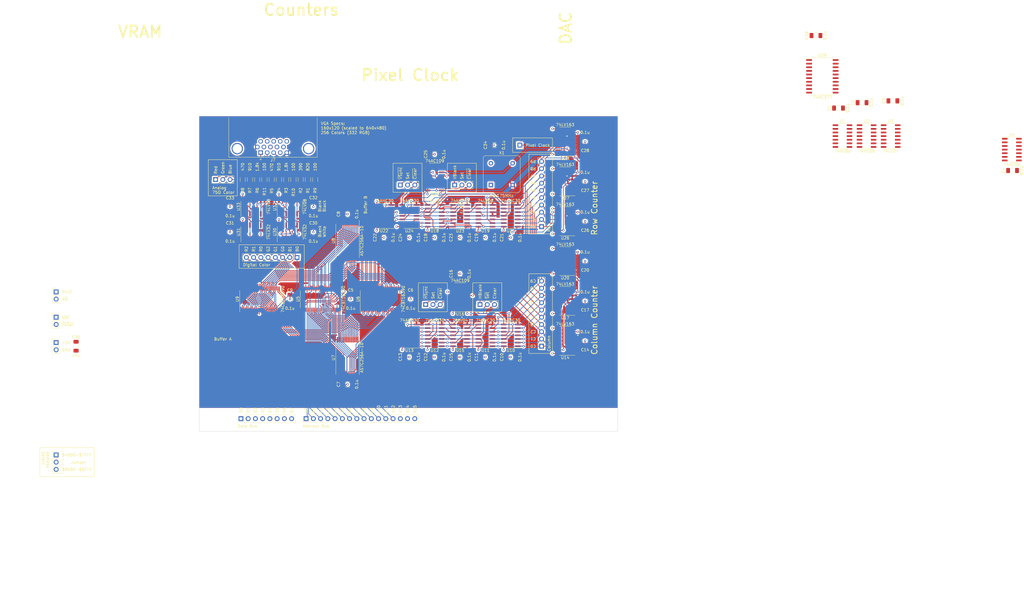
<source format=kicad_pcb>
(kicad_pcb (version 20221018) (generator pcbnew)
  (title_block (title "6502 Framebuffer"))
  (layers (0 "F.Cu" signal) (1 "In1.Cu" signal) (2 "In2.Cu" signal) (31 "B.Cu" signal) (34 "B.Paste" user) (35 "F.Paste" user) (36 "B.SilkS" user "B.Silkscreen") (37 "F.SilkS" user "F.Silkscreen") (38 "B.Mask" user) (39 "F.Mask" user) (44 "Edge.Cuts" user))
  (net 0 "")
  (net 1 "+5V")
  (net 2 "GND")
  (net 3 "/ConfigReg/DataIn0")
  (net 4 "/ConfigReg/DataIn1")
  (net 5 "/ConfigReg/DataIn2")
  (net 6 "/ConfigReg/DataIn3")
  (net 7 "/ConfigReg/DataIn4")
  (net 8 "/ConfigReg/DataIn5")
  (net 9 "/ConfigReg/DataIn6")
  (net 10 "/ConfigReg/DataIn7")
  (net 11 "/Memory/AddrCPU0")
  (net 12 "/Memory/AddrCPU1")
  (net 13 "/Memory/AddrCPU2")
  (net 14 "/Memory/AddrCPU3")
  (net 15 "/Memory/AddrCPU4")
  (net 16 "/Memory/AddrCPU5")
  (net 17 "/Memory/AddrCPU6")
  (net 18 "/Memory/AddrCPU7")
  (net 19 "/Memory/AddrCPU8")
  (net 20 "/Memory/AddrCPU9")
  (net 21 "/Memory/AddrCPU10")
  (net 22 "/Memory/AddrCPU11")
  (net 23 "/Memory/AddrCPU12")
  (net 24 "/Memory/AddrCPU13")
  (net 25 "/AddrPhys14")
  (net 26 "/AddrPhys15")
  (net 27 "/~{NMI}")
  (net 28 "/Blue")
  (net 29 "/Green")
  (net 30 "/Red")
  (net 36 "Net-(R1-Pad1)")
  (net 37 "Net-(R2-Pad1)")
  (net 38 "Net-(R3-Pad1)")
  (net 39 "Net-(R4-Pad1)")
  (net 40 "Net-(R5-Pad1)")
  (net 41 "Net-(R6-Pad1)")
  (net 42 "Net-(R7-Pad1)")
  (net 43 "Net-(R8-Pad1)")
  (net 44 "Net-(U1-Pad3)")
  (net 45 "/WriteMem")
  (net 46 "Net-(U1-Pad10)")
  (net 48 "/VBlank")
  (net 49 "/ConfigReg/NmiEnable")
  (net 50 "/~{FbSelected}")
  (net 52 "/~{RegSel}")
  (net 53 "/HBlank")
  (net 54 "/~{WriteReg}")
  (net 55 "/DAC/~{BlankBlack}")
  (net 56 "/ConfigReg/BlankBlack")
  (net 57 "/Memory/BufSel")
  (net 58 "/Memory/~{BufSel}")
  (net 59 "/Memory/~{WeA}")
  (net 60 "/Memory/~{WeB}")
  (net 62 "/Memory/AddrB0")
  (net 63 "/Memory/AddrB1")
  (net 64 "/Memory/AddrB2")
  (net 65 "/Memory/AddrB3")
  (net 66 "/Memory/AddrB4")
  (net 67 "/Memory/AddrB5")
  (net 68 "/Memory/AddrB6")
  (net 69 "/Memory/AddrB7")
  (net 70 "/Memory/AddrB8")
  (net 71 "/Memory/AddrB9")
  (net 72 "/Memory/AddrB10")
  (net 73 "/Memory/AddrB11")
  (net 74 "/Memory/AddrB12")
  (net 75 "/Memory/AddrB13")
  (net 76 "/Memory/AddrCPU14")
  (net 77 "/Memory/AddrB14")
  (net 80 "/Memory/AddrA14")
  (net 81 "/Memory/AddrA13")
  (net 82 "/Memory/AddrA12")
  (net 83 "/Memory/AddrA11")
  (net 84 "/Memory/AddrA10")
  (net 85 "/Memory/AddrA9")
  (net 86 "/Memory/AddrA8")
  (net 87 "/Memory/AddrA7")
  (net 88 "/Memory/AddrA6")
  (net 89 "/Memory/AddrA5")
  (net 90 "/Memory/AddrA4")
  (net 91 "/Memory/AddrA3")
  (net 92 "/Memory/AddrA2")
  (net 93 "/Memory/AddrA1")
  (net 94 "/Memory/AddrA0")
  (net 95 "/Counters/Col2")
  (net 96 "/Counters/Col4")
  (net 97 "/Counters/Col6")
  (net 98 "/Counters/Col8")
  (net 99 "/Counters/Row2")
  (net 100 "/Counters/Row4")
  (net 101 "/Counters/Row6")
  (net 102 "/Counters/Row8")
  (net 105 "/Counters/Row7")
  (net 106 "/Counters/Row5")
  (net 107 "/Counters/Row3")
  (net 108 "/Counters/Col9")
  (net 109 "/Counters/Col7")
  (net 110 "/Counters/Col5")
  (net 111 "/Counters/Col3")
  (net 112 "/Memory/DataA0")
  (net 113 "/Memory/DataA1")
  (net 114 "/Memory/DataA2")
  (net 115 "/Memory/DataA3")
  (net 116 "/Memory/DataA4")
  (net 117 "/Memory/DataA5")
  (net 118 "/Memory/DataA6")
  (net 119 "/Memory/DataA7")
  (net 120 "/Memory/DataB0")
  (net 121 "/Memory/DataB1")
  (net 122 "/Memory/DataB2")
  (net 123 "/Memory/DataB3")
  (net 124 "/Memory/DataB4")
  (net 125 "/Memory/DataB5")
  (net 126 "/Memory/DataB6")
  (net 127 "/Memory/DataB7")
  (net 128 "/DAC/PixelOut0")
  (net 129 "/DAC/PixelOut2")
  (net 130 "/DAC/PixelOut4")
  (net 131 "/DAC/PixelOut6")
  (net 134 "/DAC/PixelOut7")
  (net 135 "/DAC/PixelOut5")
  (net 136 "/DAC/PixelOut3")
  (net 137 "/DAC/PixelOut1")
  (net 138 "/Counters/Col0")
  (net 139 "/Counters/Col1")
  (net 140 "/Counters/~{HBlankSet}")
  (net 141 "/Counters/~{HBlankClear}")
  (net 142 "/Counters/~{Col5}")
  (net 143 "/Counters/~{Col6}")
  (net 144 "Net-(U12-Pad8)")
  (net 145 "/Counters/~{HSyncClear}")
  (net 146 "/Counters/PxClock")
  (net 147 "Net-(U14-TC)")
  (net 148 "/Counters/HBlankClear")
  (net 149 "/Counters/HSyncSet")
  (net 150 "/Counters/VBlankSet")
  (net 152 "Net-(U17-TC)")
  (net 153 "/Counters/Row1")
  (net 154 "/Counters/~{Row1}")
  (net 155 "/Counters/~{Row2}")
  (net 156 "/Counters/~{Row4}")
  (net 157 "/Counters/VSyncSet")
  (net 158 "Net-(U18-Pad9)")
  (net 159 "Net-(U18-Pad11)")
  (net 160 "/Counters/Row0")
  (net 161 "Net-(U19-Pad3)")
  (net 162 "Net-(U19-Pad8)")
  (net 166 "/Counters/Row9")
  (net 167 "/Counters/~{VBlankClear}")
  (net 168 "/Counters/~{VSyncClear}")
  (net 170 "Net-(U26-TC)")
  (net 171 "Net-(U27-TC)")
  (net 175 "/ConfigReg/BlankWhite")
  (net 179 "Net-(U30-Pad3)")
  (net 180 "Net-(U30-Pad6)")
  (net 181 "Net-(U30-Pad8)")
  (net 182 "Net-(U30-Pad11)")
  (net 183 "Net-(U31-Pad3)")
  (net 184 "Net-(U31-Pad6)")
  (net 185 "Net-(U31-Pad8)")
  (net 186 "Net-(U31-Pad11)")
  (net 187 "/~{VSync}")
  (net 188 "/~{HSync}")
  (net 191 "/Phi2")
  (net 192 "/R~{W}")
  (net 193 "/AddrSel")
  (net 194 "/~{Phi2}")
  (net 199 "Net-(U19-Pad11)")
  (footprint "Package_SO:SOIC-14_3.9x8.7mm_P1.27mm" (layer "F.Cu") (at 155.575 107.95 180)
    (fp_text reference "U13")
    (fp_text value "74AHC30")
  )
  (footprint "Capacitor_SMD:C_1206_3216Metric_Pad1.33x1.80mm_HandSolder" (layer "F.Cu") (at 155.575 115.57)
    (fp_text reference "C13")
    (fp_text value "0.1u")
  )
  (footprint "Resistor_SMD:R_1206_3216Metric_Pad1.30x1.75mm_HandSolder" (layer "F.Cu") (at 109.855 53.34 90)
    (fp_text reference "R4")
    (fp_text value "910")
  )
  (footprint "Package_SO:SOIC-14_3.9x8.7mm_P1.27mm" (layer "F.Cu") (at 324.305 38.1)
    (fp_text reference "U3")
    (fp_text value "74LV27")
  )
  (footprint "Resistor_SMD:R_1206_3216Metric_Pad1.30x1.75mm_HandSolder" (layer "F.Cu") (at 122.555 53.34 -90)
    (fp_text reference "R9")
    (fp_text value "100")
  )
  (footprint "Capacitor_SMD:C_1206_3216Metric_Pad1.33x1.80mm_HandSolder" (layer "F.Cu") (at 164.465 44.45)
    (fp_text reference "C25")
    (fp_text value "0.1u")
  )
  (footprint "Package_SO:TSSOP-56_6.1x14mm_P0.5mm" (layer "F.Cu") (at 103.25 95.25 90)
    (fp_text reference "U9")
    (fp_text value "74CBT16390")
  )
  (footprint "Connector_PinHeader_2.54mm:PinHeader_1x10_P2.54mm_Vertical" (layer "F.Cu") (at 201.93 111.76 180)
    (fp_text reference "J10" hide)
    (fp_text value "Conn_01x10")
  )
  (footprint "Connector_Dsub:DSUB-15-HD_Female_Horizontal_P2.29x1.98mm_EdgePinOffset8.35mm_Housed_MountingHolesOffset10.89mm" (layer "F.Cu") (at 103.435 43.900331 180)
    (fp_text reference "J7")
    (fp_text value "DE15_Receptacle_HighDensity")
  )
  (footprint "Package_SO:SOIC-14_3.9x8.7mm_P1.27mm" (layer "F.Cu") (at 164.465 66.04 180)
    (fp_text reference "U18")
    (fp_text value "74LV04")
  )
  (footprint "Resistor_SMD:R_1206_3216Metric_Pad1.30x1.75mm_HandSolder" (layer "F.Cu") (at 107.315 53.34 90)
    (fp_text reference "R5")
    (fp_text value "470")
  )
  (footprint "Connector_PinHeader_2.54mm:PinHeader_1x08_P2.54mm_Vertical" (layer "F.Cu") (at 96.52 137.16 90)
    (fp_text reference "J2" hide)
    (fp_text value "Conn_01x08")
  )
  (footprint "Capacitor_SMD:C_1206_3216Metric_Pad1.33x1.80mm_HandSolder" (layer "F.Cu") (at 217.17 40.005 90)
    (fp_text reference "C28")
    (fp_text value "0.1u")
  )
  (footprint "Package_SO:SOIC-14_3.9x8.7mm_P1.27mm" (layer "F.Cu") (at 191.135 107.95 180)
    (fp_text reference "U10")
    (fp_text value "74AHC30")
  )
  (footprint "Connector_PinHeader_2.54mm:PinHeader_1x03_P2.54mm_Vertical" (layer "F.Cu") (at 87.645 53.34 90)
    (fp_text reference "J15" hide)
    (fp_text value "Conn_01x03")
  )
  (footprint "Capacitor_SMD:C_1206_3216Metric_Pad1.33x1.80mm_HandSolder" (layer "F.Cu") (at 133.925 65.45)
    (fp_text reference "C8")
    (fp_text value "0.1u")
  )
  (footprint "Capacitor_SMD:C_1206_3216Metric_Pad1.33x1.80mm_HandSolder" (layer "F.Cu") (at 121.92 62.865 -90)
    (fp_text reference "C32")
    (fp_text value "0.1u")
  )
  (footprint "Package_SO:SOIC-14_3.9x8.7mm_P1.27mm" (layer "F.Cu") (at 366.785 42.835)
    (fp_text reference "U4")
    (fp_text value "74HC00")
  )
  (footprint "Capacitor_SMD:C_1206_3216Metric_Pad1.33x1.80mm_HandSolder" (layer "F.Cu") (at 156 95.25 -90)
    (fp_text reference "C6")
    (fp_text value "0.1u")
  )
  (footprint "Capacitor_SMD:C_1206_3216Metric_Pad1.33x1.80mm_HandSolder" (layer "F.Cu") (at 155.575 73.66)
    (fp_text reference "C24")
    (fp_text value "0.1u")
  )
  (footprint "Connector_PinHeader_2.54mm:PinHeader_1x16_P2.54mm_Vertical" (layer "F.Cu") (at 119.38 137.16 90)
    (fp_text reference "J4" hide)
    (fp_text value "Conn_01x16")
  )
  (footprint "Resistor_SMD:R_1206_3216Metric_Pad1.30x1.75mm_HandSolder" (layer "F.Cu") (at 97.155 53.34 90)
    (fp_text reference "R8")
    (fp_text value "470")
  )
  (footprint "Connector_PinHeader_2.54mm:PinHeader_1x03_P2.54mm_Vertical" (layer "F.Cu") (at 171.45 55.245 90)
    (fp_text reference "J13" hide)
    (fp_text value "Conn_01x03")
  )
  (footprint "Capacitor_SMD:C_1206_3216Metric_Pad1.33x1.80mm_HandSolder" (layer "F.Cu") (at 133.925 125.125)
    (fp_text reference "C7")
    (fp_text value "0.1u")
  )
  (footprint "Package_SO:SOIC-16_3.9x9.9mm_P1.27mm" (layer "F.Cu") (at 210.185 53.975 180)
    (fp_text reference "U27")
    (fp_text value "74LV163")
  )
  (footprint "Capacitor_SMD:C_1206_3216Metric_Pad1.33x1.80mm_HandSolder" (layer "F.Cu") (at 121.92 71.755 -90)
    (fp_text reference "C30")
    (fp_text value "0.1u")
  )
  (footprint "Package_SO:TSOP-I-28_11.8x8mm_P0.55mm" (layer "F.Cu") (at 133.925 74.8 -90)
    (fp_text reference "U8")
    (fp_text value "AS7C256A-10")
  )
  (footprint "Package_SO:TSOP-I-28_11.8x8mm_P0.55mm" (layer "F.Cu") (at 133.925 115.775 -90)
    (fp_text reference "U7")
    (fp_text value "AS7C256A-10")
  )
  (footprint "Resistor_SMD:R_1206_3216Metric_Pad1.30x1.75mm_HandSolder" (layer "F.Cu") (at 112.395 53.34 90)
    (fp_text reference "R3")
    (fp_text value "1.8k")
  )
  (footprint "Capacitor_SMD:C_1206_3216Metric_Pad1.33x1.80mm_HandSolder" (layer "F.Cu") (at 298.11 2.85)
    (fp_text reference "C29")
    (fp_text value "0.1u")
  )
  (footprint "Package_SO:SOIC-14_3.9x8.7mm_P1.27mm" (layer "F.Cu") (at 155.575 66.04 180)
    (fp_text reference "U24")
    (fp_text value "74AHC30")
  )
  (footprint "Connector_PinHeader_2.54mm:PinHeader_1x02_P2.54mm_Vertical" (layer "F.Cu") (at 31.75 110.485)
    (fp_text reference "J3" hide)
    (fp_text value "Conn_01x02")
  )
  (footprint "Package_SO:SOIC-14_3.9x8.7mm_P1.27mm" (layer "F.Cu") (at 307.405 38.1)
    (fp_text reference "U1")
    (fp_text value "74HC86")
  )
  (footprint "Package_SO:SOIC-14_3.9x8.7mm_P1.27mm" (layer "F.Cu") (at 164.465 107.95 180)
    (fp_text reference "U12")
    (fp_text value "74AHC30")
  )
  (footprint "Resistor_SMD:R_1206_3216Metric_Pad1.30x1.75mm_HandSolder" (layer "F.Cu") (at 120.015 53.34 90)
    (fp_text reference "R1")
    (fp_text value "820")
  )
  (footprint "Package_SO:SOIC-14_3.9x8.7mm_P1.27mm" (layer "F.Cu") (at 113.665 71.755 90)
    (fp_text reference "U30")
    (fp_text value "74LV32")
  )
  (footprint "Package_SO:SOIC-16_3.9x9.9mm_P1.27mm" (layer "F.Cu") (at 210.185 109.855 180)
    (fp_text reference "U14")
    (fp_text value "74LV163")
  )
  (footprint "Connector_PinHeader_2.54mm:PinHeader_1x03_P2.54mm_Vertical" (layer "F.Cu") (at 180.34 97.155 90)
    (fp_text reference "J11" hide)
    (fp_text value "Conn_01x03")
  )
  (footprint "Connector_PinHeader_2.54mm:PinHeader_1x03_P2.54mm_Vertical" (layer "F.Cu") (at 31.75 149.86)
    (fp_text reference "J6" hide)
    (fp_text value "Conn_01x03")
  )
  (footprint "Package_SO:SOIC-16_3.9x9.9mm_P1.27mm" (layer "F.Cu") (at 210.185 67.945 180)
    (fp_text reference "U26")
    (fp_text value "74LV163")
  )
  (footprint "Capacitor_SMD:C_1206_3216Metric_Pad1.33x1.80mm_HandSolder" (layer "F.Cu") (at 164.465 73.66)
    (fp_text reference "C18")
    (fp_text value "0.1u")
  )
  (footprint "Package_SO:SOIC-14_3.9x8.7mm_P1.27mm" (layer "F.Cu") (at 315.855 38.1)
    (fp_text reference "U2")
    (fp_text value "74HC00")
  )
  (footprint "Capacitor_SMD:C_1206_3216Metric_Pad1.33x1.80mm_HandSolder" (layer "F.Cu") (at 113.75 95.25 -90)
    (fp_text reference "C9")
    (fp_text value "0.1u")
  )
  (footprint "Capacitor_SMD:C_1206_3216Metric_Pad1.33x1.80mm_HandSolder" (layer "F.Cu") (at 92.71 62.865 -90)
    (fp_text reference "C33")
    (fp_text value "0.1u")
  )
  (footprint "Package_SO:SOIC-14_3.9x8.7mm_P1.27mm" (layer "F.Cu") (at 113.665 62.865 90)
    (fp_text reference "U32")
    (fp_text value "74LV08")
  )
  (footprint "Package_SO:SOIC-14_3.9x8.7mm_P1.27mm" (layer "F.Cu") (at 100.965 71.755 90)
    (fp_text reference "U31")
    (fp_text value "74LV32")
  )
  (footprint "Capacitor_SMD:C_1206_3216Metric_Pad1.33x1.80mm_HandSolder" (layer "F.Cu") (at 173.355 73.66)
    (fp_text reference "C23")
    (fp_text value "0.1u")
  )
  (footprint "Capacitor_SMD:C_1206_3216Metric_Pad1.33x1.80mm_HandSolder" (layer "F.Cu") (at 367.03 50.165)
    (fp_text reference "C4")
    (fp_text value "0.1u")
  )
  (footprint "Connector_PinHeader_2.54mm:PinHeader_1x08_P2.54mm_Vertical" (layer "F.Cu") (at 116.205 80.645 -90)
    (fp_text reference "J8" hide)
    (fp_text value "Conn_01x08")
  )
  (footprint "Capacitor_SMD:C_1206_3216Metric_Pad1.33x1.80mm_HandSolder" (layer "F.Cu") (at 38.735 111.76 -90)
    (fp_text reference "C35")
    (fp_text value "10u")
  )
  (footprint "Capacitor_SMD:C_1206_3216Metric_Pad1.33x1.80mm_HandSolder" (layer "F.Cu") (at 135 95.25 -90)
    (fp_text reference "C5")
    (fp_text value "0.1u")
  )
  (footprint "Capacitor_SMD:C_1206_3216Metric_Pad1.33x1.80mm_HandSolder" (layer "F.Cu") (at 185.42 41.275)
    (fp_text reference "C34")
    (fp_text value "0.1u")
  )
  (footprint "Capacitor_SMD:C_1206_3216Metric_Pad1.33x1.80mm_HandSolder" (layer "F.Cu") (at 325.07 25.745)
    (fp_text reference "C3")
    (fp_text value "0.1u")
  )
  (footprint "Package_SO:TSSOP-56_6.1x14mm_P0.5mm" (layer "F.Cu") (at 145.5 95.25 90)
    (fp_text reference "U6")
    (fp_text value "74CBT16390")
  )
  (footprint "Capacitor_SMD:C_1206_3216Metric_Pad1.33x1.80mm_HandSolder" (layer "F.Cu") (at 182.245 115.57)
    (fp_text reference "C11")
    (fp_text value "0.1u")
  )
  (footprint "Capacitor_SMD:C_1206_3216Metric_Pad1.33x1.80mm_HandSolder" (layer "F.Cu") (at 217.17 53.975 90)
    (fp_text reference "C27")
    (fp_text value "0.1u")
  )
  (footprint "Capacitor_SMD:C_1206_3216Metric_Pad1.33x1.80mm_HandSolder" (layer "F.Cu") (at 173.355 115.57)
    (fp_text reference "C15")
    (fp_text value "0.1u")
  )
  (footprint "Package_SO:SOIC-14_3.9x8.7mm_P1.27mm" (layer "F.Cu") (at 146.685 66.04 180)
    (fp_text reference "U22")
    (fp_text value "74AHC30")
  )
  (footprint "Resistor_SMD:R_1206_3216Metric_Pad1.30x1.75mm_HandSolder" (layer "F.Cu") (at 114.935 53.34 -90)
    (fp_text reference "R10")
    (fp_text value "100")
  )
  (footprint "Connector_PinHeader_2.54mm:PinHeader_1x03_P2.54mm_Vertical" (layer "F.Cu") (at 161.29 97.155 90)
    (fp_text reference "J12" hide)
    (fp_text value "Conn_01x03")
  )
  (footprint "Oscillator:Oscillator_DIP-8" (layer "F.Cu") (at 184.15 55.245)
    (fp_text reference "X1")
    (fp_text value "25.175MHz")
  )
  (footprint "Capacitor_SMD:C_1206_3216Metric_Pad1.33x1.80mm_HandSolder" (layer "F.Cu") (at 191.135 115.57)
    (fp_text reference "C10")
    (fp_text value "0.1u")
  )
  (footprint "Package_SO:TSSOP-56_6.1x14mm_P0.5mm" (layer "F.Cu") (at 124.5 95.25 -90)
    (fp_text reference "U5")
    (fp_text value "74CBT16390")
  )
  (footprint "Capacitor_SMD:C_1206_3216Metric_Pad1.33x1.80mm_HandSolder" (layer "F.Cu") (at 191.135 73.66)
    (fp_text reference "C21")
    (fp_text value "0.1u")
  )
  (footprint "Package_SO:SOIC-20W_7.5x12.8mm_P1.27mm" (layer "F.Cu") (at 300.355 17.145)
    (fp_text reference "U29")
    (fp_text value "74HC377")
  )
  (footprint "Capacitor_SMD:C_1206_3216Metric_Pad1.33x1.80mm_HandSolder" (layer "F.Cu") (at 306.02 28.285)
    (fp_text reference "C1")
    (fp_text value "0.1u")
  )
  (footprint "Connector_PinHeader_2.54mm:PinHeader_1x02_P2.54mm_Vertical" (layer "F.Cu") (at 31.75 101.595)
    (fp_text reference "J5" hide)
    (fp_text value "Conn_01x02")
  )
  (footprint "Capacitor_SMD:C_1206_3216Metric_Pad1.33x1.80mm_HandSolder" (layer "F.Cu") (at 164.465 115.57)
    (fp_text reference "C12")
    (fp_text value "0.1u")
  )
  (footprint "Capacitor_SMD:C_1206_3216Metric_Pad1.33x1.80mm_HandSolder" (layer "F.Cu") (at 217.17 67.945 90)
    (fp_text reference "C26")
    (fp_text value "0.1u")
  )
  (footprint "Capacitor_SMD:C_1206_3216Metric_Pad1.33x1.80mm_HandSolder" (layer "F.Cu") (at 217.17 95.885 90)
    (fp_text reference "C17")
    (fp_text value "0.1u")
  )
  (footprint "Capacitor_SMD:C_1206_3216Metric_Pad1.33x1.80mm_HandSolder" (layer "F.Cu") (at 173.355 86.36)
    (fp_text reference "C16")
    (fp_text value "0.1u")
  )
  (footprint "Resistor_SMD:R_1206_3216Metric_Pad1.30x1.75mm_HandSolder" (layer "F.Cu") (at 104.775 53.34 -90)
    (fp_text reference "R11")
    (fp_text value "100")
  )
  (footprint "Package_SO:SOIC-16_3.9x9.9mm_P1.27mm" (layer "F.Cu") (at 210.185 95.885 180)
    (fp_text reference "U17")
    (fp_text value "74LV163")
  )
  (footprint "Connector_PinHeader_2.54mm:PinHeader_1x02_P2.54mm_Vertical" (layer "F.Cu") (at 31.75 92.71)
    (fp_text reference "J1" hide)
    (fp_text value "Conn_01x02")
  )
  (footprint "Resistor_SMD:R_1206_3216Metric_Pad1.30x1.75mm_HandSolder" (layer "F.Cu") (at 99.695 53.34 90)
    (fp_text reference "R7")
    (fp_text value "910")
  )
  (footprint "Capacitor_SMD:C_1206_3216Metric_Pad1.33x1.80mm_HandSolder" (layer "F.Cu") (at 217.17 81.915 90)
    (fp_text reference "C20")
    (fp_text value "0.1u")
  )
  (footprint "Package_SO:SOIC-16_3.9x9.9mm_P1.27mm" (layer "F.Cu") (at 164.465 52.705 180)
    (fp_text reference "U25")
    (fp_text value "74AC109")
  )
  (footprint "Package_SO:SOIC-14_3.9x8.7mm_P1.27mm" (layer "F.Cu") (at 182.245 107.95 180)
    (fp_text reference "U11")
    (fp_text value "74AHC30")
  )
  (footprint "Connector_PinHeader_2.54mm:PinHeader_1x03_P2.54mm_Vertical" (layer "F.Cu") (at 152.4 55.245 90)
    (fp_text reference "J14" hide)
    (fp_text value "Conn_01x03")
  )
  (footprint "Connector_PinHeader_2.54mm:PinHeader_1x10_P2.54mm_Vertical" (layer "F.Cu") (at 201.93 69.85 180)
    (fp_text reference "J9" hide)
    (fp_text value "Conn_01x10")
  )
  (footprint "Capacitor_SMD:C_1206_3216Metric_Pad1.33x1.80mm_HandSolder" (layer "F.Cu") (at 92.71 71.755 -90)
    (fp_text reference "C31")
    (fp_text value "0.1u")
  )
  (footprint "Capacitor_SMD:C_1206_3216Metric_Pad1.33x1.80mm_HandSolder" (layer "F.Cu") (at 182.245 73.66)
    (fp_text reference "C19")
    (fp_text value "0.1u")
  )
  (footprint "Package_SO:SOIC-16_3.9x9.9mm_P1.27mm" (layer "F.Cu") (at 210.185 81.915 180)
    (fp_text reference "U20")
    (fp_text value "74LV163")
  )
  (footprint "Capacitor_SMD:C_1206_3216Metric_Pad1.33x1.80mm_HandSolder" (layer "F.Cu") (at 217.17 109.855 90)
    (fp_text reference "C14")
    (fp_text value "0.1u")
  )
  (footprint "Package_SO:SOIC-14_3.9x8.7mm_P1.27mm" (layer "F.Cu") (at 100.965 62.865 90)
    (fp_text reference "U33")
    (fp_text value "74LV08")
  )
  (footprint "Capacitor_SMD:C_1206_3216Metric_Pad1.33x1.80mm_HandSolder" (layer "F.Cu") (at 146.685 73.66)
    (fp_text reference "C22")
    (fp_text value "0.1u")
  )
  (footprint "Package_SO:SOIC-14_3.9x8.7mm_P1.27mm" (layer "F.Cu") (at 173.355 66.04)
    (fp_text reference "U23")
    (fp_text value "74AHC30")
  )
  (footprint "Resistor_SMD:R_1206_3216Metric_Pad1.30x1.75mm_HandSolder" (layer "F.Cu") (at 102.235 53.34 90)
    (fp_text reference "R6")
    (fp_text value "1.8k")
  )
  (footprint "Capacitor_SMD:C_1206_3216Metric_Pad1.33x1.80mm_HandSolder" (layer "F.Cu") (at 314.275 26.38)
    (fp_text reference "C2")
    (fp_text value "0.1u")
  )
  (footprint "Package_SO:SOIC-14_3.9x8.7mm_P1.27mm" (layer "F.Cu") (at 173.355 107.95 180)
    (fp_text reference "U15")
    (fp_text value "74LV04")
  )
  (footprint "Resistor_SMD:R_1206_3216Metric_Pad1.30x1.75mm_HandSolder" (layer "F.Cu") (at 117.475 53.34 90)
    (fp_text reference "R2")
    (fp_text value "390")
  )
  (footprint "Package_SO:SOIC-16_3.9x9.9mm_P1.27mm" (layer "F.Cu") (at 210.185 40.005 180)
    (fp_text reference "U28")
    (fp_text value "74LV163")
  )
  (footprint "Package_SO:SOIC-14_3.9x8.7mm_P1.27mm" (layer "F.Cu") (at 182.245 66.04 180)
    (fp_text reference "U19")
    (fp_text value "74LV08")
  )
  (footprint "Connector_PinHeader_2.54mm:PinHeader_1x01_P2.54mm_Vertical" (layer "F.Cu") (at 194.31 41.275)
    (fp_text reference "J16" hide)
    (fp_text value "Conn_01x01")
  )
  (footprint "Package_SO:SOIC-16_3.9x9.9mm_P1.27mm" (layer "F.Cu") (at 173.355 94.615 180)
    (fp_text reference "U16")
    (fp_text value "74AC109")
  )
  (footprint "Package_SO:SOIC-14_3.9x8.7mm_P1.27mm" (layer "F.Cu") (at 191.135 66.04 180)
    (fp_text reference "U21")
    (fp_text value "74AHC30")
  )
  (gr_line (start 34.29 148.59) (end 33.655 148.59) (stroke (width 0.15)) (layer "F.SilkS"))
  (gr_rect (start 158.75 99.695) (end 168.91 89.535) (stroke (width 0.15)) (fill none) (layer "F.SilkS"))
  (gr_rect (start 95.87 84.455) (end 118.73 76.2) (stroke (width 0.15)) (fill none) (layer "F.SilkS"))
  (gr_rect (start 205.74 114.3) (end 197.485 86.36) (stroke (width 0.15)) (fill none) (layer "F.SilkS"))
  (gr_line (start 34.29 153.67) (end 34.29 153.035) (stroke (width 0.15)) (layer "F.SilkS"))
  (gr_rect (start 191.77 38.735) (end 205.74 43.815) (stroke (width 0.15)) (fill none) (layer "F.SilkS"))
  (gr_line (start 34.29 151.13) (end 34.29 151.765) (stroke (width 0.15)) (layer "F.SilkS"))
  (gr_rect (start 26.035 147.32) (end 45.085 157.48) (stroke (width 0.15)) (fill none) (layer "F.SilkS"))
  (gr_line (start 34.29 151.765) (end 33.655 151.765) (stroke (width 0.15)) (layer "F.SilkS"))
  (gr_rect (start 177.8 99.695) (end 187.96 89.535) (stroke (width 0.15)) (fill none) (layer "F.SilkS"))
  (gr_line (start 34.29 156.21) (end 33.655 156.21) (stroke (width 0.15)) (layer "F.SilkS"))
  (gr_rect (start 168.91 57.785) (end 179.07 47.625) (stroke (width 0.15)) (fill none) (layer "F.SilkS"))
  (gr_rect (start 149.86 57.785) (end 160.02 47.625) (stroke (width 0.15)) (fill none) (layer "F.SilkS"))
  (gr_rect (start 85.105 46.355) (end 95.265 59.055) (stroke (width 0.15)) (fill none) (layer "F.SilkS"))
  (gr_line (start 34.29 153.035) (end 33.655 153.035) (stroke (width 0.15)) (layer "F.SilkS"))
  (gr_rect (start 205.74 72.39) (end 197.485 44.45) (stroke (width 0.15)) (fill none) (layer "F.SilkS"))
  (gr_rect (start 81.915 31.115) (end 228.6 141.605) (stroke (width 0.1)) (fill none) (layer "Edge.Cuts"))
  (gr_text "A5" (at 132.715 135.255 90) (layer "F.SilkS") (effects (font (size 1 1)) (justify left bottom)))
  (gr_text "A8" (at 140.335 135.255 90) (layer "F.SilkS") (effects (font (size 1 1)) (justify left bottom)))
  (gr_text "Address Bus" (at 118.11 140.335) (layer "F.SilkS") (effects (font (size 1 1)) (justify left bottom)))
  (gr_text "FLIP!" (at 174.625 65.405 90) (layer "F.SilkS") (effects (font (size 1 1)) (justify left bottom)))
  (gr_text "Counters" (at 104.14 -3.81) (layer "F.SilkS") (effects (font (size 4 4) (thickness 0.6)) (justify left bottom)))
  (gr_text "Blank\nBlack" (at 126.365 64.77 90) (layer "F.SilkS") (effects (font (size 1 1)) (justify left bottom)))
  (gr_text "R4" (at 200.025 59.055 180) (layer "F.SilkS") (effects (font (size 1 1)) (justify left bottom)))
  (gr_text "C0" (at 200.025 111.125 180) (layer "F.SilkS") (effects (font (size 1 1)) (justify left bottom)))
  (gr_text "C5" (at 200.025 98.425 180) (layer "F.SilkS") (effects (font (size 1 1)) (justify left bottom)))
  (gr_text "~{Set}" (at 183.515 95.25 90) (layer "F.SilkS") (effects (font (size 1 1)) (justify left bottom)))
  (gr_text "G1" (at 109.22 78.74 90) (layer "F.SilkS") (effects (font (size 1 1)) (justify left bottom)))
  (gr_text "G0" (at 111.76 78.74 90) (layer "F.SilkS") (effects (font (size 1 1)) (justify left bottom)))
  (gr_text "A7" (at 137.795 135.255 90) (layer "F.SilkS") (effects (font (size 1 1)) (justify left bottom)))
  (gr_text "C7" (at 200.025 93.345 180) (layer "F.SilkS") (effects (font (size 1 1)) (justify left bottom)))
  (gr_text "Address\nSelect" (at 26.67 148.59 270) (layer "F.SilkS") (effects (font (size 1 1)) (justify left bottom)))
  (gr_text "R7" (at 200.025 51.435 180) (layer "F.SilkS") (effects (font (size 1 1)) (justify left bottom)))
  (gr_text "R2" (at 99.06 78.74 90) (layer "F.SilkS") (effects (font (size 1 1)) (justify left bottom)))
  (gr_text "C9" (at 200.025 88.265 180) (layer "F.SilkS") (effects (font (size 1 1)) (justify left bottom)))
  (gr_text "R~{W}" (at 33.655 95.885) (layer "F.SilkS") (effects (font (size 1 1)) (justify left bottom)))
  (gr_text "D4" (at 107.315 135.255 90) (layer "F.SilkS") (effects (font (size 1 1)) (justify left bottom)))
  (gr_text "DAC" (at 212.725 6.35 90) (layer "F.SilkS") (effects (font (size 4 4) (thickness 0.6)) (justify left bottom)))
  (gr_text "~{Clear}" (at 177.165 53.34 90) (layer "F.SilkS") (effects (font (size 1 1)) (justify left bottom)))
  (gr_text "+5V" (at 33.655 111.12) (layer "F.SilkS") (effects (font (size 1 1)) (justify left bottom)))
  (gr_text "A10" (at 145.415 135.255 90) (layer "F.SilkS") (effects (font (size 1 1)) (justify left bottom)))
  (gr_text "Row" (at 205.105 71.755 90) (layer "F.SilkS") (effects (font (size 1 1)) (justify left bottom)))
  (gr_text "~{FbSel}" (at 33.655 104.775) (layer "F.SilkS") (effects (font (size 1 1)) (justify left bottom)))
  (gr_text "D3" (at 104.775 135.255 90) (layer "F.SilkS") (effects (font (size 1 1)) (justify left bottom)))
  (gr_text "D5" (at 109.855 135.255 90) (layer "F.SilkS") (effects (font (size 1 1)) (justify left bottom)))
  (gr_text "Red" (at 88.265 51.435 90) (layer "F.SilkS") (effects (font (size 1 1)) (justify left bottom)))
  (gr_text "C8" (at 200.025 90.805 180) (layer "F.SilkS") (effects (font (size 1 1)) (justify left bottom)))
  (gr_text "GND" (at 33.655 113.66) (layer "F.SilkS") (effects (font (size 1 1)) (justify left bottom)))
  (gr_text "Pixel Clock" (at 196.215 41.91) (layer "F.SilkS") (effects (font (size 1 1)) (justify left bottom)))
  (gr_text "Data Bus" (at 95.25 140.335) (layer "F.SilkS") (effects (font (size 1 1)) (justify left bottom)))
  (gr_text "Set" (at 164.465 95.25 90) (layer "F.SilkS") (effects (font (size 1 1)) (justify left bottom)))
  (gr_text "A13" (at 153.035 135.255 90) (layer "F.SilkS") (effects (font (size 1 1)) (justify left bottom)))
  (gr_text "C4" (at 200.025 100.965 180) (layer "F.SilkS") (effects (font (size 1 1)) (justify left bottom)))
  (gr_text "B0" (at 116.84 78.74 90) (layer "F.SilkS") (effects (font (size 1 1)) (justify left bottom)))
  (gr_text "R8" (at 200.025 48.895 180) (layer "F.SilkS") (effects (font (size 1 1)) (justify left bottom)))
  (gr_text "A11" (at 147.955 135.255 90) (layer "F.SilkS") (effects (font (size 1 1)) (justify left bottom)))
  (gr_text "Column" (at 205.105 113.665 90) (layer "F.SilkS") (effects (font (size 1 1)) (justify left bottom)))
  (gr_text "Buffer B" (at 140.8 65.45 90) (layer "F.SilkS") (effects (font (size 1 1)) (justify left bottom)))
  (gr_text "Row Counter" (at 221.615 73.025 90) (layer "F.SilkS") (effects (font (size 2 2) (thickness 0.3)) (justify left bottom)))
  (gr_text "A0" (at 120.015 135.255 90) (layer "F.SilkS") (effects (font (size 1 1)) (justify left bottom)))
  (gr_text "D0" (at 97.155 135.255 90) (layer "F.SilkS") (effects (font (size 1 1)) (justify left bottom)))
  (gr_text "D6" (at 112.395 135.255 90) (layer "F.SilkS") (effects (font (size 1 1)) (justify left bottom)))
  (gr_text "$4000-$7FFF" (at 33.655 150.495) (layer "F.SilkS") (effects (font (size 1 1)) (justify left bottom)))
  (gr_text "B1" (at 114.3 78.74 90) (layer "F.SilkS") (effects (font (size 1 1)) (justify left bottom)))
  (gr_text "R6" (at 200.025 53.975 180) (layer "F.SilkS") (effects (font (size 1 1)) (justify left bottom)))
  (gr_text "Set" (at 174.625 53.34 90) (layer "F.SilkS") (effects (font (size 1 1)) (justify left bottom)))
  (gr_text "D2" (at 102.235 135.255 90) (layer "F.SilkS") (effects (font (size 1 1)) (justify left bottom)))
  (gr_text "~{Clear}" (at 158.115 53.34 90) (layer "F.SilkS") (effects (font (size 1 1)) (justify left bottom)))
  (gr_text "$8000-$BFFF" (at 33.655 155.575) (layer "F.SilkS") (effects (font (size 1 1)) (justify left bottom)))
  (gr_text "A3" (at 127.635 135.255 90) (layer "F.SilkS") (effects (font (size 1 1)) (justify left bottom)))
  (gr_text "A6" (at 135.255 135.255 90) (layer "F.SilkS") (effects (font (size 1 1)) (justify left bottom)))
  (gr_text "Buffer A" (at 86.995 109.855) (layer "F.SilkS") (effects (font (size 1 1)) (justify left bottom)))
  (gr_text "A1" (at 122.555 135.255 90) (layer "F.SilkS") (effects (font (size 1 1)) (justify left bottom)))
  (gr_text "Blue" (at 93.345 51.435 90) (layer "F.SilkS") (effects (font (size 1 1)) (justify left bottom)))
  (gr_text "HBlank" (at 180.975 95.25 90) (layer "F.SilkS") (effects (font (size 1 1)) (justify left bottom)))
  (gr_text "Green" (at 90.805 51.435 90) (layer "F.SilkS") (effects (font (size 1 1)) (justify left bottom)))
  (gr_text "R1" (at 200.025 66.675 180) (layer "F.SilkS") (effects (font (size 1 1)) (justify left bottom)))
  (gr_text "Pixel Clock" (at 138.43 19.05) (layer "F.SilkS") (effects (font (size 4 4) (thickness 0.6)) (justify left bottom)))
  (gr_text "R0" (at 200.025 69.215 180) (layer "F.SilkS") (effects (font (size 1 1)) (justify left bottom)))
  (gr_text "PHI2" (at 33.655 93.345) (layer "F.SilkS") (effects (font (size 1 1)) (justify left bottom)))
  (gr_text "~{NMI}" (at 33.655 102.405) (layer "F.SilkS") (effects (font (size 1 1)) (justify left bottom)))
  (gr_text "C1" (at 200.025 108.585 180) (layer "F.SilkS") (effects (font (size 1 1)) (justify left bottom)))
  (gr_text "A2" (at 125.095 135.255 90) (layer "F.SilkS") (effects (font (size 1 1)) (justify left bottom)))
  (gr_text "R1" (at 101.6 78.74 90) (layer "F.SilkS") (effects (font (size 1 1)) (justify left bottom)))
  (gr_text "A9" (at 142.875 135.255 90) (layer "F.SilkS") (effects (font (size 1 1)) (justify left bottom)))
  (gr_text "R9" (at 200.025 46.355 180) (layer "F.SilkS") (effects (font (size 1 1)) (justify left bottom)))
  (gr_text "C2" (at 200.025 106.045 180) (layer "F.SilkS") (effects (font (size 1 1)) (justify left bottom)))
  (gr_text "Blank\nWhite" (at 126.365 73.66 90) (layer "F.SilkS") (effects (font (size 1 1)) (justify left bottom)))
  (gr_text "~{HSync}" (at 161.925 95.25 90) (layer "F.SilkS") (effects (font (size 1 1)) (justify left bottom)))
  (gr_text "Column Counter" (at 221.615 114.935 90) (layer "F.SilkS") (effects (font (size 2 2) (thickness 0.3)) (justify left bottom)))
  (gr_text "~{Clear}" (at 167.005 95.25 90) (layer "F.SilkS") (effects (font (size 1 1)) (justify left bottom)))
  (gr_text "R0" (at 104.14 78.74 90) (layer "F.SilkS") (effects (font (size 1 1)) (justify left bottom)))
  (gr_text "C3" (at 200.025 103.505 180) (layer "F.SilkS") (effects (font (size 1 1)) (justify left bottom)))
  (gr_text "R5" (at 200.025 56.515 180) (layer "F.SilkS") (effects (font (size 1 1)) (justify left bottom)))
  (gr_text "VRAM" (at 53.075 3.85) (layer "F.SilkS") (effects (font (size 4 4) (thickness 0.6)) (justify left bottom)))
  (gr_text "C6" (at 200.025 95.885 180) (layer "F.SilkS") (effects (font (size 1 1)) (justify left bottom)))
  (gr_text "A14" (at 155.575 135.255 90) (layer "F.SilkS") (effects (font (size 1 1)) (justify left bottom)))
  (gr_text "A4" (at 130.175 135.255 90) (layer "F.SilkS") (effects (font (size 1 1)) (justify left bottom)))
  (gr_text "D7" (at 114.935 135.255 90) (layer "F.SilkS") (effects (font (size 1 1)) (justify left bottom)))
  (gr_text "A12" (at 150.495 135.255 90) (layer "F.SilkS") (effects (font (size 1 1)) (justify left bottom)))
  (gr_text "R2" (at 200.025 64.135 180) (layer "F.SilkS") (effects (font (size 1 1)) (justify left bottom)))
  (gr_text "A15" (at 158.115 135.255 90) (layer "F.SilkS") (effects (font (size 1 1)) (justify left bottom)))
  (gr_text "Digital Color" (at 97.14 83.82) (layer "F.SilkS") (effects (font (size 1 1)) (justify left bottom)))
  (gr_text "G2" (at 106.68 78.74 90) (layer "F.SilkS") (effects (font (size 1 1)) (justify left bottom)))
  (gr_text "Jumper" (at 36.83 153.035) (layer "F.SilkS") (effects (font (size 1 1)) (justify left bottom)))
  (gr_text "VGA Specs:\n160x120 (scaled to 640x480)\n256 Colors (332 RGB)" (at 124.46 37.465) (layer "F.SilkS") (effects (font (size 1 1)) (justify left bottom)))
  (gr_text "~{VSync}" (at 153.035 53.34 90) (layer "F.SilkS") (effects (font (size 1 1)) (justify left bottom)))
  (gr_text "D1" (at 99.695 135.255 90) (layer "F.SilkS") (effects (font (size 1 1)) (justify left bottom)))
  (gr_text "VBlank" (at 172.085 53.34 90) (layer "F.SilkS") (effects (font (size 1 1)) (justify left bottom)))
  (gr_text "Analog\n75Ω Color" (at 86.375 58.42) (layer "F.SilkS") (effects (font (size 1 1)) (justify left bottom)))
  (gr_text "Set" (at 155.575 53.34 90) (layer "F.SilkS") (effects (font (size 1 1)) (justify left bottom)))
  (gr_text "Clear" (at 186.055 95.25 90) (layer "F.SilkS") (effects (font (size 1 1)) (justify left bottom)))
  (gr_text "R3" (at 200.025 61.595 180) (layer "F.SilkS") (effects (font (size 1 1)) (justify left bottom)))
  (segment (start 189.5725 115.57) (end 191.135 115.57) (width 0.25) (layer "F.Cu") (net 1))
  (segment (start 170.88 111.76) (end 170.88 112.965) (width 0.25) (layer "F.Cu") (net 1))
  (segment (start 170.88 100.265) (end 170.815 100.33) (width 0.25) (layer "F.Cu") (net 1))
  (segment (start 177.722152 93.98) (end 177.761076 94.018924) (width 0.25) (layer "F.Cu") (net 1))
  (segment (start 144.21 69.85) (end 144.21 71.055) (width 0.25) (layer "F.Cu") (net 1))
  (segment (start 161.99 50.8) (end 163.83 50.8) (width 0.25) (layer "F.Cu") (net 1))
  (segment (start 188.66 70.9655) (end 188.595 71.0305) (width 0.25) (layer "F.Cu") (net 1))
  (segment (start 135 93.6875) (end 135 95.25) (width 0.25) (layer "F.Cu") (net 1))
  (segment (start 207.71 49.53) (end 205.74 49.53) (width 0.25) (layer "F.Cu") (net 1))
  (segment (start 153.1 69.85) (end 151.13 69.85) (width 0.25) (layer "F.Cu") (net 1))
  (segment (start 207.71 44.45) (end 205.817848 44.45) (width 0.25) (layer "F.Cu") (net 1))
  (segment (start 180.6825 115.57) (end 182.245 115.57) (width 0.25) (layer "F.Cu") (net 1))
  (segment (start 109.855 60.39) (end 109.855 58.42) (width 0.25) (layer "F.Cu") (net 1))
  (segment (start 170.88 97.79) (end 170.88 99.06) (width 0.25) (layer "F.Cu") (net 1))
  (segment (start 103 98.9625) (end 103 100.5) (width 0.25) (layer "F.Cu") (net 1))
  (segment (start 144.78 69.85) (end 144.21 69.85) (width 0.25) (layer "F.Cu") (net 1))
  (segment (start 149.16 63.5) (end 149.16 64.77) (width 0.25) (layer "F.Cu") (net 1))
  (segment (start 145.51 69.12) (end 144.78 69.85) (width 0.25) (layer "F.Cu") (net 1))
  (segment (start 189.5725 73.66) (end 191.135 73.66) (width 0.25) (layer "F.Cu") (net 1))
  (segment (start 217.17 69.5075) (end 217.17 67.945) (width 0.25) (layer "F.Cu") (net 1))
  (segment (start 179.77 69.85) (end 179.77 71.055) (width 0.25) (layer "F.Cu") (net 1))
  (segment (start 217.17 83.4775) (end 217.17 81.915) (width 0.25) (layer "F.Cu") (net 1))
  (segment (start 154.0125 115.57) (end 155.575 115.57) (width 0.25) (layer "F.Cu") (net 1))
  (segment (start 207.71 105.41) (end 207.71 106.68) (width 0.25) (layer "F.Cu") (net 1))
  (segment (start 124.75 98) (end 124.25 97.5) (width 0.25) (layer "F.Cu") (net 1))
  (segment (start 217.17 97.4475) (end 217.17 95.885) (width 0.25) (layer "F.Cu") (net 1))
  (segment (start 144.21 66.04) (end 144.21 67.31) (width 0.25) (layer "F.Cu") (net 1))
  (segment (start 207.71 92.71) (end 207.71 91.44) (width 0.25) (layer "F.Cu") (net 1))
  (segment (start 207.71 35.56) (end 205.74 35.56) (width 0.25) (layer "F.Cu") (net 1))
  (segment (start 145.1225 73.66) (end 146.685 73.66) (width 0.25) (layer "F.Cu") (net 1))
  (segment (start 207.71 58.42) (end 205.74 58.42) (width 0.25) (layer "F.Cu") (net 1))
  (segment (start 217.17 111.4175) (end 217.17 109.855) (width 0.25) (layer "F.Cu") (net 1))
  (segment (start 161.99 69.85) (end 161.99 70.9655) (width 0.25) (layer "F.Cu") (net 1))
  (segment (start 171.7925 115.57) (end 173.355 115.57) (width 0.25) (layer "F.Cu") (net 1))
  (segment (start 207.71 50.8) (end 207.71 49.53) (width 0.25) (layer "F.Cu") (net 1))
  (segment (start 92.71 61.3025) (end 92.71 62.865) (width 0.25) (layer "F.Cu") (net 1))
  (segment (start 121.92 70.1925) (end 121.92 71.755) (width 0.25) (layer "F.Cu") (net 1))
  (segment (start 207.71 63.5) (end 205.74 63.5) (width 0.25) (layer "F.Cu") (net 1))
  (segment (start 170.88 92.71) (end 168.91 92.71) (width 0.25) (layer "F.Cu") (net 1))
  (segment (start 207.71 77.47) (end 205.74 77.47) (width 0.25) (layer "F.Cu") (net 1))
  (segment (start 132.3625 125.125) (end 133.925 125.125) (width 0.25) (layer "F.Cu") (net 1))
  (segment (start 161.99 57.15) (end 161.99 58.355) (width 0.25) (layer "F.Cu") (net 1))
  (segment (start 217.17 41.5675) (end 217.17 40.005) (width 0.25) (layer "F.Cu") (net 1))
  (segment (start 161.99 58.355) (end 161.925 58.42) (width 0.25) (layer "F.Cu") (net 1))
  (segment (start 162.9025 44.45) (end 164.465 44.45) (width 0.25) (layer "F.Cu") (net 1))
  (segment (start 113.75 93.6875) (end 113.75 95.25) (width 0.25) (layer "F.Cu") (net 1))
  (segment (start 97.155 69.28) (end 97.155 67.31) (width 0.25) (layer "F.Cu") (net 1))
  (segment (start 166.37 58.3305) (end 166.94 57.7605) (width 0.25) (layer "F.Cu") (net 1))
  (segment (start 171.7925 86.36) (end 173.355 86.36) (width 0.25) (layer "F.Cu") (net 1))
  (segment (start 205.817848 86.36) (end 205.778924 86.398924) (width 0.25) (layer "F.Cu") (net 1))
  (segment (start 207.71 100.33) (end 205.74 100.33) (width 0.25) (layer "F.Cu") (net 1))
  (segment (start 207.71 114.3) (end 205.74 114.3) (width 0.25) (layer "F.Cu") (net 1))
  (segment (start 144.78 67.31) (end 145.51 68.04) (width 0.25) (layer "F.Cu") (net 1))
  (segment (start 145.25 98.9625) (end 145.25 100.5) (width 0.25) (layer "F.Cu") (net 1))
  (segment (start 161.99 112.965) (end 161.925 113.03) (width 0.25) (layer "F.Cu") (net 1))
  (segment (start 171.7925 73.66) (end 173.355 73.66) (width 0.25) (layer "F.Cu") (net 1))
  (segment (start 188.66 69.85) (end 188.66 70.9655) (width 0.25) (layer "F.Cu") (net 1))
  (segment (start 161.99 111.76) (end 161.99 112.965) (width 0.25) (layer "F.Cu") (net 1))
  (segment (start 179.77 112.965) (end 179.705 113.03) (width 0.25) (layer "F.Cu") (net 1))
  (segment (start 132.3625 65.45) (end 133.925 65.45) (width 0.25) (layer "F.Cu") (net 1))
  (segment (start 207.71 91.44) (end 205.74 91.44) (width 0.25) (layer "F.Cu") (net 1))
  (segment (start 97.155 60.39) (end 97.155 58.42) (width 0.25) (layer "F.Cu") (net 1))
  (segment (start 212.66 106.68) (end 214.63 106.68) (width 0.25) (layer "F.Cu") (net 1))
  (segment (start 144.21 71.055) (end 144.145 71.12) (width 0.25) (layer "F.Cu") (net 1))
  (segment (start 175.83 93.98) (end 177.722152 93.98) (width 0.25) (layer "F.Cu") (net 1))
  (segment (start 162.9025 73.66) (end 164.465 73.66) (width 0.25) (layer "F.Cu") (net 1))
  (segment (start 145.25 91.5375) (end 145.25 90) (width 0.25) (layer "F.Cu") (net 1))
  (segment (start 207.71 72.39) (end 205.74 72.39) (width 0.25) (layer "F.Cu") (net 1))
  (segment (start 170.88 99.06) (end 170.88 100.265) (width 0.25) (layer "F.Cu") (net 1))
  (segment (start 181.07 110.836751) (end 180.146751 111.76) (width 0.25) (layer "F.Cu") (net 1))
  (segment (start 180.34 109.22) (end 181.07 109.95) (width 0.25) (layer "F.Cu") (net 1))
  (segment (start 154.0125 73.66) (end 155.575 73.66) (width 0.25) (layer "F.Cu") (net 1))
  (segment (start 109.855 69.28) (end 109.855 67.31) (width 0.25) (layer "F.Cu") (net 1))
  (segment (start 179.77 111.76) (end 179.77 112.965) (width 0.25) (layer "F.Cu") (net 1))
  (segment (start 166.94 52.07) (end 168.350402 52.07) (width 0.25) (layer "F.Cu") (net 1))
  (segment (start 168.350402 52.07) (end 168.630201 52.349799) (width 0.25) (layer "F.Cu") (net 1))
  (segment (start 175.83 62.23) (end 175.83 60.3005) (width 0.25) (layer "F.Cu") (net 1))
  (segment (start 153.1 111.76) (end 153.1 112.965) (width 0.25) (layer "F.Cu") (net 1))
  (segment (start 145.51 68.04) (end 145.51 69.12) (width 0.25) (layer "F.Cu") (net 1))
  (segment (start 121.92 61.3025) (end 121.92 62.865) (width 0.25) (layer "F.Cu") (net 1))
  (segment (start 181.07 109.95) (end 181.07 110.836751) (width 0.25) (layer "F.Cu") (net 1))
  (segment (start 92.71 70.1925) (end 92.71 71.755) (width 0.25) (layer "F.Cu") (net 1))
  (segment (start 156 93.6875) (end 156 95.25) (width 0.25) (layer "F.Cu") (net 1))
  (segment (start 207.71 86.36) (end 205.817848 86.36) (width 0.25) (layer "F.Cu") (net 1))
  (segment (start 175.83 100.265) (end 175.895 100.33) (width 0.25) (layer "F.Cu") (net 1))
  (segment (start 161.99 57.15) (end 161.99 55.88) (width 0.25) (layer "F.Cu") (net 1))
  (segment (start 188.66 111.76) (end 188.66 112.965) (width 0.25) (layer "F.Cu") (net 1))
  (segment (start 144.21 67.31) (end 144.78 67.31) (width 0.25) (layer "F.Cu") (net 1))
  (segment (start 175.83 99.06) (end 175.83 100.265) (width 0.25) (layer "F.Cu") (net 1))
  (segment (start 149.16 64.77) (end 151.13 64.77) (width 0.25) (layer "F.Cu") (net 1))
  (segment (start 166.94 57.7605) (end 166.94 57.15) (width 0.25) (layer "F.Cu") (net 1))
  (segment (start 188.66 112.965) (end 188.595 113.03) (width 0.25) (layer "F.Cu") (net 1))
  (segment (start 161.99 70.9655) (end 161.925 71.0305) (width 0.25) (layer "F.Cu") (net 1))
  (segment (start 175.83 60.3005) (end 175.895 60.2355) (width 0.25) (layer "F.Cu") (net 1))
  (segment (start 179.77 71.055) (end 179.705 71.12) (width 0.25) (layer "F.Cu") (net 1))
  (segment (start 180.146751 111.76) (end 179.77 111.76) (width 0.25) (layer "F.Cu") (net 1))
  (segment (start 212.66 64.77) (end 214.63 64.77) (width 0.25) (layer "F.Cu") (net 1))
  (segment (start 179.77 109.22) (end 180.34 109.22) (width 0.25) (layer "F.Cu") (net 1))
  (segment (start 207.71 105.41) (end 205.74 105.41) (width 0.25) (layer "F.Cu") (net 1))
  (segment (start 180.6825 73.66) (end 182.245 73.66) (width 0.25) (layer "F.Cu") (net 1))
  (segment (start 153.1 112.965) (end 153.035 113.03) (width 0.25) (layer "F.Cu") (net 1))
  (segment (start 162.9025 115.57) (end 164.465 115.57) (width 0.25) (layer "F.Cu") (net 1))
  (segment (start 217.17 55.5375) (end 217.17 53.975) (width 0.25) (layer "F.Cu") (net 1))
  (segment (start 103 91.5375) (end 103 90) (width 0.25) (layer "F.Cu") (net 1))
  (segment (start 124.75 98.9625) (end 124.75 98) (width 0.25) (layer "F.Cu") (net 1))
  (segment (start 205.817848 44.45) (end 205.778924 44.488924) (width 0.25) (layer "F.Cu") (net 1))
  (segment (start 170.88 112.965) (end 170.815 113.03) (width 0.25) (layer "F.Cu") (net 1))
  (segment (start 183.8575 41.275) (end 185.42 41.275) (width 0.25) (layer "F.Cu") (net 1))
  (via (at 144.145 71.12) (size 0.8) (drill 0.4) (layers "F.Cu" "B.Cu") (net 1))
  (via (at 133.925 125.125) (size 0.8) (drill 0.4) (layers "F.Cu" "B.Cu") (net 1))
  (via (at 175.895 100.33) (size 0.8) (drill 0.4) (layers "F.Cu" "B.Cu") (net 1))
  (via (at 205.74 35.56) (size 0.8) (drill 0.4) (layers "F.Cu" "B.Cu") (net 1))
  (via (at 121.92 71.755) (size 0.8) (drill 0.4) (layers "F.Cu" "B.Cu") (net 1))
  (via (at 168.91 92.71) (size 0.8) (drill 0.4) (layers "F.Cu" "B.Cu") (net 1))
  (via (at 191.135 115.57) (size 0.8) (drill 0.4) (layers "F.Cu" "B.Cu") (net 1))
  (via (at 173.355 73.66) (size 0.8) (drill 0.4) (layers "F.Cu" "B.Cu") (net 1))
  (via (at 109.855 58.42) (size 0.8) (drill 0.4) (layers "F.Cu" "B.Cu") (net 1))
  (via (at 121.92 62.865) (size 0.8) (drill 0.4) (layers "F.Cu" "B.Cu") (net 1))
  (via (at 168.630201 52.349799) (size 0.8) (drill 0.4) (layers "F.Cu" "B.Cu") (net 1))
  (via (at 205.74 72.39) (size 0.8) (drill 0.4) (layers "F.Cu" "B.Cu") (net 1))
  (via (at 164.465 73.66) (size 0.8) (drill 0.4) (layers "F.Cu" "B.Cu") (net 1))
  (via (at 217.17 95.885) (size 0.8) (drill 0.4) (layers "F.Cu" "B.Cu") (net 1))
  (via (at 205.74 49.53) (size 0.8) (drill 0.4) (layers "F.Cu" "B.Cu") (net 1))
  (via (at 188.595 71.0305) (size 0.8) (drill 0.4) (layers "F.Cu" "B.Cu") (net 1))
  (via (at 97.155 67.31) (size 0.8) (drill 0.4) (layers "F.Cu" "B.Cu") (net 1))
  (via (at 214.63 64.77) (size 0.8) (drill 0.4) (layers "F.Cu" "B.Cu") (net 1))
  (via (at 188.595 113.03) (size 0.8) (drill 0.4) (layers "F.Cu" "B.Cu") (net 1))
  (via (at 109.855 67.31) (size 0.8) (drill 0.4) (layers "F.Cu" "B.Cu") (net 1))
  (via (at 146.685 73.66) (size 0.8) (drill 0.4) (layers "F.Cu" "B.Cu") (net 1))
  (via (at 166.37 58.3305) (size 0.8) (drill 0.4) (layers "F.Cu" "B.Cu") (net 1))
  (via (at 179.705 113.03) (size 0.8) (drill 0.4) (layers "F.Cu" "B.Cu") (net 1))
  (via (at 205.74 58.42) (size 0.8) (drill 0.4) (layers "F.Cu" "B.Cu") (net 1))
  (via (at 124.25 97.5) (size 0.4) (drill 0.2) (layers "F.Cu" "B.Cu") (net 1))
  (via (at 113.75 95.25) (size 0.8) (drill 0.4) (layers "F.Cu" "B.Cu") (net 1))
  (via (at 133.925 65.45) (size 0.8) (drill 0.4) (layers "F.Cu" "B.Cu") (net 1))
  (via (at 191.135 73.66) (size 0.8) (drill 0.4) (layers "F.Cu" "B.Cu") (net 1))
  (via (at 173.355 86.36) (size 0.8) (drill 0.4) (layers "F.Cu" "B.Cu") (net 1))
  (via (at 217.17 40.005) (size 0.8) (drill 0.4) (layers "F.Cu" "B.Cu") (net 1))
  (via (at 161.925 58.42) (size 0.8) (drill 0.4) (layers "F.Cu" "B.Cu") (net 1))
  (via (at 103 90) (size 0.4) (drill 0.2) (layers "F.Cu" "B.Cu") (net 1))
  (via (at 92.71 71.755) (size 0.8) (drill 0.4) (layers "F.Cu" "B.Cu") (net 1))
  (via (at 170.815 113.03) (size 0.8) (drill 0.4) (layers "F.Cu" "B.Cu") (net 1))
  (via (at 205.74 105.41) (size 0.8) (drill 0.4) (layers "F.Cu" "B.Cu") (net 1))
  (via (at 97.155 58.42) (size 0.8) (drill 0.4) (layers "F.Cu" "B.Cu") (net 1))
  (via (at 155.575 115.57) (size 0.8) (drill 0.4) (layers "F.Cu" "B.Cu") (net 1))
  (via (at 205.74 63.5) (size 0.8) (drill 0.4) (layers "F.Cu" "B.Cu") (net 1))
  (via (at 151.13 69.85) (size 0.8) (drill 0.4) (layers "F.Cu" "B.Cu") (net 1))
  (via (at 175.895 60.2355) (size 0.8) (drill 0.4) (layers "F.Cu" "B.Cu") (net 1))
  (via (at 205.74 77.47) (size 0.8) (drill 0.4) (layers "F.Cu" "B.Cu") (net 1))
  (via (at 153.035 113.03) (size 0.8) (drill 0.4) (layers "F.Cu" "B.Cu") (net 1))
  (via (at 205.778924 44.488924) (size 0.8) (drill 0.4) (layers "F.Cu" "B.Cu") (net 1))
  (via (at 217.17 81.915) (size 0.8) (drill 0.4) (layers "F.Cu" "B.Cu") (net 1))
  (via (at 177.761076 94.018924) (size 0.8) (drill 0.4) (layers "F.Cu" "B.Cu") (net 1))
  (via (at 155.575 73.66) (size 0.8) (drill 0.4) (layers "F.Cu" "B.Cu") (net 1))
  (via (at 135 95.25) (size 0.8) (drill 0.4) (layers "F.Cu" "B.Cu") (net 1))
  (via (at 205.74 114.3) (size 0.8) (drill 0.4) (layers "F.Cu" "B.Cu") (net 1))
  (via (at 156 95.25) (size 0.8) (drill 0.4) (layers "F.Cu" "B.Cu") (net 1))
  (via (at 164.465 44.45) (size 0.8) (drill 0.4) (layers "F.Cu" "B.Cu") (net 1))
  (via (at 217.17 67.945) (size 0.8) (drill 0.4) (layers "F.Cu" "B.Cu") (net 1))
  (via (at 145.25 90) (size 0.4) (drill 0.2) (layers "F.Cu" "B.Cu") (net 1))
  (via (at 185.42 41.275) (size 0.4) (drill 0.2) (layers "F.Cu" "B.Cu") (net 1))
  (via (at 161.925 113.03) (size 0.8) (drill 0.4) (layers "F.Cu" "B.Cu") (net 1))
  (via (at 164.465 115.57) (size 0.8) (drill 0.4) (layers "F.Cu" "B.Cu") (net 1))
  (via (at 173.355 115.57) (size 0.8) (drill 0.4) (layers "F.Cu" "B.Cu") (net 1))
  (via (at 163.83 50.8) (size 0.8) (drill 0.4) (layers "F.Cu" "B.Cu") (net 1))
  (via (at 217.17 109.855) (size 0.8) (drill 0.4) (layers "F.Cu" "B.Cu") (net 1))
  (via (at 145.25 100.5) (size 0.4) (drill 0.2) (layers "F.Cu" "B.Cu") (net 1))
  (via (at 170.815 100.33) (size 0.8) (drill 0.4) (layers "F.Cu" "B.Cu") (net 1))
  (via (at 161.925 71.0305) (size 0.8) (drill 0.4) (layers "F.Cu" "B.Cu") (net 1))
  (via (at 182.245 115.57) (size 0.8) (drill 0.4) (layers "F.Cu" "B.Cu") (net 1))
  (via (at 103 100.5) (size 0.4) (drill 0.2) (layers "F.Cu" "B.Cu") (net 1))
  (via (at 217.17 53.975) (size 0.8) (drill 0.4) (layers "F.Cu" "B.Cu") (net 1))
  (via (at 92.71 62.865) (size 0.8) (drill 0.4) (layers "F.Cu" "B.Cu") (net 1))
  (via (at 205.74 91.44) (size 0.8) (drill 0.4) (layers "F.Cu" "B.Cu") (net 1))
  (via (at 151.13 64.77) (size 0.8) (drill 0.4) (layers "F.Cu" "B.Cu") (net 1))
  (via (at 205.74 100.33) (size 0.8) (drill 0.4) (layers "F.Cu" "B.Cu") (net 1))
  (via (at 182.245 73.66) (size 0.8) (drill 0.4) (layers "F.Cu" "B.Cu") (net 1))
  (via (at 179.705 71.12) (size 0.8) (drill 0.4) (layers "F.Cu" "B.Cu") (net 1))
  (via (at 205.778924 86.398924) (size 0.8) (drill 0.4) (layers "F.Cu" "B.Cu") (net 1))
  (via (at 214.63 106.68) (size 0.8) (drill 0.4) (layers "F.Cu" "B.Cu") (net 1))
  (segment (start 212.66 107.95) (end 214.63 107.95) (width 0.25) (layer "F.Cu") (net 2))
  (segment (start 212.66 93.98) (end 214.63 93.98) (width 0.25) (layer "F.Cu") (net 2))
  (segment (start 212.66 109.22) (end 212.66 107.95) (width 0.25) (layer "F.Cu") (net 2))
  (segment (start 170.88 69.85) (end 169.5945 69.85) (width 0.25) (layer "F.Cu") (net 2))
  (segment (start 212.66 66.04) (end 210.82 66.04) (width 0.25) (layer "F.Cu") (net 2))
  (segment (start 166.94 104.14) (end 166.94 102.7555) (width 0.25) (layer "F.Cu") (net 2))
  (segment (start 102.5 98.9625) (end 102.5 100.25) (width 0.25) (layer "F.Cu") (net 2))
  (segment (start 166.94 61.66) (end 167.64 60.96) (width 0.25) (layer "F.Cu") (net 2))
  (segment (start 166.94 62.23) (end 166.94 61.66) (width 0.25) (layer "F.Cu") (net 2))
  (segment (start 102.5 100.25) (end 102.25 100.5) (width 0.25) (layer "F.Cu") (net 2))
  (segment (start 102.5 90.25) (end 102.25 90) (width 0.25) (layer "F.Cu") (net 2))
  (segment (start 212.66 52.07) (end 210.82 52.07) (width 0.25) (layer "F.Cu") (net 2))
  (segment (start 169.5945 69.85) (end 168.91 70.5345) (width 0.25) (layer "F.Cu") (net 2))
  (segment (start 212.66 38.1) (end 210.82 38.1) (width 0.25) (layer "F.Cu") (net 2))
  (segment (start 102.5 91.5375) (end 102.5 90.25) (width 0.25) (layer "F.Cu") (net 2))
  (segment (start 166.94 62.23) (end 168.91 62.23) (width 0.25) (layer "F.Cu") (net 2))
  (segment (start 212.66 110.49) (end 212.66 109.22) (width 0.25) (layer "F.Cu") (net 2))
  (segment (start 166.94 102.7555) (end 166.37 102.1855) (width 0.25) (layer "F.Cu") (net 2))
  (segment (start 144.75 98.9625) (end 144.75 101.5) (width 0.25) (layer "F.Cu") (net 2))
  (segment (start 158.05 103.007577) (end 159.048541 102.009036) (width 0.25) (layer "F.Cu") (net 2))
  (segment (start 125.25 98.9625) (end 125.25 97.5) (width 0.25) (layer "F.Cu") (net 2))
  (segment (start 212.66 111.76) (end 212.66 110.49) (width 0.25) (layer "F.Cu") (net 2))
  (segment (start 144.75 91.5375) (end 144.75 89.25) (width 0.25) (layer "F.Cu") (net 2))
  (segment (start 158.05 104.14) (end 158.05 103.007577) (width 0.25) (layer "F.Cu") (net 2))
  (via (at 168.91 60.325) (size 0.8) (drill 0.4) (layers "F.Cu" "B.Cu") (net 2))
  (via (at 210.82 38.1) (size 0.8) (drill 0.4) (layers "F.Cu" "B.Cu") (net 2))
  (via (at 214.63 93.98) (size 0.8) (drill 0.4) (layers "F.Cu" "B.Cu") (net 2))
  (via (at 214.63 107.95) (size 0.8) (drill 0.4) (layers "F.Cu" "B.Cu") (net 2))
  (via (at 210.82 52.07) (size 0.8) (drill 0.4) (layers "F.Cu" "B.Cu") (net 2))
  (via (at 168.91 70.5345) (size 0.8) (drill 0.4) (layers "F.Cu" "B.Cu") (net 2))
  (via (at 166.37 102.1855) (size 0.8) (drill 0.4) (layers "F.Cu" "B.Cu") (net 2))
  (via (at 173.355 66.675) (size 0.8) (drill 0.4) (layers "F.Cu" "B.Cu") (net 2))
  (via (at 173.99 101.6) (size 0.8) (drill 0.4) (layers "F.Cu" "B.Cu") (net 2))
  (via (at 159.048541 102.009036) (size 0.8) (drill 0.4) (layers "F.Cu" "B.Cu") (net 2))
  (via (at 210.82 66.04) (size 0.8) (drill 0.4) (layers "F.Cu" "B.Cu") (net 2))
  (via (at 184.785 60.325) (size 0.8) (drill 0.4) (layers "F.Cu" "B.Cu") (net 2))
  (segment (start 119.75 91.5375) (end 119.75 92.5) (width 0.25) (layer "F.Cu") (net 11))
  (via (at 119.75 92.5) (size 0.4) (drill 0.2) (layers "F.Cu" "B.Cu") (net 11))
  (segment (start 119.75 92.5) (end 119.75 136.79) (width 0.25) (layer "B.Cu") (net 11))
  (segment (start 119.75 136.79) (end 119.38 137.16) (width 0.25) (layer "B.Cu") (net 11))
  (segment (start 120.25 98.9625) (end 120.25 100) (width 0.25) (layer "F.Cu") (net 12))
  (via (at 120.25 100) (size 0.4) (drill 0.2) (layers "F.Cu" "B.Cu") (net 12))
  (segment (start 120.25 135.49) (end 121.92 137.16) (width 0.25) (layer "B.Cu") (net 12))
  (segment (start 120.25 100) (end 120.25 135.49) (width 0.25) (layer "B.Cu") (net 12))
  (segment (start 121.25 91.5375) (end 121.25 92.5) (width 0.25) (layer "F.Cu") (net 13))
  (via (at 121.25 92.5) (size 0.4) (drill 0.2) (layers "F.Cu" "B.Cu") (net 13))
  (segment (start 120.75 133.45) (end 124.46 137.16) (width 0.25) (layer "B.Cu") (net 13))
  (segment (start 121.25 92.5) (end 120.75 93) (width 0.25) (layer "B.Cu") (net 13))
  (segment (start 120.75 93) (end 120.75 133.45) (width 0.25) (layer "B.Cu") (net 13))
  (segment (start 121.75 98.9625) (end 121.75 100) (width 0.25) (layer "F.Cu") (net 14))
  (via (at 121.75 100) (size 0.4) (drill 0.2) (layers "F.Cu" "B.Cu") (net 14))
  (segment (start 121.75 100) (end 121.25 100.5) (width 0.25) (layer "B.Cu") (net 14))
  (segment (start 121.25 100.5) (end 121.25 131.41) (width 0.25) (layer "B.Cu") (net 14))
  (segment (start 121.25 131.41) (end 127 137.16) (width 0.25) (layer "B.Cu") (net 14))
  (segment (start 122.75 91.5375) (end 122.75 92.5) (width 0.25) (layer "F.Cu") (net 15))
  (via (at 122.75 92.5) (size 0.4) (drill 0.2) (layers "F.Cu" "B.Cu") (net 15))
  (segment (start 121.75 100.75) (end 121.75 129.37) (width 0.25) (layer "B.Cu") (net 15))
  (segment (start 122.75 92.5) (end 122.75 99.75) (width 0.25) (layer "B.Cu") (net 15))
  (segment (start 122.75 99.75) (end 121.75 100.75) (width 0.25) (layer "B.Cu") (net 15))
  (segment (start 121.75 129.37) (end 129.54 137.16) (width 0.25) (layer "B.Cu") (net 15))
  (segment (start 123.25 98.9625) (end 123.25 100) (width 0.25) (layer "F.Cu") (net 16))
  (via (at 123.25 100) (size 0.4) (drill 0.2) (layers "F.Cu" "B.Cu") (net 16))
  (segment (start 123.25 100) (end 122.25 101) (width 0.25) (layer "B.Cu") (net 16))
  (segment (start 122.25 127.33) (end 132.08 137.16) (width 0.25) (layer "B.Cu") (net 16))
  (segment (start 122.25 101) (end 122.25 127.33) (width 0.25) (layer "B.Cu") (net 16))
  (segment (start 124.25 91.5375) (end 124.25 92.5) (width 0.25) (layer "F.Cu") (net 17))
  (via (at 124.25 92.5) (size 0.4) (drill 0.2) (layers "F.Cu" "B.Cu") (net 17))
  (segment (start 124.25 92.5) (end 123.75 93) (width 0.25) (layer "B.Cu") (net 17))
  (segment (start 122.75 125.29) (end 134.62 137.16) (width 0.25) (layer "B.Cu") (net 17))
  (segment (start 123.75 100.25) (end 122.75 101.25) (width 0.25) (layer "B.Cu") (net 17))
  (segment (start 123.75 93) (end 123.75 100.25) (width 0.25) (layer "B.Cu") (net 17))
  (segment (start 122.75 101.25) (end 122.75 125.29) (width 0.25) (layer "B.Cu") (net 17))
  (segment (start 125.75 98.9625) (end 125.75 99.709117) (width 0.25) (layer "F.Cu") (net 18))
  (segment (start 124.8095 100) (end 124.75 100.0595) (width 0.25) (layer "F.Cu") (net 18))
  (segment (start 125.459117 100) (end 124.8095 100) (width 0.25) (layer "F.Cu") (net 18))
  (segment (start 125.75 99.709117) (end 125.459117 100) (width 0.25) (layer "F.Cu") (net 18))
  (via (at 124.75 100.0595) (size 0.4) (drill 0.2) (layers "F.Cu" "B.Cu") (net 18))
  (segment (start 124.6905 100.0595) (end 123.25 101.5) (width 0.25) (layer "B.Cu") (net 18))
  (segment (start 123.25 101.5) (end 123.25 123.25) (width 0.25) (layer "B.Cu") (net 18))
  (segment (start 124.75 100.0595) (end 124.6905 100.0595) (width 0.25) (layer "B.Cu") (net 18))
  (segment (start 123.25 123.25) (end 137.16 137.16) (width 0.25) (layer "B.Cu") (net 18))
  (segment (start 130.25 98.9625) (end 130.25 97.75) (width 0.25) (layer "F.Cu") (net 19))
  (via (at 130.25 97.75) (size 0.4) (drill 0.2) (layers "F.Cu" "B.Cu") (net 19))
  (segment (start 130.25 94.75) (end 128.75 93.25) (width 0.25) (layer "B.Cu") (net 19))
  (segment (start 123.75 101.75) (end 123.75 121.21) (width 0.25) (layer "B.Cu") (net 19))
  (segment (start 130.25 97.75) (end 130.25 94.75) (width 0.25) (layer "B.Cu") (net 19))
  (segment (start 123.75 121.21) (end 139.7 137.16) (width 0.25) (layer "B.Cu") (net 19))
  (segment (start 125.25 94.5) (end 125.25 100.25) (width 0.25) (layer "B.Cu") (net 19))
  (segment (start 125.25 100.25) (end 123.75 101.75) (width 0.25) (layer "B.Cu") (net 19))
  (segment (start 128.75 93.25) (end 126.5 93.25) (width 0.25) (layer "B.Cu") (net 19))
  (segment (start 126.5 93.25) (end 125.25 94.5) (width 0.25) (layer "B.Cu") (net 19))
  (segment (start 129.75 93) (end 128 94.75) (width 0.25) (layer "F.Cu") (net 20))
  (segment (start 128 94.75) (end 125.75 94.75) (width 0.25) (layer "F.Cu") (net 20))
  (segment (start 129.75 91.5375) (end 129.75 93) (width 0.25) (layer "F.Cu") (net 20))
  (via (at 125.75 94.75) (size 0.4) (drill 0.2) (layers "F.Cu" "B.Cu") (net 20))
  (segment (start 125.75 94.75) (end 125.75 100.5) (width 0.25) (layer "B.Cu") (net 20))
  (segment (start 125.75 100.5) (end 124.25 102) (width 0.25) (layer "B.Cu") (net 20))
  (segment (start 124.25 119.17) (end 142.24 137.16) (width 0.25) (layer "B.Cu") (net 20))
  (segment (start 124.25 102) (end 124.25 119.17) (width 0.25) (layer "B.Cu") (net 20))
  (segment (start 127.75 94.25) (end 126.25 94.25) (width 0.25) (layer "F.Cu") (net 21))
  (segment (start 128.25 91.5375) (end 128.25 93.75) (width 0.25) (layer "F.Cu") (net 21))
  (segment (start 128.25 93.75) (end 127.75 94.25) (width 0.25) (layer "F.Cu") (net 21))
  (via (at 126.25 94.25) (size 0.4) (drill 0.2) (layers "F.Cu" "B.Cu") (net 21))
  (segment (start 126.25 100.75) (end 124.75 102.25) (width 0.25) (layer "B.Cu") (net 21))
  (segment (start 126.25 94.25) (end 126.25 100.75) (width 0.25) (layer "B.Cu") (net 21))
  (segment (start 124.75 102.25) (end 124.75 117.13) (width 0.25) (layer "B.Cu") (net 21))
  (segment (start 124.75 117.13) (end 144.78 137.16) (width 0.25) (layer "B.Cu") (net 21))
  (segment (start 126.75 97.25) (end 127.784117 97.25) (width 0.25) (layer "F.Cu") (net 22))
  (segment (start 128.75 98.215883) (end 128.75 98.9625) (width 0.25) (layer "F.Cu") (net 22))
  (segment (start 127.784117 97.25) (end 128.75 98.215883) (width 0.25) (layer "F.Cu") (net 22))
  (via (at 126.75 97.25) (size 0.4) (drill 0.2) (layers "F.Cu" "B.Cu") (net 22))
  (segment (start 126.75 101) (end 125.25 102.5) (width 0.25) (layer "B.Cu") (net 22))
  (segment (start 125.25 102.5) (end 125.25 115.09) (width 0.25) (layer "B.Cu") (net 22))
  (segment (start 126.75 97.25) (end 126.75 101) (width 0.25) (layer "B.Cu") (net 22))
  (segment (start 125.25 115.09) (end 147.32 137.16) (width 0.25) (layer "B.Cu") (net 22))
  (segment (start 126.75 93.25) (end 126.75 91.5375) (width 0.25) (layer "F.Cu") (net 23))
  (segment (start 127.25 93.75) (end 126.75 93.25) (width 0.25) (layer "F.Cu") (net 23))
  (via (at 127.25 93.75) (size 0.4) (drill 0.2) (layers "F.Cu" "B.Cu") (net 23))
  (segment (start 125.75 113.05) (end 149.86 137.16) (width 0.25) (layer "B.Cu") (net 23))
  (segment (start 127.25 93.75) (end 127.25 101.25) (width 0.25) (layer "B.Cu") (net 23))
  (segment (start 127.25 101.25) (end 125.75 102.75) (width 0.25) (layer "B.Cu") (net 23))
  (segment (start 125.75 102.75) (end 125.75 113.05) (width 0.25) (layer "B.Cu") (net 23))
  (segment (start 131.25 92.5) (end 128.5 95.25) (width 0.25) (layer "F.Cu") (net 24))
  (segment (start 128.5 95.25) (end 127.75 95.25) (width 0.25) (layer "F.Cu") (net 24))
  (segment (start 131.25 91.5375) (end 131.25 92.5) (width 0.25) (layer "F.Cu") (net 24))
  (via (at 127.75 95.25) (size 0.4) (drill 0.2) (layers "F.Cu" "B.Cu") (net 24))
  (segment (start 127.75 101.5) (end 126.25 103) (width 0.25) (layer "B.Cu") (net 24))
  (segment (start 127.75 95.25) (end 127.75 101.5) (width 0.25) (layer "B.Cu") (net 24))
  (segment (start 126.25 103) (end 126.25 110) (width 0.25) (layer "B.Cu") (net 24))
  (segment (start 92.725 53.34) (end 115.925 53.34) (width 0.25) (layer "F.Cu") (net 28))
  (segment (start 114.279669 50.165) (end 115.57 50.165) (width 0.25) (layer "F.Cu") (net 28))
  (segment (start 108.015 43.900331) (end 114.279669 50.165) (width 0.25) (layer "F.Cu") (net 28))
  (segment (start 117.195 51.79) (end 117.475 51.79) (width 0.25) (layer "F.Cu") (net 28))
  (segment (start 117.475 51.79) (end 120.015 51.79) (width 0.25) (layer "F.Cu") (net 28))
  (segment (start 115.57 50.165) (end 117.195 51.79) (width 0.25) (layer "F.Cu") (net 28))
  (segment (start 115.925 53.34) (end 117.475 51.79) (width 0.25) (layer "F.Cu") (net 28))
  (segment (start 120.015 51.79) (end 122.555 51.79) (width 0.25) (layer "F.Cu") (net 28))
  (segment (start 107.315 51.79) (end 109.855 51.79) (width 0.25) (layer "F.Cu") (net 29))
  (segment (start 105.725 50.2) (end 107.315 51.79) (width 0.25) (layer "F.Cu") (net 29))
  (segment (start 96.291827 52.765) (end 106.34 52.765) (width 0.25) (layer "F.Cu") (net 29))
  (segment (start 114.935 51.79) (end 112.395 51.79) (width 0.25) (layer "F.Cu") (net 29))
  (segment (start 91.455 52.07) (end 95.596827 52.07) (width 0.25) (layer "F.Cu") (net 29))
  (segment (start 112.395 51.79) (end 109.855 51.79) (width 0.25) (layer "F.Cu") (net 29))
  (segment (start 90.185 53.34) (end 91.455 52.07) (width 0.25) (layer "F.Cu") (net 29))
  (segment (start 107.33 51.775) (end 107.315 51.79) (width 0.25) (layer "F.Cu") (net 29))
  (segment (start 95.596827 52.07) (end 96.291827 52.765) (width 0.25) (layer "F.Cu") (net 29))
  (segment (start 105.725 43.900331) (end 105.725 50.2) (width 0.25) (layer "F.Cu") (net 29))
  (segment (start 106.34 52.765) (end 107.315 51.79) (width 0.25) (layer "F.Cu") (net 29))
  (segment (start 87.645 53.34) (end 89.365 51.62) (width 0.25) (layer "F.Cu") (net 30))
  (segment (start 104.775 51.79) (end 102.235 51.79) (width 0.25) (layer "F.Cu") (net 30))
  (segment (start 103.435 50.45) (end 103.435 43.900331) (width 0.25) (layer "F.Cu") (net 30))
  (segment (start 89.365 51.62) (end 96.985 51.62) (width 0.25) (layer "F.Cu") (net 30))
  (segment (start 102.235 51.79) (end 99.695 51.79) (width 0.25) (layer "F.Cu") (net 30))
  (segment (start 104.775 51.79) (end 103.435 50.45) (width 0.25) (layer "F.Cu") (net 30))
  (segment (start 99.695 51.79) (end 97.155 51.79) (width 0.25) (layer "F.Cu") (net 30))
  (segment (start 96.985 51.62) (end 97.155 51.79) (width 0.25) (layer "F.Cu") (net 30))
  (segment (start 120.015 54.89) (end 120.015 61.153249) (width 0.25) (layer "F.Cu") (net 36))
  (segment (start 120.015 61.153249) (end 116.205 64.963249) (width 0.25) (layer "F.Cu") (net 36))
  (segment (start 116.205 64.963249) (end 116.205 65.34) (width 0.25) (layer "F.Cu") (net 36))
  (segment (start 117.475 54.89) (end 117.475 60.39) (width 0.25) (layer "F.Cu") (net 37))
  (segment (start 112.395 54.89) (end 113.665 56.16) (width 0.25) (layer "F.Cu") (net 38))
  (segment (start 113.665 56.16) (end 113.665 60.39) (width 0.25) (layer "F.Cu") (net 38))
  (segment (start 108.585 61.153249) (end 112.395 64.963249) (width 0.25) (layer "F.Cu") (net 39))
  (segment (start 112.395 64.963249) (end 112.395 65.34) (width 0.25) (layer "F.Cu") (net 39))
  (segment (start 108.585 56.16) (end 108.585 61.153249) (width 0.25) (layer "F.Cu") (net 39))
  (segment (start 109.855 54.89) (end 108.585 56.16) (width 0.25) (layer "F.Cu") (net 39))
  (segment (start 103.505 65.34) (end 103.505 63.323249) (width 0.25) (layer "F.Cu") (net 40))
  (segment (start 107.315 59.513249) (end 107.315 54.89) (width 0.25) (layer "F.Cu") (net 40))
  (segment (start 103.505 63.323249) (end 107.315 59.513249) (width 0.25) (layer "F.Cu") (net 40))
  (segment (start 104.775 57.43) (end 104.775 60.39) (width 0.25) (layer "F.Cu") (net 41))
  (segment (start 102.235 54.89) (end 104.775 57.43) (width 0.25) (layer "F.Cu") (net 41))
  (segment (start 99.695 54.89) (end 100.965 56.16) (width 0.25) (layer "F.Cu") (net 42))
  (segment (start 100.965 56.16) (end 100.965 60.39) (width 0.25) (layer "F.Cu") (net 42))
  (segment (start 97.155 54.89) (end 95.885 56.16) (width 0.25) (layer "F.Cu") (net 43))
  (segment (start 95.885 60.96) (end 99.695 64.77) (width 0.25) (layer "F.Cu") (net 43))
  (segment (start 95.885 56.16) (end 95.885 60.96) (width 0.25) (layer "F.Cu") (net 43))
  (segment (start 99.695 64.77) (end 99.695 65.34) (width 0.25) (layer "F.Cu") (net 43))
  (segment (start 171.45 55.245) (end 171.45 54.145) (width 0.25) (layer "F.Cu") (net 48))
  (segment (start 171.45 54.145) (end 168.105 50.8) (width 0.25) (layer "F.Cu") (net 48))
  (segment (start 168.105 50.8) (end 166.94 50.8) (width 0.25) (layer "F.Cu") (net 48))
  (segment (start 176.206751 91.44) (end 175.83 91.44) (width 0.25) (layer "F.Cu") (net 53))
  (segment (start 180.34 95.573249) (end 176.206751 91.44) (width 0.25) (layer "F.Cu") (net 53))
  (segment (start 180.34 97.155) (end 180.34 95.573249) (width 0.25) (layer "F.Cu") (net 53))
  (segment (start 114.008429 64.036678) (end 114.935 64.963249) (width 0.25) (layer "F.Cu") (net 55))
  (segment (start 113.0375 64.036678) (end 114.008429 64.036678) (width 0.25) (layer "F.Cu") (net 55))
  (segment (start 99.939695 63.5) (end 101.6 63.5) (width 0.25) (layer "F.Cu") (net 55))
  (segment (start 111.125 65.34) (end 111.125 65.716751) (width 0.25) (layer "F.Cu") (net 55))
  (segment (start 99.348249 66.64) (end 100.041751 66.64) (width 0.25) (layer "F.Cu") (net 55))
  (segment (start 98.425 65.716751) (end 99.348249 66.64) (width 0.25) (layer "F.Cu") (net 55))
  (segment (start 112.083249 66.675) (end 112.706751 66.675) (width 0.25) (layer "F.Cu") (net 55))
  (segment (start 113.0375 66.344251) (end 113.0375 64.036678) (width 0.25) (layer "F.Cu") (net 55))
  (segment (start 102.235 62.865) (end 102.235 65.34) (width 0.25) (layer "F.Cu") (net 55))
  (segment (start 98.425 65.34) (end 98.425 65.716751) (width 0.25) (layer "F.Cu") (net 55))
  (segment (start 102.235 62.23) (end 102.235 62.865) (width 0.25) (layer "F.Cu") (net 55))
  (segment (start 114.935 60.39) (end 114.935 63.110107) (width 0.25) (layer "F.Cu") (net 55))
  (segment (start 102.235 62.23) (end 102.235 60.39) (width 0.25) (layer "F.Cu") (net 55))
  (segment (start 111.125 62.124178) (end 111.177911 62.177089) (width 0.25) (layer "F.Cu") (net 55))
  (segment (start 111.177911 62.177089) (end 111.955822 62.955) (width 0.25) (layer "F.Cu") (net 55))
  (segment (start 112.706751 66.675) (end 113.0375 66.344251) (width 0.25) (layer "F.Cu") (net 55))
  (segment (start 101.6 63.5) (end 102.235 62.865) (width 0.25) (layer "F.Cu") (net 55))
  (segment (start 114.935 63.110107) (end 114.008429 64.036678) (width 0.25) (layer "F.Cu") (net 55))
  (segment (start 98.425 60.39) (end 98.425 61.985305) (width 0.25) (layer "F.Cu") (net 55))
  (segment (start 100.041751 66.64) (end 100.3375 66.344251) (width 0.25) (layer "F.Cu") (net 55))
  (segment (start 111.125 60.39) (end 111.125 62.124178) (width 0.25) (layer "F.Cu") (net 55))
  (segment (start 100.3375 66.344251) (end 100.3375 63.897805) (width 0.25) (layer "F.Cu") (net 55))
  (segment (start 100.3375 63.897805) (end 99.939695 63.5) (width 0.25) (layer "F.Cu") (net 55))
  (segment (start 114.935 64.963249) (end 114.935 65.34) (width 0.25) (layer "F.Cu") (net 55))
  (segment (start 111.125 65.716751) (end 112.083249 66.675) (width 0.25) (layer "F.Cu") (net 55))
  (segment (start 98.425 61.985305) (end 99.939695 63.5) (width 0.25) (layer "F.Cu") (net 55))
  (segment (start 113.0375 64.036678) (end 111.955822 62.955) (width 0.25) (layer "F.Cu") (net 55))
  (via (at 111.177911 62.177089) (size 0.8) (drill 0.4) (layers "F.Cu" "B.Cu") (net 55))
  (via (at 102.235 62.23) (size 0.8) (drill 0.4) (layers "F.Cu" "B.Cu") (net 55))
  (segment (start 102.96 61.505) (end 102.235 62.23) (width 0.25) (layer "B.Cu") (net 55))
  (segment (start 111.177911 62.177089) (end 110.505822 61.505) (width 0.25) (layer "B.Cu") (net 55))
  (segment (start 110.505822 61.505) (end 102.96 61.505) (width 0.25) (layer "B.Cu") (net 55))
  (segment (start 129.5 96.25) (end 120.215883 96.25) (width 0.25) (layer "F.Cu") (net 57))
  (segment (start 151.75 90.5) (end 151.75 91.5375) (width 0.25) (layer "F.Cu") (net 57))
  (segment (start 120.215883 96.25) (end 118.25 98.215883) (width 0.25) (layer "F.Cu") (net 57))
  (segment (start 117.75 100.5) (end 118.25 100) (width 0.25) (layer "F.Cu") (net 57))
  (segment (start 111.5 94.75) (end 111.5 98) (width 0.25) (layer "F.Cu") (net 57))
  (segment (start 118.25 98.215883) (end 118.25 98.9625) (width 0.25) (layer "F.Cu") (net 57))
  (segment (start 111.5 98) (end 114 100.5) (width 0.25) (layer "F.Cu") (net 57))
  (segment (start 114 100.5) (end 117.75 100.5) (width 0.25) (layer "F.Cu") (net 57))
  (segment (start 109.5 91.5375) (end 109.5 92.75) (width 0.25) (layer "F.Cu") (net 57))
  (segment (start 133 92.75) (end 129.5 96.25) (width 0.25) (layer "F.Cu") (net 57))
  (segment (start 118.25 100) (end 118.25 98.9625) (width 0.25) (layer "F.Cu") (net 57))
  (segment (start 109.5 92.75) (end 111.5 94.75) (width 0.25) (layer "F.Cu") (net 57))
  (segment (start 134.2 81.07) (end 134.2 82.5) (width 0.25) (layer "F.Cu") (net 57))
  (via (at 151.75 90.5) (size 0.4) (drill 0.2) (layers "F.Cu" "B.Cu") (net 57))
  (via (at 133 92.75) (size 0.4) (drill 0.2) (layers "F.Cu" "B.Cu") (net 57))
  (via (at 134.2 82.5) (size 0.4) (drill 0.2) (layers "F.Cu" "B.Cu") (net 57))
  (segment (start 136.600894 82.29) (end 136.810894 82.5) (width 0.25) (layer "B.Cu") (net 57))
  (segment (start 135.099106 82.29) (end 136.600894 82.29) (width 0.25) (layer "B.Cu") (net 57))
  (segment (start 134.889106 82.5) (end 135.099106 82.29) (width 0.25) (layer "B.Cu") (net 57))
  (segment (start 133 83.25) (end 133.75 82.5) (width 0.25) (layer "B.Cu") (net 57))
  (segment (start 136.810894 82.5) (end 143.75 82.5) (width 0.25) (layer "B.Cu") (net 57))
  (segment (start 133 92.75) (end 133 83.25) (width 0.25) (layer "B.Cu") (net 57))
  (segment (start 133.75 82.5) (end 134.2 82.5) (width 0.25) (layer "B.Cu") (net 57))
  (segment (start 143.75 82.5) (end 151.75 90.5) (width 0.25) (layer "B.Cu") (net 57))
  (segment (start 134.2 82.5) (end 134.889106 82.5) (width 0.25) (layer "B.Cu") (net 57))
  (segment (start 120 95.75) (end 117.75 98) (width 0.25) (layer "F.Cu") (net 58))
  (segment (start 112 97.75) (end 112 94.5) (width 0.25) (layer "F.Cu") (net 58))
  (segment (start 152.25 91.5375) (end 152.25 92.75) (width 0.25) (layer "F.Cu") (net 58))
  (segment (start 117.25 100) (end 114.25 100) (width 0.25) (layer "F.Cu") (net 58))
  (segment (start 129.25 95.75) (end 120 95.75) (width 0.25) (layer "F.Cu") (net 58))
  (segment (start 110 92.5) (end 110 91.5375) (width 0.25) (layer "F.Cu") (net 58))
  (segment (start 132.25 92.75) (end 129.25 95.75) (width 0.25) (layer "F.Cu") (net 58))
  (segment (start 114.25 100) (end 112 97.75) (width 0.25) (layer "F.Cu") (net 58))
  (segment (start 117.75 98) (end 117.75 98.9625) (width 0.25) (layer "F.Cu") (net 58))
  (segment (start 117.75 98.9625) (end 117.75 99.5) (width 0.25) (layer "F.Cu") (net 58))
  (segment (start 117.75 99.5) (end 117.25 100) (width 0.25) (layer "F.Cu") (net 58))
  (segment (start 112 94.5) (end 110 92.5) (width 0.25) (layer "F.Cu") (net 58))
  (segment (start 134.2 122.045) (end 134.2 120.725) (width 0.25) (layer "F.Cu") (net 58))
  (via (at 134.2 120.725) (size 0.4) (drill 0.2) (layers "F.Cu" "B.Cu") (net 58))
  (via (at 132.25 92.75) (size 0.4) (drill 0.2) (layers "F.Cu" "B.Cu") (net 58))
  (via (at 152.25 92.75) (size 0.4) (drill 0.2) (layers "F.Cu" "B.Cu") (net 58))
  (segment (start 132 110) (end 136.885 114.885) (width 0.25) (layer "B.Cu") (net 58))
  (segment (start 132 103.5) (end 132 110) (width 0.25) (layer "B.Cu") (net 58))
  (segment (start 136.885 114.885) (end 136.885 115) (width 0.25) (layer "B.Cu") (net 58))
  (segment (start 136.885 115) (end 136.885 119.865) (width 0.25) (layer "B.Cu") (net 58))
  (segment (start 136.885 111.115) (end 136.885 115) (width 0.25) (layer "B.Cu") (net 58))
  (segment (start 152.25 95.75) (end 136.885 111.115) (width 0.25) (layer "B.Cu") (net 58))
  (segment (start 136.885 119.865) (end 136.025 120.725) (width 0.25) (layer "B.Cu") (net 58))
  (segment (start 152.25 92.75) (end 152.25 95.75) (width 0.25) (layer "B.Cu") (net 58))
  (segment (start 132.25 103.25) (end 132 103.5) (width 0.25) (layer "B.Cu") (net 58))
  (segment (start 136.025 120.725) (end 134.2 120.725) (width 0.25) (layer "B.Cu") (net 58))
  (segment (start 132.25 92.75) (end 132.25 103.25) (width 0.25) (layer "B.Cu") (net 58))
  (segment (start 132.55 74.05) (end 138.75 80.25) (width 0.25) (layer "F.Cu") (net 62))
  (segment (start 119.25 91.5375) (end 119.25 90.5) (width 0.25) (layer "F.Cu") (net 62))
  (segment (start 138.75 80.25) (end 138.75 91.5375) (width 0.25) (layer "F.Cu") (net 62))
  (segment (start 132.55 68.53) (end 132.55 74.05) (width 0.25) (layer "F.Cu") (net 62))
  (via (at 132.55 69.85) (size 0.4) (drill 0.2) (layers "F.Cu" "B.Cu") (net 62))
  (via (at 119.25 90.5) (size 0.4) (drill 0.2) (layers "F.Cu" "B.Cu") (net 62))
  (segment (start 119.25 83.75) (end 119.25 90.5) (width 0.25) (layer "B.Cu") (net 62))
  (segment (start 132.55 70.45) (end 119.25 83.75) (width 0.25) (layer "B.Cu") (net 62))
  (segment (start 132.55 69.85) (end 132.55 70.45) (width 0.25) (layer "B.Cu") (net 62))
  (segment (start 133.1 68.53) (end 133.1 73.85) (width 0.25) (layer "F.Cu") (net 63))
  (segment (start 139.25 80) (end 139.25 91.5375) (width 0.25) (layer "F.Cu") (net 63))
  (segment (start 120.25 90.5) (end 120.25 91.5375) (width 0.25) (layer "F.Cu") (net 63))
  (segment (start 133.1 73.85) (end 139.25 80) (width 0.25) (layer "F.Cu") (net 63))
  (via (at 120.25 90.5) (size 0.4) (drill 0.2) (layers "F.Cu" "B.Cu") (net 63))
  (via (at 133.1 70.4) (size 0.4) (drill 0.2) (layers "F.Cu" "B.Cu") (net 63))
  (segment (start 120.25 90.5) (end 120.25 83.5) (width 0.25) (layer "B.Cu") (net 63))
  (segment (start 133.1 70.65) (end 133.1 70.4) (width 0.25) (layer "B.Cu") (net 63))
  (segment (start 120.25 83.5) (end 133.1 70.65) (width 0.25) (layer "B.Cu") (net 63))
  (segment (start 133.65 68.53) (end 133.65 73.65) (width 0.25) (layer "F.Cu") (net 64))
  (segment (start 140.25 80.25) (end 140.25 91.5375) (width 0.25) (layer "F.Cu") (net 64))
  (segment (start 133.65 73.65) (end 140.25 80.25) (width 0.25) (layer "F.Cu") (net 64))
  (segment (start 120.75 90) (end 120.75 91.5375) (width 0.25) (layer "F.Cu") (net 64))
  (via (at 120.75 90) (size 0.4) (drill 0.2) (layers "F.Cu" "B.Cu") (net 64))
  (via (at 133.65 69.85) (size 0.4) (drill 0.2) (layers "F.Cu" "B.Cu") (net 64))
  (segment (start 133.65 70.85) (end 133.65 69.85) (width 0.25) (layer "B.Cu") (net 64))
  (segment (start 120.75 83.75) (end 133.65 70.85) (width 0.25) (layer "B.Cu") (net 64))
  (segment (start 120.75 90) (end 120.75 83.75) (width 0.25) (layer "B.Cu") (net 64))
  (segment (start 140.75 80) (end 140.75 91.5375) (width 0.25) (layer "F.Cu") (net 65))
  (segment (start 121.75 91.5375) (end 121.75 90) (width 0.25) (layer "F.Cu") (net 65))
  (segment (start 134.2 73.45) (end 140.75 80) (width 0.25) (layer "F.Cu") (net 65))
  (segment (start 134.2 68.53) (end 134.2 73.45) (width 0.25) (layer "F.Cu") (net 65))
  (via (at 134.2 70.4) (size 0.4) (drill 0.2) (layers "F.Cu" "B.Cu") (net 65))
  (via (at 121.75 90) (size 0.4) (drill 0.2) (layers "F.Cu" "B.Cu") (net 65))
  (segment (start 121.75 83.5) (end 121.75 90) (width 0.25) (layer "B.Cu") (net 65))
  (segment (start 134.2 71.05) (end 121.75 83.5) (width 0.25) (layer "B.Cu") (net 65))
  (segment (start 134.2 70.4) (end 134.2 71.05) (width 0.25) (layer "B.Cu") (net 65))
  (segment (start 122.25 91.5375) (end 122.25 90.5) (width 0.25) (layer "F.Cu") (net 66))
  (segment (start 141.75 80.25) (end 141.75 91.5375) (width 0.25) (layer "F.Cu") (net 66))
  (segment (start 134.75 73.25) (end 141.75 80.25) (width 0.25) (layer "F.Cu") (net 66))
  (segment (start 134.75 68.53) (end 134.75 73.25) (width 0.25) (layer "F.Cu") (net 66))
  (via (at 134.75 69.85) (size 0.4) (drill 0.2) (layers "F.Cu" "B.Cu") (net 66))
  (via (at 122.25 90.5) (size 0.4) (drill 0.2) (layers "F.Cu" "B.Cu") (net 66))
  (segment (start 134.75 69.85) (end 134.75 71.25) (width 0.25) (layer "B.Cu") (net 66))
  (segment (start 134.75 71.25) (end 122.25 83.75) (width 0.25) (layer "B.Cu") (net 66))
  (segment (start 122.25 83.75) (end 122.25 90.5) (width 0.25) (layer "B.Cu") (net 66))
  (segment (start 135.3 73.05) (end 142.25 80) (width 0.25) (layer "F.Cu") (net 67))
  (segment (start 123.25 91.5375) (end 123.25 90.5) (width 0.25) (layer "F.Cu") (net 67))
  (segment (start 142.25 80) (end 142.25 91.5375) (width 0.25) (layer "F.Cu") (net 67))
  (segment (start 135.3 68.53) (end 135.3 73.05) (width 0.25) (layer "F.Cu") (net 67))
  (via (at 123.25 90.5) (size 0.4) (drill 0.2) (layers "F.Cu" "B.Cu") (net 67))
  (via (at 135.3 70.4) (size 0.4) (drill 0.2) (layers "F.Cu" "B.Cu") (net 67))
  (segment (start 123.25 83.5) (end 135.3 71.45) (width 0.25) (layer "B.Cu") (net 67))
  (segment (start 123.25 90.5) (end 123.25 83.5) (width 0.25) (layer "B.Cu") (net 67))
  (segment (start 135.3 71.45) (end 135.3 70.4) (width 0.25) (layer "B.Cu") (net 67))
  (segment (start 135.85 68.53) (end 135.85 72.85) (width 0.25) (layer "F.Cu") (net 68))
  (segment (start 143.25 80.25) (end 143.25 91.5375) (width 0.25) (layer "F.Cu") (net 68))
  (segment (start 123.7345 90) (end 123.75 90.0155) (width 0.25) (layer "F.Cu") (net 68))
  (segment (start 123.75 90.0155) (end 123.75 91.5375) (width 0.25) (layer "F.Cu") (net 68))
  (segment (start 135.85 72.85) (end 143.25 80.25) (width 0.25) (layer "F.Cu") (net 68))
  (via (at 135.85 69.85) (size 0.4) (drill 0.2) (layers "F.Cu" "B.Cu") (net 68))
  (via (at 123.7345 90) (size 0.4) (drill 0.2) (layers "F.Cu" "B.Cu") (net 68))
  (segment (start 123.7345 90) (end 123.75 89.9845) (width 0.25) (layer "B.Cu") (net 68))
  (segment (start 135.85 71.65) (end 135.85 69.85) (width 0.25) (layer "B.Cu") (net 68))
  (segment (start 123.75 83.75) (end 135.85 71.65) (width 0.25) (layer "B.Cu") (net 68))
  (segment (start 123.75 89.9845) (end 123.75 83.75) (width 0.25) (layer "B.Cu") (net 68))
  (segment (start 136.4 72.65) (end 143.75 80) (width 0.25) (layer "F.Cu") (net 69))
  (segment (start 125.75 91.5375) (end 125.75 90) (width 0.25) (layer "F.Cu") (net 69))
  (segment (start 143.75 80) (end 143.75 91.5375) (width 0.25) (layer "F.Cu") (net 69))
  (segment (start 136.4 68.53) (end 136.4 72.65) (width 0.25) (layer "F.Cu") (net 69))
  (via (at 125.75 90) (size 0.4) (drill 0.2) (layers "F.Cu" "B.Cu") (net 69))
  (via (at 136.4 70.4) (size 0.4) (drill 0.2) (layers "F.Cu" "B.Cu") (net 69))
  (segment (start 136.4 70.4) (end 136.4 71.85) (width 0.25) (layer "B.Cu") (net 69))
  (segment (start 136.4 71.85) (end 125.75 82.5) (width 0.25) (layer "B.Cu") (net 69))
  (segment (start 125.75 82.5) (end 125.75 90) (width 0.25) (layer "B.Cu") (net 69))
  (segment (start 130.25 89.75) (end 135.85 84.15) (width 0.25) (layer "F.Cu") (net 70))
  (segment (start 149.25 91.5375) (end 149.25 90) (width 0.25) (layer "F.Cu") (net 70))
  (segment (start 130.25 91.5375) (end 130.25 89.75) (width 0.25) (layer "F.Cu") (net 70))
  (segment (start 135.85 84.15) (end 135.85 81.07) (width 0.25) (layer "F.Cu") (net 70))
  (via (at 135.85 83.325) (size 0.4) (drill 0.2) (layers "F.Cu" "B.Cu") (net 70))
  (via (at 149.25 90) (size 0.4) (drill 0.2) (layers "F.Cu" "B.Cu") (net 70))
  (segment (start 146 86.75) (end 149.25 90) (width 0.25) (layer "B.Cu") (net 70))
  (segment (start 139.275 86.75) (end 146 86.75) (width 0.25) (layer "B.Cu") (net 70))
  (segment (start 135.85 83.325) (end 139.275 86.75) (width 0.25) (layer "B.Cu") (net 70))
  (segment (start 135.3 83.95) (end 135.3 81.07) (width 0.25) (layer "F.Cu") (net 71))
  (segment (start 129.25 90) (end 135.3 83.95) (width 0.25) (layer "F.Cu") (net 71))
  (segment (start 129.25 91.5375) (end 129.25 90) (width 0.25) (layer "F.Cu") (net 71))
  (segment (start 148.75 91.5375) (end 148.75 90.5) (width 0.25) (layer "F.Cu") (net 71))
  (via (at 148.75 90.5) (size 0.4) (drill 0.2) (layers "F.Cu" "B.Cu") (net 71))
  (via (at 135.3 82.775) (size 0.4) (drill 0.2) (layers "F.Cu" "B.Cu") (net 71))
  (segment (start 135.3 83.6) (end 138.95 87.25) (width 0.25) (layer "B.Cu") (net 71))
  (segment (start 135.3 82.775) (end 135.3 83.6) (width 0.25) (layer "B.Cu") (net 71))
  (segment (start 138.95 87.25) (end 145.75 87.25) (width 0.25) (layer "B.Cu") (net 71))
  (segment (start 148.75 90.25) (end 148.75 90.5) (width 0.25) (layer "B.Cu") (net 71))
  (segment (start 145.75 87.25) (end 148.75 90.25) (width 0.25) (layer "B.Cu") (net 71))
  (segment (start 133.65 84.1) (end 133.65 81.07) (width 0.25) (layer "F.Cu") (net 72))
  (segment (start 127.75 91.5375) (end 127.75 90) (width 0.25) (layer "F.Cu") (net 72))
  (segment (start 147.25 90.559503) (end 147.190497 90.5) (width 0.25) (layer "F.Cu") (net 72))
  (segment (start 127.75 90) (end 133.65 84.1) (width 0.25) (layer "F.Cu") (net 72))
  (segment (start 147.25 91.5375) (end 147.25 90.559503) (width 0.25) (layer "F.Cu") (net 72))
  (via (at 133.65 83.325) (size 0.4) (drill 0.2) (layers "F.Cu" "B.Cu") (net 72))
  (via (at 147.190497 90.5) (size 0.4) (drill 0.2) (layers "F.Cu" "B.Cu") (net 72))
  (segment (start 145.25 88.25) (end 147.190497 90.190497) (width 0.25) (layer "B.Cu") (net 72))
  (segment (start 147.190497 90.190497) (end 147.190497 90.5) (width 0.25) (layer "B.Cu") (net 72))
  (segment (start 133.65 83.325) (end 133.65 83.6) (width 0.25) (layer "B.Cu") (net 72))
  (segment (start 133.65 83.6) (end 138.3 88.25) (width 0.25) (layer "B.Cu") (net 72))
  (segment (start 138.3 88.25) (end 145.25 88.25) (width 0.25) (layer "B.Cu") (net 72))
  (segment (start 134.75 83.75) (end 134.75 81.07) (width 0.25) (layer "F.Cu") (net 73))
  (segment (start 128.75 91.5375) (end 128.75 89.75) (width 0.25) (layer "F.Cu") (net 73))
  (segment (start 147.75 91.5375) (end 147.75 90) (width 0.25) (layer "F.Cu") (net 73))
  (segment (start 128.75 89.75) (end 134.75 83.75) (width 0.25) (layer "F.Cu") (net 73))
  (via (at 134.75 83.325) (size 0.4) (drill 0.2) (layers "F.Cu" "B.Cu") (net 73))
  (via (at 147.75 90) (size 0.4) (drill 0.2) (layers "F.Cu" "B.Cu") (net 73))
  (segment (start 145.5 87.75) (end 147.75 90) (width 0.25) (layer "B.Cu") (net 73))
  (segment (start 134.75 83.325) (end 134.75 83.875) (width 0.25) (layer "B.Cu") (net 73))
  (segment (start 134.75 83.875) (end 138.625 87.75) (width 0.25) (layer "B.Cu") (net 73))
  (segment (start 138.625 87.75) (end 145.5 87.75) (width 0.25) (layer "B.Cu") (net 73))
  (segment (start 136.95 68.53) (end 136.95 72.45) (width 0.25) (layer "F.Cu") (net 74))
  (segment (start 145.75 81.25) (end 145.75 91.5375) (width 0.25) (layer "F.Cu") (net 74))
  (segment (start 136.95 72.45) (end 145.75 81.25) (width 0.25) (layer "F.Cu") (net 74))
  (segment (start 126.25 91.5375) (end 126.25 90.5) (width 0.25) (layer "F.Cu") (net 74))
  (via (at 136.95 69.85) (size 0.4) (drill 0.2) (layers "F.Cu" "B.Cu") (net 74))
  (via (at 126.25 90.5) (size 0.4) (drill 0.2) (layers "F.Cu" "B.Cu") (net 74))
  (segment (start 126.25 82.75) (end 126.25 90.5) (width 0.25) (layer "B.Cu") (net 74))
  (segment (start 136.95 72.05) (end 126.25 82.75) (width 0.25) (layer "B.Cu") (net 74))
  (segment (start 136.95 69.85) (end 136.95 72.05) (width 0.25) (layer "B.Cu") (net 74))
  (segment (start 150.25 91.5375) (end 150.25 90.5) (width 0.25) (layer "F.Cu") (net 75))
  (segment (start 136.4 84.35) (end 130.75 90) (width 0.25) (layer "F.Cu") (net 75))
  (segment (start 136.4 81.07) (end 136.4 84.35) (width 0.25) (layer "F.Cu") (net 75))
  (segment (start 130.75 90) (end 130.75 91.5375) (width 0.25) (layer "F.Cu") (net 75))
  (via (at 136.4 82.775) (size 0.4) (drill 0.2) (layers "F.Cu" "B.Cu") (net 75))
  (via (at 150.25 90.5) (size 0.4) (drill 0.2) (layers "F.Cu" "B.Cu") (net 75))
  (segment (start 136.4 83.05) (end 139.6 86.25) (width 0.25) (layer "B.Cu") (net 75))
  (segment (start 150.25 90.25) (end 150.25 90.5) (width 0.25) (layer "B.Cu") (net 75))
  (segment (start 146.25 86.25) (end 150.25 90.25) (width 0.25) (layer "B.Cu") (net 75))
  (segment (start 136.4 82.775) (end 136.4 83.05) (width 0.25) (layer "B.Cu") (net 75))
  (segment (start 139.6 86.25) (end 146.25 86.25) (width 0.25) (layer "B.Cu") (net 75))
  (segment (start 126.549106 97.735) (end 126.265 97.450894) (width 0.25) (layer "F.Cu") (net 76))
  (segment (start 126.769117 97.735) (end 126.549106 97.735) (width 0.25) (layer "F.Cu") (net 76))
  (segment (start 126.265 97.450894) (end 126.265 97.049106) (width 0.25) (layer "F.Cu") (net 76))
  (segment (start 128 96.75) (end 129 97.75) (width 0.25) (layer "F.Cu") (net 76))
  (segment (start 127.25 98.215883) (end 126.769117 97.735) (width 0.25) (layer "F.Cu") (net 76))
  (segment (start 126.265 97.049106) (end 126.564106 96.75) (width 0.25) (layer "F.Cu") (net 76))
  (segment (start 127.25 98.9625) (end 127.25 98.215883) (width 0.25) (layer "F.Cu") (net 76))
  (segment (start 126.564106 96.75) (end 128 96.75) (width 0.25) (layer "F.Cu") (net 76))
  (via (at 129 97.75) (size 0.4) (drill 0.2) (layers "F.Cu" "B.Cu") (net 76))
  (segment (start 128.25 99.75) (end 128.25 101.75) (width 0.25) (layer "B.Cu") (net 76))
  (segment (start 129 99) (end 128.25 99.75) (width 0.25) (layer "B.Cu") (net 76))
  (segment (start 126.75 103.25) (end 126.75 110) (width 0.25) (layer "B.Cu") (net 76))
  (segment (start 129 97.75) (end 129 99) (width 0.25) (layer "B.Cu") (net 76))
  (segment (start 128.25 101.75) (end 126.75 103.25) (width 0.25) (layer "B.Cu") (net 76))
  (segment (start 137.5 68.53) (end 137.5 72.25) (width 0.25) (layer "F.Cu") (net 77))
  (segment (start 127.25 91.5375) (end 127.25 90.5) (width 0.25) (layer "F.Cu") (net 77))
  (segment (start 146.25 81) (end 146.25 91.5375) (width 0.25) (layer "F.Cu") (net 77))
  (segment (start 137.5 72.25) (end 146.25 81) (width 0.25) (layer "F.Cu") (net 77))
  (via (at 127.25 90.5) (size 0.4) (drill 0.2) (layers "F.Cu" "B.Cu") (net 77))
  (via (at 137.5 70.4) (size 0.4) (drill 0.2) (layers "F.Cu" "B.Cu") (net 77))
  (segment (start 137.5 70.4) (end 137.5 72.25) (width 0.25) (layer "B.Cu") (net 77))
  (segment (start 137.5 72.25) (end 127.25 82.5) (width 0.25) (layer "B.Cu") (net 77))
  (segment (start 127.25 82.5) (end 127.25 90.5) (width 0.25) (layer "B.Cu") (net 77))
  (segment (start 128.25 101) (end 127.75 100.5) (width 0.25) (layer "F.Cu") (net 80))
  (segment (start 146.75 98.9625) (end 146.75 100.5) (width 0.25) (layer "F.Cu") (net 80))
  (segment (start 137.5 103.95) (end 134.55 101) (width 0.25) (layer "F.Cu") (net 80))
  (segment (start 127.75 100.5) (end 127.75 98.9625) (width 0.25) (layer "F.Cu") (net 80))
  (segment (start 134.55 101) (end 128.25 101) (width 0.25) (layer "F.Cu") (net 80))
  (segment (start 137.5 109.505) (end 137.5 108.35) (width 0.25) (layer "F.Cu") (net 80))
  (segment (start 137.5 108.35) (end 137.5 103.95) (width 0.25) (layer "F.Cu") (net 80))
  (via (at 137.5 108.35) (size 0.4) (drill 0.2) (layers "F.Cu" "B.Cu") (net 80))
  (via (at 146.75 100.5) (size 0.4) (drill 0.2) (layers "F.Cu" "B.Cu") (net 80))
  (segment (start 138.425 105.5) (end 141.75 105.5) (width 0.25) (layer "B.Cu") (net 80))
  (segment (start 137.5 106.425) (end 138.425 105.5) (width 0.25) (layer "B.Cu") (net 80))
  (segment (start 141.75 105.5) (end 146.75 100.5) (width 0.25) (layer "B.Cu") (net 80))
  (segment (start 137.5 108.35) (end 137.5 106.425) (width 0.25) (layer "B.Cu") (net 80))
  (segment (start 136.4 119.625) (end 136.4 116.1) (width 0.25) (layer "F.Cu") (net 81))
  (segment (start 150.75 101.75) (end 150.75 98.9625) (width 0.25) (layer "F.Cu") (net 81))
  (segment (start 136.4 122.045) (end 136.4 119.625) (width 0.25) (layer "F.Cu") (net 81))
  (segment (start 136.4 116.1) (end 150.75 101.75) (width 0.25) (layer "F.Cu") (net 81))
  (segment (start 131.25 98.9625) (end 131.25 100) (width 0.25) (layer "F.Cu") (net 81))
  (via (at 131.25 100) (size 0.4) (drill 0.2) (layers "F.Cu" "B.Cu") (net 81))
  (via (at 136.4 119.625) (size 0.4) (drill 0.2) (layers "F.Cu" "B.Cu") (net 81))
  (segment (start 136.4 115.15) (end 131.25 110) (width 0.25) (layer "B.Cu") (net 81))
  (segment (start 131.25 110) (end 131.25 100) (width 0.25) (layer "B.Cu") (net 81))
  (segment (start 136.4 119.625) (end 136.4 115.15) (width 0.25) (layer "B.Cu") (net 81))
  (segment (start 126.75 100.25) (end 126.75 98.9625) (width 0.25) (layer "F.Cu") (net 82))
  (segment (start 128 101.5) (end 126.75 100.25) (width 0.25) (layer "F.Cu") (net 82))
  (segment (start 136.95 104.225) (end 134.225 101.5) (width 0.25) (layer "F.Cu") (net 82))
  (segment (start 134.225 101.5) (end 128 101.5) (width 0.25) (layer "F.Cu") (net 82))
  (segment (start 146.25 98.9625) (end 146.25 100) (width 0.25) (layer "F.Cu") (net 82))
  (segment (start 136.95 107.8) (end 136.95 104.225) (width 0.25) (layer "F.Cu") (net 82))
  (segment (start 136.95 109.505) (end 136.95 107.8) (width 0.25) (layer "F.Cu") (net 82))
  (via (at 146.25 100) (size 0.4) (drill 0.2) (layers "F.Cu" "B.Cu") (net 82))
  (via (at 136.95 107.8) (size 0.4) (drill 0.2) (layers "F.Cu" "B.Cu") (net 82))
  (segment (start 136.95 107.8) (end 136.95 106.15) (width 0.25) (layer "B.Cu") (net 82))
  (segment (start 138.1 105) (end 141.5 105) (width 0.25) (layer "B.Cu") (net 82))
  (segment (start 141.5 105) (end 146.25 100.25) (width 0.25) (layer "B.Cu") (net 82))
  (segment (start 146.25 100.25) (end 146.25 100) (width 0.25) (layer "B.Cu") (net 82))
  (segment (start 136.95 106.15) (end 138.1 105) (width 0.25) (layer "B.Cu") (net 82))
  (segment (start 148.25 102) (end 148.25 98.9625) (width 0.25) (layer "F.Cu") (net 83))
  (segment (start 134.75 115.5) (end 148.25 102) (width 0.25) (layer "F.Cu") (net 83))
  (segment (start 134.75 120.175) (end 134.75 115.5) (width 0.25) (layer "F.Cu") (net 83))
  (segment (start 134.75 120.175) (end 134.75 122.045) (width 0.25) (layer "F.Cu") (net 83))
  (segment (start 129.25 98.9625) (end 129.25 100) (width 0.25) (layer "F.Cu") (net 83))
  (via (at 134.75 120.175) (size 0.4) (drill 0.2) (layers "F.Cu" "B.Cu") (net 83))
  (via (at 129.25 100) (size 0.4) (drill 0.2) (layers "F.Cu" "B.Cu") (net 83))
  (segment (start 134.75 120.175) (end 134.75 115.75) (width 0.25) (layer "B.Cu") (net 83))
  (segment (start 129.25 110.25) (end 129.25 100) (width 0.25) (layer "B.Cu") (net 83))
  (segment (start 134.75 115.75) (end 129.25 110.25) (width 0.25) (layer "B.Cu") (net 83))
  (segment (start 133.65 122.045) (end 133.65 120.175) (width 0.25) (layer "F.Cu") (net 84))
  (segment (start 128.25 100) (end 128.75 100.5) (width 0.25) (layer "F.Cu") (net 84))
  (segment (start 133.65 115.85) (end 147.75 101.75) (width 0.25) (layer "F.Cu") (net 84))
  (segment (start 128.25 98.9625) (end 128.25 100) (width 0.25) (layer "F.Cu") (net 84))
  (segment (start 133.65 120.175) (end 133.65 115.85) (width 0.25) (layer "F.Cu") (net 84))
  (segment (start 147.75 101.75) (end 147.75 98.9625) (width 0.25) (layer "F.Cu") (net 84))
  (via (at 128.75 100.5) (size 0.4) (drill 0.2) (layers "F.Cu" "B.Cu") (net 84))
  (via (at 133.65 120.175) (size 0.4) (drill 0.2) (layers "F.Cu" "B.Cu") (net 84))
  (segment (start 133.65 115.4) (end 133.65 120.175) (width 0.25) (layer "B.Cu") (net 84))
  (segment (start 128.75 110.5) (end 133.65 115.4) (width 0.25) (layer "B.Cu") (net 84))
  (segment (start 128.75 100.5) (end 128.75 110.5) (width 0.25) (layer "B.Cu") (net 84))
  (segment (start 135.3 119.625) (end 135.3 122.045) (width 0.25) (layer "F.Cu") (net 85))
  (segment (start 129.75 98.9625) (end 129.75 100.5) (width 0.25) (layer "F.Cu") (net 85))
  (segment (start 135.3 115.7) (end 149.25 101.75) (width 0.25) (layer "F.Cu") (net 85))
  (segment (start 149.25 101.75) (end 149.25 98.9625) (width 0.25) (layer "F.Cu") (net 85))
  (segment (start 135.3 119.625) (end 135.3 115.7) (width 0.25) (layer "F.Cu") (net 85))
  (via (at 129.75 100.5) (size 0.4) (drill 0.2) (layers "F.Cu" "B.Cu") (net 85))
  (via (at 135.3 119.625) (size 0.4) (drill 0.2) (layers "F.Cu" "B.Cu") (net 85))
  (segment (start 135.3 119.625) (end 135.3 115.55) (width 0.25) (layer "B.Cu") (net 85))
  (segment (start 129.75 110) (end 129.75 100.5) (width 0.25) (layer "B.Cu") (net 85))
  (segment (start 135.3 115.55) (end 129.75 110) (width 0.25) (layer "B.Cu") (net 85))
  (segment (start 135.85 120.175) (end 135.85 115.9) (width 0.25) (layer "F.Cu") (net 86))
  (segment (start 135.85 120.175) (end 135.85 122.045) (width 0.25) (layer "F.Cu") (net 86))
  (segment (start 135.85 115.9) (end 149.75 102) (width 0.25) (layer "F.Cu") (net 86))
  (segment (start 149.75 102) (end 149.75 98.9625) (width 0.25) (layer "F.Cu") (net 86))
  (segment (start 130.75 98.9625) (end 130.75 100.5) (width 0.25) (layer "F.Cu") (net 86))
  (via (at 130.75 100.5) (size 0.4) (drill 0.2) (layers "F.Cu" "B.Cu") (net 86))
  (via (at 135.85 120.175) (size 0.4) (drill 0.2) (layers "F.Cu" "B.Cu") (net 86))
  (segment (start 135.85 120.175) (end 135.85 115.35) (width 0.25) (layer "B.Cu") (net 86))
  (segment (start 130.75 110.25) (end 130.75 100.5) (width 0.25) (layer "B.Cu") (net 86))
  (segment (start 135.85 115.35) (end 130.75 110.25) (width 0.25) (layer "B.Cu") (net 86))
  (segment (start 126.25 100.5) (end 126.25 98.9625) (width 0.25) (layer "F.Cu") (net 87))
  (segment (start 136.4 108.351588) (end 136.401016 108.350572) (width 0.25) (layer "F.Cu") (net 87))
  (segment (start 127.75 102) (end 126.25 100.5) (width 0.25) (layer "F.Cu") (net 87))
  (segment (start 136.4 108.349556) (end 136.4 104.5) (width 0.25) (layer "F.Cu") (net 87))
  (segment (start 136.4 104.5) (end 133.9 102) (width 0.25) (layer "F.Cu") (net 87))
  (segment (start 144.25 98.9625) (end 144.25 100.5) (width 0.25) (layer "F.Cu") (net 87))
  (segment (start 136.4 109.505) (end 136.4 108.351588) (width 0.25) (layer "F.Cu") (net 87))
  (segment (start 133.9 102) (end 127.75 102) (width 0.25) (layer "F.Cu") (net 87))
  (segment (start 136.401016 108.350572) (end 136.4 108.349556) (width 0.25) (layer "F.Cu") (net 87))
  (via (at 136.401016 108.350572) (size 0.4) (drill 0.2) (layers "F.Cu" "B.Cu") (net 87))
  (via (at 144.25 100.5) (size 0.4) (drill 0.2) (layers "F.Cu" "B.Cu") (net 87))
  (segment (start 136.401016 108.350572) (end 136.401016 105.873984) (width 0.25) (layer "B.Cu") (net 87))
  (segment (start 136.401016 105.873984) (end 137.775 104.5) (width 0.25) (layer "B.Cu") (net 87))
  (segment (start 137.775 104.5) (end 140.25 104.5) (width 0.25) (layer "B.Cu") (net 87))
  (segment (start 140.25 104.5) (end 144.25 100.5) (width 0.25) (layer "B.Cu") (net 87))
  (segment (start 143.75 98.9625) (end 143.75 100) (width 0.25) (layer "F.Cu") (net 88))
  (segment (start 124.25 100.25) (end 124.25 98.9625) (width 0.25) (layer "F.Cu") (net 88))
  (segment (start 133.575 102.5) (end 126.5 102.5) (width 0.25) (layer "F.Cu") (net 88))
  (segment (start 135.85 107.8) (end 135.85 109.505) (width 0.25) (layer "F.Cu") (net 88))
  (segment (start 135.85 104.775) (end 133.575 102.5) (width 0.25) (layer "F.Cu") (net 88))
  (segment (start 135.85 107.8) (end 135.85 104.775) (width 0.25) (layer "F.Cu") (net 88))
  (segment (start 126.5 102.5) (end 124.25 100.25) (width 0.25) (layer "F.Cu") (net 88))
  (via (at 135.85 107.8) (size 0.4) (drill 0.2) (layers "F.Cu" "B.Cu") (net 88))
  (via (at 143.75 100) (size 0.4) (drill 0.2) (layers "F.Cu" "B.Cu") (net 88))
  (segment (start 143.75 100.25) (end 143.75 100) (width 0.25) (layer "B.Cu") (net 88))
  (segment (start 137.45 104) (end 140 104) (width 0.25) (layer "B.Cu") (net 88))
  (segment (start 135.85 105.6) (end 137.45 104) (width 0.25) (layer "B.Cu") (net 88))
  (segment (start 140 104) (end 143.75 100.25) (width 0.25) (layer "B.Cu") (net 88))
  (segment (start 135.85 107.8) (end 135.85 105.6) (width 0.25) (layer "B.Cu") (net 88))
  (segment (start 135.3 109.505) (end 135.3 108.35) (width 0.25) (layer "F.Cu") (net 89))
  (segment (start 133.25 103) (end 126.25 103) (width 0.25) (layer "F.Cu") (net 89))
  (segment (start 135.3 108.35) (end 135.3 105.05) (width 0.25) (layer "F.Cu") (net 89))
  (segment (start 126.25 103) (end 123.75 100.5) (width 0.25) (layer "F.Cu") (net 89))
  (segment (start 123.75 100.5) (end 123.75 98.9625) (width 0.25) (layer "F.Cu") (net 89))
  (segment (start 142.75 98.9625) (end 142.75 100.5) (width 0.25) (layer "F.Cu") (net 89))
  (segment (start 135.3 105.05) (end 133.25 103) (width 0.25) (layer "F.Cu") (net 89))
  (via (at 135.3 108.35) (size 0.4) (drill 0.2) (layers "F.Cu" "B.Cu") (net 89))
  (via (at 142.75 100.5) (size 0.4) (drill 0.2) (layers "F.Cu" "B.Cu") (net 89))
  (segment (start 139.75 103.5) (end 142.75 100.5) (width 0.25) (layer "B.Cu") (net 89))
  (segment (start 137.125 103.5) (end 139.75 103.5) (width 0.25) (layer "B.Cu") (net 89))
  (segment (start 135.3 105.325) (end 137.125 103.5) (width 0.25) (layer "B.Cu") (net 89))
  (segment (start 135.3 108.35) (end 135.3 105.325) (width 0.25) (layer "B.Cu") (net 89))
  (segment (start 134.75 107.8) (end 134.75 105.325) (width 0.25) (layer "F.Cu") (net 90))
  (segment (start 122.75 100.25) (end 122.75 98.9625) (width 0.25) (layer "F.Cu") (net 90))
  (segment (start 142.25 98.9625) (end 142.25 100) (width 0.25) (layer "F.Cu") (net 90))
  (segment (start 134.75 105.325) (end 132.925 103.5) (width 0.25) (layer "F.Cu") (net 90))
  (segment (start 132.925 103.5) (end 126 103.5) (width 0.25) (layer "F.Cu") (net 90))
  (segment (start 134.75 109.505) (end 134.75 107.8) (width 0.25) (layer "F.Cu") (net 90))
  (segment (start 126 103.5) (end 122.75 100.25) (width 0.25) (layer "F.Cu") (net 90))
  (via (at 134.75 107.8) (size 0.4) (drill 0.2) (layers "F.Cu" "B.Cu") (net 90))
  (via (at 142.25 100) (size 0.4) (drill 0.2) (layers "F.Cu" "B.Cu") (net 90))
  (segment (start 136.8 103) (end 139.5 103) (width 0.25) (layer "B.Cu") (net 90))
  (segment (start 134.75 107.8) (end 134.75 105.05) (width 0.25) (layer "B.Cu") (net 90))
  (segment (start 139.5 103) (end 142.25 100.25) (width 0.25) (layer "B.Cu") (net 90))
  (segment (start 134.75 105.05) (end 136.8 103) (width 0.25) (layer "B.Cu") (net 90))
  (segment (start 142.25 100.25) (end 142.25 100) (width 0.25) (layer "B.Cu") (net 90))
  (segment (start 132.6 104) (end 125.75 104) (width 0.25) (layer "F.Cu") (net 91))
  (segment (start 134.2 108.35) (end 134.2 105.6) (width 0.25) (layer "F.Cu") (net 91))
  (segment (start 122.25 100.5) (end 122.25 98.9625) (width 0.25) (layer "F.Cu") (net 91))
  (segment (start 134.2 109.505) (end 134.2 108.35) (width 0.25) (layer "F.Cu") (net 91))
  (segment (start 134.2 105.6) (end 132.6 104) (width 0.25) (layer "F.Cu") (net 91))
  (segment (start 141.25 98.9625) (end 141.25 100.5) (width 0.25) (layer "F.Cu") (net 91))
  (segment (start 125.75 104) (end 122.25 100.5) (width 0.25) (layer "F.Cu") (net 91))
  (via (at 141.25 100.5) (size 0.4) (drill 0.2) (layers "F.Cu" "B.Cu") (net 91))
  (via (at 134.2 108.35) (size 0.4) (drill 0.2) (layers "F.Cu" "B.Cu") (net 91))
  (segment (start 136.475 102.5) (end 139.25 102.5) (width 0.25) (layer "B.Cu") (net 91))
  (segment (start 139.25 102.5) (end 141.25 100.5) (width 0.25) (layer "B.Cu") (net 91))
  (segment (start 134.2 104.775) (end 136.475 102.5) (width 0.25) (layer "B.Cu") (net 91))
  (segment (start 134.2 108.35) (end 134.2 104.775) (width 0.25) (layer "B.Cu") (net 91))
  (segment (start 133.65 109.505) (end 133.65 107.8) (width 0.25) (layer "F.Cu") (net 92))
  (segment (start 132.275 104.5) (end 125.5 104.5) (width 0.25) (layer "F.Cu") (net 92))
  (segment (start 133.65 105.875) (end 132.275 104.5) (width 0.25) (layer "F.Cu") (net 92))
  (segment (start 140.75 98.9625) (end 140.75 100) (width 0.25) (layer "F.Cu") (net 92))
  (segment (start 121.25 100.25) (end 121.25 98.9625) (width 0.25) (layer "F.Cu") (net 92))
  (segment (start 125.5 104.5) (end 121.25 100.25) (width 0.25) (layer "F.Cu") (net 92))
  (segment (start 133.65 107.8) (end 133.65 105.875) (width 0.25) (layer "F.Cu") (net 92))
  (via (at 140.75 100) (size 0.4) (drill 0.2) (layers "F.Cu" "B.Cu") (net 92))
  (via (at 133.65 107.8) (size 0.4) (drill 0.2) (layers "F.Cu" "B.Cu") (net 92))
  (segment (start 133.65 104.5) (end 136.15 102) (width 0.25) (layer "B.Cu") (net 92))
  (segment (start 139 102) (end 140.75 100.25) (width 0.25) (layer "B.Cu") (net 92))
  (segment (start 140.75 100.25) (end 140.75 100) (width 0.25) (layer "B.Cu") (net 92))
  (segment (start 133.65 107.8) (end 133.65 104.5) (width 0.25) (layer "B.Cu") (net 92))
  (segment (start 136.15 102) (end 139 102) (width 0.25) (layer "B.Cu") (net 92))
  (segment (start 133.1 106.15) (end 131.95 105) (width 0.25) (layer "F.Cu") (net 93))
  (segment (start 139.75 98.9625) (end 139.75 100.5) (width 0.25) (layer "F.Cu") (net 93))
  (segment (start 133.1 108.35) (end 133.1 106.15) (width 0.25) (layer "F.Cu") (net 93))
  (segment (start 120.75 100.5) (end 120.75 98.9625) (width 0.25) (layer "F.Cu") (net 93))
  (segment (start 125.25 105) (end 120.75 100.5) (width 0.25) (layer "F.Cu") (net 93))
  (segment (start 131.95 105) (end 125.25 105) (width 0.25) (layer "F.Cu") (net 93))
  (segment (start 133.1 109.505) (end 133.1 108.35) (width 0.25) (layer "F.Cu") (net 93))
  (via (at 139.75 100.5) (size 0.4) (drill 0.2) (layers "F.Cu" "B.Cu") (net 93))
  (via (at 133.1 108.35) (size 0.4) (drill 0.2) (layers "F.Cu" "B.Cu") (net 93))
  (segment (start 133.1 108.35) (end 133.1 104.225) (width 0.25) (layer "B.Cu") (net 93))
  (segment (start 133.1 104.225) (end 135.825 101.5) (width 0.25) (layer "B.Cu") (net 93))
  (segment (start 135.825 101.5) (end 138.75 101.5) (width 0.25) (layer "B.Cu") (net 93))
  (segment (start 138.75 101.5) (end 139.75 100.5) (width 0.25) (layer "B.Cu") (net 93))
  (segment (start 139.25 98.9625) (end 139.25 100) (width 0.25) (layer "F.Cu") (net 94))
  (segment (start 132.55 106.425) (end 131.625 105.5) (width 0.25) (layer "F.Cu") (net 94))
  (segment (start 131.625 105.5) (end 125 105.5) (width 0.25) (layer "F.Cu") (net 94))
  (segment (start 119.75 100.25) (end 119.75 98.9625) (width 0.25) (layer "F.Cu") (net 94))
  (segment (start 125 105.5) (end 119.75 100.25) (width 0.25) (layer "F.Cu") (net 94))
  (segment (start 132.55 109.505) (end 132.55 107.8) (width 0.25) (layer "F.Cu") (net 94))
  (segment (start 132.55 107.8) (end 132.55 106.425) (width 0.25) (layer "F.Cu") (net 94))
  (via (at 139.25 100) (size 0.4) (drill 0.2) (layers "F.Cu" "B.Cu") (net 94))
  (via (at 132.55 107.8) (size 0.4) (drill 0.2) (layers "F.Cu" "B.Cu") (net 94))
  (segment (start 135.5 101) (end 138.5 101) (width 0.25) (layer "B.Cu") (net 94))
  (segment (start 138.5 101) (end 139.25 100.25) (width 0.25) (layer "B.Cu") (net 94))
  (segment (start 132.55 103.95) (end 135.5 101) (width 0.25) (layer "B.Cu") (net 94))
  (segment (start 132.55 107.8) (end 132.55 103.95) (width 0.25) (layer "B.Cu") (net 94))
  (segment (start 139.25 100.25) (end 139.25 100) (width 0.25) (layer "B.Cu") (net 94))
  (segment (start 160.02 109.22) (end 158.05 109.22) (width 0.25) (layer "F.Cu") (net 95))
  (segment (start 195.58 109.22) (end 193.61 109.22) (width 0.25) (layer "F.Cu") (net 95))
  (segment (start 168.91 109.22) (end 166.94 109.22) (width 0.25) (layer "F.Cu") (net 95))
  (segment (start 204.47 109.22) (end 207.71 109.22) (width 0.25) (layer "F.Cu") (net 95))
  (segment (start 179.705 84.455) (end 167.64 84.455) (width 0.25) (layer "F.Cu") (net 95))
  (segment (start 186.69 109.22) (end 184.72 109.22) (width 0.25) (layer "F.Cu") (net 95))
  (segment (start 201.93 106.68) (end 179.705 84.455) (width 0.25) (layer "F.Cu") (net 95))
  (segment (start 201.93 106.68) (end 204.47 109.22) (width 0.25) (layer "F.Cu") (net 95))
  (via (at 186.69 109.22) (size 0.8) (drill 0.4) (layers "F.Cu" "B.Cu") (net 95))
  (via (at 195.58 109.22) (size 0.8) (drill 0.4) (layers "F.Cu" "B.Cu") (net 95))
  (via (at 168.91 109.22) (size 0.8) (drill 0.4) (layers "F.Cu" "B.Cu") (net 95))
  (via (at 160.02 109.22) (size 0.8) (drill 0.4) (layers "F.Cu" "B.Cu") (net 95))
  (segment (start 201.93 106.68) (end 199.39 109.22) (width 0.25) (layer "B.Cu") (net 95))
  (segment (start 168.91 109.22) (end 160.02 109.22) (width 0.25) (layer "B.Cu") (net 95))
  (segment (start 199.39 109.22) (end 195.58 109.22) (width 0.25) (layer "B.Cu") (net 95))
  (segment (start 186.69 109.22) (end 168.91 109.22) (width 0.25) (layer "B.Cu") (net 95))
  (segment (start 195.58 109.22) (end 186.69 109.22) (width 0.25) (layer "B.Cu") (net 95))
  (segment (start 186.69 106.68) (end 184.72 106.68) (width 0.25) (layer "F.Cu") (net 96))
  (segment (start 183.515 83.185) (end 167.64 83.185) (width 0.25) (layer "F.Cu") (net 96))
  (segment (start 205.74 97.79) (end 201.93 101.6) (width 0.25) (layer "F.Cu") (net 96))
  (segment (start 201.93 101.6) (end 183.515 83.185) (width 0.25) (layer "F.Cu") (net 96))
  (segment (start 207.71 97.79) (end 205.74 97.79) (width 0.25) (layer "F.Cu") (net 96))
  (segment (start 195.58 106.68) (end 193.61 106.68) (width 0.25) (layer "F.Cu") (net 96))
  (via (at 195.58 106.68) (size 0.8) (drill 0.4) (layers "F.Cu" "B.Cu") (net 96))
  (via (at 186.69 106.68) (size 0.8) (drill 0.4) (layers "F.Cu" "B.Cu") (net 96))
  (segment (start 201.93 101.6) (end 196.85 106.68) (width 0.25) (layer "B.Cu") (net 96))
  (segment (start 195.58 106.68) (end 186.69 106.68) (width 0.25) (layer "B.Cu") (net 96))
  (segment (start 196.85 106.68) (end 195.58 106.68) (width 0.25) (layer "B.Cu") (net 96))
  (segment (start 171.45 107.95) (end 170.88 107.95) (width 0.25) (layer "F.Cu") (net 97))
  (segment (start 191.77 106.68) (end 189.23 109.22) (width 0.25) (layer "F.Cu") (net 97))
  (segment (start 172.72 105.41) (end 172.72 106.68) (width 0.25) (layer "F.Cu") (net 97))
  (segment (start 191.77 104.14) (end 191.77 106.68) (width 0.25) (layer "F.Cu") (net 97))
  (segment (start 187.325 81.915) (end 167.64 81.915) (width 0.25) (layer "F.Cu") (net 97))
  (segment (start 203.2 95.25) (end 201.93 96.52) (width 0.25) (layer "F.Cu") (net 97))
  (segment (start 201.93 96.52) (end 187.325 81.915) (width 0.25) (layer "F.Cu") (net 97))
  (segment (start 207.71 95.25) (end 203.2 95.25) (width 0.25) (layer "F.Cu") (net 97))
  (segment (start 160.02 105.41) (end 158.05 105.41) (width 0.25) (layer "F.Cu") (net 97))
  (segment (start 172.72 106.68) (end 171.45 107.95) (width 0.25) (layer "F.Cu") (net 97))
  (segment (start 189.23 109.22) (end 188.66 109.22) (width 0.25) (layer "F.Cu") (net 97))
  (via (at 172.72 105.41) (size 0.8) (drill 0.4) (layers "F.Cu" "B.Cu") (net 97))
  (via (at 160.02 105.41) (size 0.8) (drill 0.4) (layers "F.Cu" "B.Cu") (net 97))
  (via (at 191.77 104.14) (size 0.8) (drill 0.4) (layers "F.Cu" "B.Cu") (net 97))
  (segment (start 191.77 104.14) (end 185.1025 104.14) (width 0.25) (layer "B.Cu") (net 97))
  (segment (start 185.1025 104.14) (end 183.8325 105.41) (width 0.25) (layer "B.Cu") (net 97))
  (segment (start 183.8325 105.41) (end 172.72 105.41) (width 0.25) (layer "B.Cu") (net 97))
  (segment (start 194.31 104.14) (end 191.77 104.14) (width 0.25) (layer "B.Cu") (net 97))
  (segment (start 160.02 105.41) (end 172.72 105.41) (width 0.25) (layer "B.Cu") (net 97))
  (segment (start 201.93 96.52) (end 194.31 104.14) (width 0.25) (layer "B.Cu") (net 97))
  (segment (start 207.71 83.82) (end 207.333249 83.82) (width 0.25) (layer "F.Cu") (net 98))
  (segment (start 201.93 91.44) (end 191.135 80.645) (width 0.25) (layer "F.Cu") (net 98))
  (segment (start 186.69 101.6) (end 186.69 103.816751) (width 0.25) (layer "F.Cu") (net 98))
  (segment (start 203.2 90.17) (end 201.93 91.44) (width 0.25) (layer "F.Cu") (net 98))
  (segment (start 207.333249 83.82) (end 203.2 87.953249) (width 0.25) (layer "F.Cu") (net 98))
  (segment (start 186.69 103.816751) (end 185.096751 105.41) (width 0.25) (layer "F.Cu") (net 98))
  (segment (start 185.096751 105.41) (end 184.72 105.41) (width 0.25) (layer "F.Cu") (net 98))
  (segment (start 203.2 87.953249) (end 203.2 90.17) (width 0.25) (layer "F.Cu") (net 98))
  (segment (start 191.135 80.645) (end 167.64 80.645) (width 0.25) (layer "F.Cu") (net 98))
  (via (at 186.69 101.6) (size 0.8) (drill 0.4) (layers "F.Cu" "B.Cu") (net 98))
  (segment (start 191.77 101.6) (end 186.69 101.6) (width 0.25) (layer "B.Cu") (net 98))
  (segment (start 201.93 91.44) (end 191.77 101.6) (width 0.25) (layer "B.Cu") (net 98))
  (segment (start 201.93 64.77) (end 200.025 66.675) (width 0.25) (layer "F.Cu") (net 99))
  (segment (start 193.04 79.375) (end 192.405 79.375) (width 0.25) (layer "F.Cu") (net 99))
  (segment (start 200.025 72.39) (end 193.04 79.375) (width 0.25) (layer "F.Cu") (net 99))
  (segment (start 201.93 64.77) (end 204.47 67.31) (width 0.25) (layer "F.Cu") (net 99))
  (segment (start 168.91 67.1305) (end 167.1195 67.1305) (width 0.25) (layer "F.Cu") (net 99))
  (segment (start 167.1195 67.1305) (end 166.94 67.31) (width 0.25) (layer "F.Cu") (net 99))
  (segment (start 204.47 67.31) (end 207.71 67.31) (width 0.25) (layer "F.Cu") (net 99))
  (segment (start 195.58 67.31) (end 193.61 67.31) (width 0.25) (layer "F.Cu") (net 99))
  (segment (start 193.04 79.375) (end 167.64 79.375) (width 0.25) (layer "F.Cu") (net 99))
  (segment (start 200.025 66.675) (end 200.025 72.39) (width 0.25) (layer "F.Cu") (net 99))
  (segment (start 149.86 68.58) (end 149.16 68.58) (width 0.25) (layer "F.Cu") (net 99))
  (segment (start 151.13 67.31) (end 149.86 68.58) (width 0.25) (layer "F.Cu") (net 99))
  (via (at 151.13 67.31) (size 0.8) (drill 0.4) (layers "F.Cu" "B.Cu") (net 99))
  (via (at 168.91 67.1305) (size 0.8) (drill 0.4) (layers "F.Cu" "B.Cu") (net 99))
  (via (at 195.58 67.31) (size 0.8) (drill 0.4) (layers "F.Cu" "B.Cu") (net 99))
  (segment (start 173.054695 67.4) (end 172.964695 67.31) (width 0.25) (layer "B.Cu") (net 99))
  (segment (start 199.39 67.31) (end 195.58 67.31) (width 0.25) (layer "B.Cu") (net 99))
  (segment (start 201.93 64.77) (end 199.39 67.31) (width 0.25) (layer "B.Cu") (net 99))
  (segment (start 169.0895 67.31) (end 168.91 67.1305) (width 0.25) (layer "B.Cu") (net 99))
  (segment (start 173.745305 67.31) (end 173.655305 67.4) (width 0.25) (layer "B.Cu") (net 99))
  (segment (start 169.545 67.31) (end 169.0895 67.31) (width 0.25) (layer "B.Cu") (net 99))
  (segment (start 169.545 67.31) (end 151.13 67.31) (width 0.25) (layer "B.Cu") (net 99))
  (segment (start 172.964695 67.31) (end 169.545 67.31) (width 0.25) (layer "B.Cu") (net 99))
  (segment (start 173.655305 67.4) (end 173.054695 67.4) (width 0.25) (layer "B.Cu") (net 99))
  (segment (start 195.58 67.31) (end 173.745305 67.31) (width 0.25) (layer "B.Cu") (net 99))
  (segment (start 193.04 78.105) (end 167.64 78.105) (width 0.25) (layer "F.Cu") (net 100))
  (segment (start 193.04 78.105) (end 192.405 78.105) (width 0.25) (layer "F.Cu") (net 100))
  (segment (start 198.755 62.865) (end 198.755 72.39) (width 0.25) (layer "F.Cu") (net 100))
  (segment (start 201.93 59.69) (end 198.755 62.865) (width 0.25) (layer "F.Cu") (net 100))
  (segment (start 168.91 64.77) (end 166.94 64.77) (width 0.25) (layer "F.Cu") (net 100))
  (segment (start 207.71 55.88) (end 205.74 55.88) (width 0.25) (layer "F.Cu") (net 100))
  (segment (start 195.58 64.77) (end 193.61 64.77) (width 0.25) (layer "F.Cu") (net 100))
  (segment (start 205.74 55.88) (end 201.93 59.69) (width 0.25) (layer "F.Cu") (net 100))
  (segment (start 198.755 72.39) (end 193.04 78.105) (width 0.25) (layer "F.Cu") (net 100))
  (via (at 168.91 64.77) (size 0.8) (drill 0.4) (layers "F.Cu" "B.Cu") (net 100))
  (via (at 195.58 64.77) (size 0.8) (drill 0.4) (layers "F.Cu" "B.Cu") (net 100))
  (segment (start 196.85 64.77) (end 195.58 64.77) (width 0.25) (layer "B.Cu") (net 100))
  (segment (start 201.93 59.69) (end 196.85 64.77) (width 0.25) (layer "B.Cu") (net 100))
  (segment (start 195.58 64.77) (end 168.91 64.77) (width 0.25) (layer "B.Cu") (net 100))
  (segment (start 197.485 59.055) (end 197.485 72.39) (width 0.25) (layer "F.Cu") (net 101))
  (segment (start 203.2 53.34) (end 201.93 54.61) (width 0.25) (layer "F.Cu") (net 101))
  (segment (start 194.31 63.5) (end 193.61 63.5) (width 0.25) (layer "F.Cu") (net 101))
  (segment (start 195.58 62.23) (end 194.31 63.5) (width 0.25) (layer "F.Cu") (net 101))
  (segment (start 193.04 76.835) (end 192.405 76.835) (width 0.25) (layer "F.Cu") (net 101))
  (segment (start 201.93 54.61) (end 197.485 59.055) (width 0.25) (layer "F.Cu") (net 101))
  (segment (start 197.485 72.39) (end 193.04 76.835) (width 0.25) (layer "F.Cu") (net 101))
  (segment (start 160.02 63.5) (end 158.05 63.5) (width 0.25) (layer "F.Cu") (net 101))
  (segment (start 171.45 63.5) (end 171.29 63.5) (width 0.25) (layer "F.Cu") (net 101))
  (segment (start 193.04 76.835) (end 167.64 76.835) (width 0.25) (layer "F.Cu") (net 101))
  (segment (start 172.72 62.23) (end 171.45 63.5) (width 0.25) (layer "F.Cu") (net 101))
  (segment (start 195.58 60.96) (end 195.58 62.23) (width 0.25) (layer "F.Cu") (net 101))
  (segment (start 207.71 53.34) (end 203.2 53.34) (width 0.25) (layer "F.Cu") (net 101))
  (via (at 160.02 63.5) (size 0.8) (drill 0.4) (layers "F.Cu" "B.Cu") (net 101))
  (via (at 195.58 60.96) (size 0.8) (drill 0.4) (layers "F.Cu" "B.Cu") (net 101))
  (via (at 172.72 62.23) (size 0.8) (drill 0.4) (layers "F.Cu" "B.Cu") (net 101))
  (segment (start 195.58 60.96) (end 194.31 62.23) (width 0.25) (layer "B.Cu") (net 101))
  (segment (start 201.93 54.61) (end 195.58 60.96) (width 0.25) (layer "B.Cu") (net 101))
  (segment (start 167.005 62.23) (end 165.735 63.5) (width 0.25) (layer "B.Cu") (net 101))
  (segment (start 194.31 62.23) (end 172.72 62.23) (width 0.25) (layer "B.Cu") (net 101))
  (segment (start 172.72 62.23) (end 167.005 62.23) (width 0.25) (layer "B.Cu") (net 101))
  (segment (start 165.735 63.5) (end 160.02 63.5) (width 0.25) (layer "B.Cu") (net 101))
  (segment (start 153.67 67.31) (end 153.1 67.31) (width 0.25) (layer "F.Cu") (net 102))
  (segment (start 156.21 64.77) (end 153.67 67.31) (width 0.25) (layer "F.Cu") (net 102))
  (segment (start 196.215 55.245) (end 196.215 60.626263) (width 0.25) (layer "F.Cu") (net 102))
  (segment (start 203.2 46.043249) (end 203.2 48.26) (width 0.25) (layer "F.Cu") (net 102))
  (segment (start 196.265 72.34) (end 193.04 75.565) (width 0.25) (layer "F.Cu") (net 102))
  (segment (start 207.333249 41.91) (end 203.2 46.043249) (width 0.25) (layer "F.Cu") (net 102))
  (segment (start 196.215 60.626263) (end 196.265 60.676263) (width 0.25) (layer "F.Cu") (net 102))
  (segment (start 201.93 49.53) (end 196.215 55.245) (width 0.25) (layer "F.Cu") (net 102))
  (segment (start 182.686751 67.31) (end 182.88 67.116751) (width 0.25) (layer "F.Cu") (net 102))
  (segment (start 207.71 41.91) (end 207.333249 41.91) (width 0.25) (layer "F.Cu") (net 102))
  (segment (start 182.88 59.69) (end 182.88 67.116751) (width 0.25) (layer "F.Cu") (net 102))
  (segment (start 156.21 60.96) (end 156.21 64.77) (width 0.25) (layer "F.Cu") (net 102))
  (segment (start 196.215 61.293737) (end 196.215 64.436263) (width 0.25) (layer "F.Cu") (net 102))
  (segment (start 196.265 61.243737) (end 196.215 61.293737) (width 0.25) (layer "F.Cu") (net 102))
  (segment (start 203.2 48.26) (end 201.93 49.53) (width 0.25) (layer "F.Cu") (net 102))
  (segment (start 179.77 67.31) (end 182.686751 67.31) (width 0.25) (layer "F.Cu") (net 102))
  (segment (start 193.04 75.565) (end 167.64 75.565) (width 0.25) (layer "F.Cu") (net 102))
  (segment (start 196.215 64.436263) (end 196.265 64.486263) (width 0.25) (layer "F.Cu") (net 102))
  (segment (start 196.265 60.676263) (end 196.265 61.243737) (width 0.25) (layer "F.Cu") (net 102))
  (segment (start 196.265 64.486263) (end 196.265 72.34) (width 0.25) (layer "F.Cu") (net 102))
  (segment (start 184.343249 68.58) (end 184.72 68.58) (width 0.25) (layer "F.Cu") (net 102))
  (segment (start 182.88 67.116751) (end 184.343249 68.58) (width 0.25) (layer "F.Cu") (net 102))
  (via (at 182.88 59.69) (size 0.8) (drill 0.4) (layers "F.Cu" "B.Cu") (net 102))
  (via (at 156.21 60.96) (size 0.8) (drill 0.4) (layers "F.Cu" "B.Cu") (net 102))
  (segment (start 163.195 60.96) (end 164.465 59.69) (width 0.25) (layer "B.Cu") (net 102))
  (segment (start 185.085305 59.6) (end 185.175305 59.69) (width 0.25) (layer "B.Cu") (net 102))
  (segment (start 175.594695 59.5105) (end 176.195305 59.5105) (width 0.25) (layer "B.Cu") (net 102))
  (segment (start 168.519695 59.69) (end 168.609695 59.6) (width 0.25) (layer "B.Cu") (net 102))
  (segment (start 156.21 60.96) (end 163.195 60.96) (width 0.25) (layer "B.Cu") (net 102))
  (segment (start 176.374805 59.69) (end 182.88 59.69) (width 0.25) (layer "B.Cu") (net 102))
  (segment (start 191.77 59.69) (end 201.93 49.53) (width 0.25) (layer "B.Cu") (net 102))
  (segment (start 170.815 59.69) (end 175.415195 59.69) (width 0.25) (layer "B.Cu") (net 102))
  (segment (start 164.465 59.69) (end 168.519695 59.69) (width 0.25) (layer "B.Cu") (net 102))
  (segment (start 184.394695 59.69) (end 184.484695 59.6) (width 0.25) (layer "B.Cu") (net 102))
  (segment (start 169.300305 59.69) (end 170.815 59.69) (width 0.25) (layer "B.Cu") (net 102))
  (segment (start 176.195305 59.5105) (end 176.374805 59.69) (width 0.25) (layer "B.Cu") (net 102))
  (segment (start 175.415195 59.69) (end 175.594695 59.5105) (width 0.25) (layer "B.Cu") (net 102))
  (segment (start 184.484695 59.6) (end 185.085305 59.6) (width 0.25) (layer "B.Cu") (net 102))
  (segment (start 168.609695 59.6) (end 169.210305 59.6) (width 0.25) (layer "B.Cu") (net 102))
  (segment (start 185.175305 59.69) (end 191.77 59.69) (width 0.25) (layer "B.Cu") (net 102))
  (segment (start 182.88 59.69) (end 184.394695 59.69) (width 0.25) (layer "B.Cu") (net 102))
  (segment (start 169.210305 59.6) (end 169.300305 59.69) (width 0.25) (layer "B.Cu") (net 102))
  (segment (start 207.71 52.07) (end 201.93 52.07) (width 0.25) (layer "F.Cu") (net 105))
  (segment (start 189.036751 66.04) (end 188.66 66.04) (width 0.25) (layer "F.Cu") (net 105))
  (segment (start 190.5 64.576751) (end 189.036751 66.04) (width 0.25) (layer "F.Cu") (net 105))
  (segment (start 173.99 60.96) (end 173.99 62.23) (width 0.25) (layer "F.Cu") (net 105))
  (segment (start 154.94 64.77) (end 153.67 66.04) (width 0.25) (layer "F.Cu") (net 105))
  (segment (start 201.93 52.07) (end 196.85 57.15) (width 0.25) (layer "F.Cu") (net 105))
  (segment (start 193.04 76.2) (end 167.64 76.2) (width 0.25) (layer "F.Cu") (net 105))
  (segment (start 190.5 60.96) (end 190.5 64.576751) (width 0.25) (layer "F.Cu") (net 105))
  (segment (start 196.85 57.15) (end 196.85 72.39) (width 0.25) (layer "F.Cu") (net 105))
  (segment (start 154.94 62.23) (end 154.94 64.77) (width 0.25) (layer "F.Cu") (net 105))
  (segment (start 173.99 62.23) (end 171.45 64.77) (width 0.25) (layer "F.Cu") (net 105))
  (segment (start 196.85 72.39) (end 193.04 76.2) (width 0.25) (layer "F.Cu") (net 105))
  (segment (start 171.45 64.77) (end 170.88 64.77) (width 0.25) (layer "F.Cu") (net 105))
  (segment (start 153.67 66.04) (end 153.1 66.04) (width 0.25) (layer "F.Cu") (net 105))
  (via (at 154.94 62.23) (size 0.8) (drill 0.4) (layers "F.Cu" "B.Cu") (net 105))
  (via (at 173.99 60.96) (size 0.8) (drill 0.4) (layers "F.Cu" "B.Cu") (net 105))
  (via (at 190.5 60.96) (size 0.8) (drill 0.4) (layers "F.Cu" "B.Cu") (net 105))
  (segment (start 164.465 62.23) (end 154.94 62.23) (width 0.25) (layer "B.Cu") (net 105))
  (segment (start 185.085305 61.05) (end 184.484695 61.05) (width 0.25) (layer "B.Cu") (net 105))
  (segment (start 165.735 60.96) (end 164.465 62.23) (width 0.25) (layer "B.Cu") (net 105))
  (segment (start 190.5 60.96) (end 193.04 60.96) (width 0.25) (layer "B.Cu") (net 105))
  (segment (start 169.300305 60.96) (end 169.210305 61.05) (width 0.25) (layer "B.Cu") (net 105))
  (segment (start 193.04 60.96) (end 201.93 52.07) (width 0.25) (layer "B.Cu") (net 105))
  (segment (start 190.5 60.96) (end 185.175305 60.96) (width 0.25) (layer "B.Cu") (net 105))
  (segment (start 184.394695 60.96) (end 169.300305 60.96) (width 0.25) (layer "B.Cu") (net 105))
  (segment (start 168.519695 60.96) (end 165.735 60.96) (width 0.25) (layer "B.Cu") (net 105))
  (segment (start 168.609695 61.05) (end 168.519695 60.96) (width 0.25) (layer "B.Cu") (net 105))
  (segment (start 185.175305 60.96) (end 185.085305 61.05) (width 0.25) (layer "B.Cu") (net 105))
  (segment (start 184.484695 61.05) (end 184.394695 60.96) (width 0.25) (layer "B.Cu") (net 105))
  (segment (start 169.210305 61.05) (end 168.609695 61.05) (width 0.25) (layer "B.Cu") (net 105))
  (segment (start 193.04 77.47) (end 167.64 77.47) (width 0.25) (layer "F.Cu") (net 106))
  (segment (start 159.9655 64.77) (end 158.05 64.77) (width 0.25) (layer "F.Cu") (net 106))
  (segment (start 198.12 72.39) (end 193.04 77.47) (width 0.25) (layer "F.Cu") (net 106))
  (segment (start 201.93 57.15) (end 198.12 60.96) (width 0.25) (layer "F.Cu") (net 106))
  (segment (start 198.12 60.96) (end 198.12 72.39) (width 0.25) (layer "F.Cu") (net 106))
  (segment (start 207.71 54.61) (end 204.47 54.61) (width 0.25) (layer "F.Cu") (net 106))
  (segment (start 193.04 77.47) (end 192.405 77.47) (width 0.25) (layer "F.Cu") (net 106))
  (segment (start 181.61 63.5) (end 179.77 63.5) (width 0.25) (layer "F.Cu") (net 106))
  (segment (start 204.47 54.61) (end 201.93 57.15) (width 0.25) (layer "F.Cu") (net 106))
  (via (at 159.9655 64.77) (size 0.8) (drill 0.4) (layers "F.Cu" "B.Cu") (net 106))
  (via (at 181.61 63.5) (size 0.8) (drill 0.4) (layers "F.Cu" "B.Cu") (net 106))
  (segment (start 201.93 57.15) (end 195.58 63.5) (width 0.25) (layer "B.Cu") (net 106))
  (segment (start 195.58 63.5) (end 181.61 63.5) (width 0.25) (layer "B.Cu") (net 106))
  (segment (start 181.61 63.5) (end 168.24775 63.5) (width 0.25) (layer "B.Cu") (net 106))
  (segment (start 168.24775 63.5) (end 166.97775 64.77) (width 0.25) (layer "B.Cu") (net 106))
  (segment (start 166.97775 64.77) (end 159.9655 64.77) (width 0.25) (layer "B.Cu") (net 106))
  (segment (start 205.74 66.04) (end 207.71 66.04) (width 0.25) (layer "F.Cu") (net 107))
  (segment (start 181.61 66.04) (end 180.34 64.77) (width 0.25) (layer "F.Cu") (net 107))
  (segment (start 193.04 78.74) (end 192.405 78.74) (width 0.25) (layer "F.Cu") (net 107))
  (segment (start 199.39 64.77) (end 199.39 72.39) (width 0.25) (layer "F.Cu") (net 107))
  (segment (start 149.86 67.31) (end 149.16 67.31) (width 0.25) (layer "F.Cu") (net 107))
  (segment (start 201.93 62.23) (end 205.74 66.04) (width 0.25) (layer "F.Cu") (net 107))
  (segment (start 199.39 72.39) (end 193.04 78.74) (width 0.25) (layer "F.Cu") (net 107))
  (segment (start 201.93 62.23) (end 199.39 64.77) (width 0.25) (layer "F.Cu") (net 107))
  (segment (start 195.58 66.04) (end 193.61 66.04) (width 0.25) (layer "F.Cu") (net 107))
  (segment (start 180.34 64.77) (end 179.77 64.77) (width 0.25) (layer "F.Cu") (net 107))
  (segment (start 193.04 78.74) (end 167.64 78.74) (width 0.25) (layer "F.Cu") (net 107))
  (segment (start 159.630476 66.04) (end 158.05 66.04) (width 0.25) (layer "F.Cu") (net 107))
  (segment (start 151.13 66.04) (end 149.86 67.31) (width 0.25) (layer "F.Cu") (net 107))
  (via (at 195.58 66.04) (size 0.8) (drill 0.4) (layers "F.Cu" "B.Cu") (net 107))
  (via (at 181.61 66.04) (size 0.8) (drill 0.4) (layers "F.Cu" "B.Cu") (net 107))
  (via (at 159.630476 66.04) (size 0.8) (drill 0.4) (layers "F.Cu" "B.Cu") (net 107))
  (via (at 151.13 66.04) (size 0.8) (drill 0.4) (layers "F.Cu" "B.Cu") (net 107))
  (segment (start 173.745305 66.04) (end 173.655305 65.95) (width 0.25) (layer "B.Cu") (net 107))
  (segment (start 173.655305 65.95) (end 173.054695 65.95) (width 0.25) (layer "B.Cu") (net 107))
  (segment (start 173.054695 65.95) (end 172.964695 66.04) (width 0.25) (layer "B.Cu") (net 107))
  (segment (start 172.964695 66.04) (end 159.630476 66.04) (width 0.25) (layer "B.Cu") (net 107))
  (segment (start 195.58 66.04) (end 173.745305 66.04) (width 0.25) (layer "B.Cu") (net 107))
  (segment (start 159.630476 66.04) (end 151.13 66.04) (width 0.25) (layer "B.Cu") (net 107))
  (segment (start 198.12 66.04) (end 195.58 66.04) (width 0.25) (layer "B.Cu") (net 107))
  (segment (start 201.93 62.23) (end 198.12 66.04) (width 0.25) (layer "B.Cu") (net 107))
  (segment (start 180.34 107.95) (end 179.77 107.95) (width 0.25) (layer "F.Cu") (net 108))
  (segment (start 207.077919 82.55) (end 201.93 87.697919) (width 0.25) (layer "F.Cu") (net 108))
  (segment (start 162.753249 109.22) (end 161.99 109.22) (width 0.25) (layer "F.Cu") (net 108))
  (segment (start 181.61 106.68) (end 180.34 107.95) (width 0.25) (layer "F.Cu") (net 108))
  (segment (start 165.1 102.87) (end 165.1 106.873249) (width 0.25) (layer "F.Cu") (net 108))
  (segment (start 190.5 106.68) (end 189.23 107.95) (width 0.25) (layer "F.Cu") (net 108))
  (segment (start 189.23 107.95) (end 188.66 107.95) (width 0.25) (layer "F.Cu") (net 108))
  (segment (start 156.21 107.95) (end 154.94 109.22) (width 0.25) (layer "F.Cu") (net 108))
  (segment (start 193.04 80.01) (end 167.005 80.01) (width 0.25) (layer "F.Cu") (net 108))
  (segment (start 165.1 106.873249) (end 162.753249 109.22) (width 0.25) (layer "F.Cu") (net 108))
  (segment (start 201.93 87.697919) (end 201.93 88.9) (width 0.25) (layer "F.Cu") (net 108))
  (segment (start 207.71 82.55) (end 207.077919 82.55) (width 0.25) (layer "F.Cu") (net 108))
  (segment (start 181.61 102.87) (end 181.61 106.68) (width 0.25) (layer "F.Cu") (net 108))
  (segment (start 190.5 100.33) (end 190.5 106.68) (width 0.25) (layer "F.Cu") (net 108))
  (segment (start 156.21 102.87) (end 156.21 107.95) (width 0.25) (layer "F.Cu") (net 108))
  (segment (start 154.94 109.22) (end 153.1 109.22) (width 0.25) (layer "F.Cu") (net 108))
  (segment (start 201.93 88.9) (end 193.04 80.01) (width 0.25) (layer "F.Cu") (net 108))
  (via (at 181.61 102.87) (size 0.8) (drill 0.4) (layers "F.Cu" "B.Cu") (net 108))
  (via (at 156.21 102.87) (size 0.8) (drill 0.4) (layers "F.Cu" "B.Cu") (net 108))
  (via (at 190.5 100.33) (size 0.8) (drill 0.4) (layers "F.Cu" "B.Cu") (net 108))
  (via (at 165.1 102.87) (size 0.8) (drill 0.4) (layers "F.Cu" "B.Cu") (net 108))
  (segment (start 182.88 101.6) (end 184.785 101.6) (width 0.25) (layer "B.Cu") (net 108))
  (segment (start 186.055 100.33) (end 190.5 100.33) (width 0.25) (layer "B.Cu") (net 108))
  (segment (start 165.1 102.87) (end 181.61 102.87) (width 0.25) (layer "B.Cu") (net 108))
  (segment (start 156.21 102.87) (end 165.1 102.87) (width 0.25) (layer "B.Cu") (net 108))
  (segment (start 181.61 102.87) (end 182.88 101.6) (width 0.25) (layer "B.Cu") (net 108))
  (segment (start 184.785 101.6) (end 186.055 100.33) (width 0.25) (layer "B.Cu") (net 108))
  (segment (start 201.93 88.9) (end 190.5 100.33) (width 0.25) (layer "B.Cu") (net 108))
  (segment (start 154.94 104.14) (end 154.94 106.68) (width 0.25) (layer "F.Cu") (net 109))
  (segment (start 154.94 106.68) (end 153.67 107.95) (width 0.25) (layer "F.Cu") (net 109))
  (segment (start 153.67 107.95) (end 153.1 107.95) (width 0.25) (layer "F.Cu") (net 109))
  (segment (start 162.366751 107.95) (end 161.99 107.95) (width 0.25) (layer "F.Cu") (net 109))
  (segment (start 163.83 106.486751) (end 162.366751 107.95) (width 0.25) (layer "F.Cu") (net 109))
  (segment (start 201.93 93.98) (end 189.23 81.28) (width 0.25) (layer "F.Cu") (net 109))
  (segment (start 189.23 81.28) (end 167.64 81.28) (width 0.25) (layer "F.Cu") (net 109))
  (segment (start 207.71 93.98) (end 201.93 93.98) (width 0.25) (layer "F.Cu") (net 109))
  (segment (start 163.83 104.14) (end 163.83 106.486751) (width 0.25) (layer "F.Cu") (net 109))
  (via (at 163.83 104.14) (size 0.8) (drill 0.4) (layers "F.Cu" "B.Cu") (net 109))
  (via (at 154.94 104.14) (size 0.8) (drill 0.4) (layers "F.Cu" "B.Cu") (net 109))
  (segment (start 163.83 104.14) (end 154.94 104.14) (width 0.25) (layer "B.Cu") (net 109))
  (segment (start 184.15 102.87) (end 193.04 102.87) (width 0.25) (layer "B.Cu") (net 109))
  (segment (start 163.83 104.14) (end 182.88 104.14) (width 0.25) (layer "B.Cu") (net 109))
  (segment (start 193.04 102.87) (end 201.93 93.98) (width 0.25) (layer "B.Cu") (net 109))
  (segment (start 182.88 104.14) (end 184.15 102.87) (width 0.25) (layer "B.Cu") (net 109))
  (segment (start 173.99 106.68) (end 173.99 108.2675) (width 0.25) (layer "F.Cu") (net 110))
  (segment (start 171.7675 110.49) (end 170.88 110.49) (width 0.25) (layer "F.Cu") (net 110))
  (segment (start 204.47 96.52) (end 201.93 99.06) (width 0.25) (layer "F.Cu") (net 110))
  (segment (start 185.42 82.55) (end 167.64 82.55) (width 0.25) (layer "F.Cu") (net 110))
  (segment (start 173.99 108.2675) (end 171.7675 110.49) (width 0.25) (layer "F.Cu") (net 110))
  (segment (start 195.58 105.41) (end 193.61 105.41) (width 0.25) (layer "F.Cu") (net 110))
  (segment (start 201.93 99.06) (end 185.42 82.55) (width 0.25) (layer "F.Cu") (net 110))
  (segment (start 207.71 96.52) (end 204.47 96.52) (width 0.25) (layer "F.Cu") (net 110))
  (segment (start 160.02 106.68) (end 158.05 106.68) (width 0.25) (layer "F.Cu") (net 110))
  (via (at 195.58 105.41) (size 0.8) (drill 0.4) (layers "F.Cu" "B.Cu") (net 110))
  (via (at 160.02 106.68) (size 0.8) (drill 0.4) (layers "F.Cu" "B.Cu") (net 110))
  (via (at 173.99 106.68) (size 0.8) (drill 0.4) (layers "F.Cu" "B.Cu") (net 110))
  (segment (start 186.055 105.41) (end 184.785 106.68) (width 0.25) (layer "B.Cu") (net 110))
  (segment (start 201.93 99.06) (end 196.215 104.775) (width 0.25) (layer "B.Cu") (net 110))
  (segment (start 195.58 105.41) (end 186.055 105.41) (width 0.25) (layer "B.Cu") (net 110))
  (segment (start 196.215 104.775) (end 195.58 105.41) (width 0.25) (layer "B.Cu") (net 110))
  (segment (start 160.02 106.68) (end 173.99 106.68) (width 0.25) (layer "B.Cu") (net 110))
  (segment (start 184.785 106.68) (end 173.99 106.68) (width 0.25) (layer "B.Cu") (net 110))
  (segment (start 195.58 107.95) (end 193.61 107.95) (width 0.25) (layer "F.Cu") (net 111))
  (segment (start 186.69 107.95) (end 184.72 107.95) (width 0.25) (layer "F.Cu") (net 111))
  (segment (start 181.61 83.82) (end 167.64 83.82) (width 0.25) (layer "F.Cu") (net 111))
  (segment (start 160.02 107.95) (end 158.05 107.95) (width 0.25) (layer "F.Cu") (net 111))
  (segment (start 201.93 104.14) (end 181.61 83.82) (width 0.25) (layer "F.Cu") (net 111))
  (segment (start 165.1 107.95) (end 166.94 107.95) (width 0.25) (layer "F.Cu") (net 111))
  (segment (start 205.74 107.95) (end 207.71 107.95) (width 0.25) (layer "F.Cu") (net 111))
  (segment (start 201.93 104.14) (end 205.74 107.95) (width 0.25) (layer "F.Cu") (net 111))
  (via (at 186.69 107.95) (size 0.8) (drill 0.4) (layers "F.Cu" "B.Cu") (net 111))
  (via (at 160.02 107.95) (size 0.8) (drill 0.4) (layers "F.Cu" "B.Cu") (net 111))
  (via (at 195.58 107.95) (size 0.8) (drill 0.4) (layers "F.Cu" "B.Cu") (net 111))
  (via (at 165.1 107.95) (size 0.8) (drill 0.4) (layers "F.Cu" "B.Cu") (net 111))
  (segment (start 186.69 107.95) (end 168.91 107.95) (width 0.25) (layer "B.Cu") (net 111))
  (segment (start 165.735 107.95) (end 165.1 107.95) (width 0.25) (layer "B.Cu") (net 111))
  (segment (start 168.91 107.95) (end 165.735 107.95) (width 0.25) (layer "B.Cu") (net 111))
  (segment (start 198.12 107.95) (end 195.58 107.95) (width 0.25) (layer "B.Cu") (net 111))
  (segment (start 195.58 107.95) (end 186.69 107.95) (width 0.25) (layer "B.Cu") (net 111))
  (segment (start 201.93 104.14) (end 198.12 107.95) (width 0.25) (layer "B.Cu") (net 111))
  (segment (start 165.1 107.95) (end 160.02 107.95) (width 0.25) (layer "B.Cu") (net 111))
  (segment (start 98 92.75) (end 98 91.5375) (width 0.25) (layer "F.Cu") (net 112))
  (segment (start 105.5 97.75) (end 103.75 96) (width 0.25) (layer "F.Cu") (net 112))
  (segment (start 101.25 96) (end 98 92.75) (width 0.25) (layer "F.Cu") (net 112))
  (segment (start 103.75 96) (end 101.25 96) (width 0.25) (layer "F.Cu") (net 112))
  (segment (start 132 106.7) (end 131.3 106) (width 0.25) (layer "F.Cu") (net 112))
  (segment (start 105.5 100.25) (end 105.5 98.9625) (width 0.25) (layer "F.Cu") (net 112))
  (segment (start 131.3 106) (end 111.25 106) (width 0.25) (layer "F.Cu") (net 112))
  (segment (start 111.25 106) (end 105.5 100.25) (width 0.25) (layer "F.Cu") (net 112))
  (segment (start 132 109.505) (end 132 106.7) (width 0.25) (layer "F.Cu") (net 112))
  (segment (start 105.5 98.9625) (end 105.5 97.75) (width 0.25) (layer "F.Cu") (net 112))
  (segment (start 104.5 100) (end 111 106.5) (width 0.25) (layer "F.Cu") (net 113))
  (segment (start 103.5 96.5) (end 101 96.5) (width 0.25) (layer "F.Cu") (net 113))
  (segment (start 104.5 98.9625) (end 104.5 97.5) (width 0.25) (layer "F.Cu") (net 113))
  (segment (start 111 106.5) (end 130.975 106.5) (width 0.25) (layer "F.Cu") (net 113))
  (segment (start 104.5 97.5) (end 103.5 96.5) (width 0.25) (layer "F.Cu") (net 113))
  (segment (start 97 92.5) (end 97 91.5375) (width 0.25) (layer "F.Cu") (net 113))
  (segment (start 101 96.5) (end 97 92.5) (width 0.25) (layer "F.Cu") (net 113))
  (segment (start 130.975 106.5) (end 131.45 106.975) (width 0.25) (layer "F.Cu") (net 113))
  (segment (start 131.45 106.975) (end 131.45 109.505) (width 0.25) (layer "F.Cu") (net 113))
  (segment (start 104.5 98.9625) (end 104.5 100) (width 0.25) (layer "F.Cu") (net 113))
  (segment (start 130.65 107) (end 130.9 107.25) (width 0.25) (layer "F.Cu") (net 114))
  (segment (start 103.25 97) (end 100.75 97) (width 0.25) (layer "F.Cu") (net 114))
  (segment (start 104 98.9625) (end 104 100.25) (width 0.25) (layer "F.Cu") (net 114))
  (segment (start 100.75 97) (end 96.5 92.75) (width 0.25) (layer "F.Cu") (net 114))
  (segment (start 96.5 92.75) (end 96.5 91.5375) (width 0.25) (layer "F.Cu") (net 114))
  (segment (start 130.9 107.25) (end 130.9 109.505) (width 0.25) (layer "F.Cu") (net 114))
  (segment (start 104 98.9625) (end 104 97.75) (width 0.25) (layer "F.Cu") (net 114))
  (segment (start 104 97.75) (end 103.25 97) (width 0.25) (layer "F.Cu") (net 114))
  (segment (start 110.75 107) (end 130.65 107) (width 0.25) (layer "F.Cu") (net 114))
  (segment (start 104 100.25) (end 110.75 107) (width 0.25) (layer "F.Cu") (net 114))
  (segment (start 130.35 115.1) (end 130.35 122.045) (width 0.25) (layer "F.Cu") (net 115))
  (segment (start 106 100) (end 106 98.9625) (width 0.25) (layer "F.Cu") (net 115))
  (segment (start 111.5 105.5) (end 106 100) (width 0.25) (layer "F.Cu") (net 115))
  (segment (start 113.5 107.5) (end 115.5 109.5) (width 0.25) (layer "F.Cu") (net 115))
  (segment (start 98.5 92.504265) (end 98.5 91.5375) (width 0.25) (layer "F.Cu") (net 115))
  (segment (start 124.75 109.5) (end 130.35 115.1) (width 0.25) (layer "F.Cu") (net 115))
  (segment (start 106 98.9625) (end 106 97.5) (width 0.25) (layer "F.Cu") (net 115))
  (segment (start 106 97.5) (end 104 95.5) (width 0.25) (layer "F.Cu") (net 115))
  (segment (start 104 95.5) (end 101.495735 95.5) (width 0.25) (layer "F.Cu") (net 115))
  (segment (start 115.5 109.5) (end 124.75 109.5) (width 0.25) (layer "F.Cu") (net 115))
  (segment (start 101.495735 95.5) (end 98.5 92.504265) (width 0.25) (layer "F.Cu") (net 115))
  (via (at 111.5 105.5) (size 0.4) (drill 0.2) (layers "F.Cu" "B.Cu") (net 115))
  (via (at 113.5 107.5) (size 0.4) (drill 0.2) (layers "F.Cu" "B.Cu") (net 115))
  (segment (start 113.5 107.5) (end 111.5 105.5) (width 0.25) (layer "B.Cu") (net 115))
  (segment (start 107 100.25) (end 107 98.9625) (width 0.25) (layer "F.Cu") (net 116))
  (segment (start 115.75 109) (end 125 109) (width 0.25) (layer "F.Cu") (net 116))
  (segment (start 130.9 114.9) (end 130.9 122.045) (width 0.25) (layer "F.Cu") (net 116))
  (segment (start 104.25 95) (end 101.75 95) (width 0.25) (layer "F.Cu") (net 116))
  (segment (start 107 97.75) (end 104.25 95) (width 0.25) (layer "F.Cu") (net 116))
  (segment (start 99.5 92.75) (end 99.5 91.5375) (width 0.25) (layer "F.Cu") (net 116))
  (segment (start 125 109) (end 130.9 114.9) (width 0.25) (layer "F.Cu") (net 116))
  (segment (start 114.25 107.5) (end 115.75 109) (width 0.25) (layer "F.Cu") (net 116))
  (segment (start 107 98.9625) (end 107 97.75) (width 0.25) (layer "F.Cu") (net 116))
  (segment (start 112.25 105.5) (end 107 100.25) (width 0.25) (layer "F.Cu") (net 116))
  (segment (start 101.75 95) (end 99.5 92.75) (width 0.25) (layer "F.Cu") (net 116))
  (via (at 112.25 105.5) (size 0.4) (drill 0.2) (layers "F.Cu" "B.Cu") (net 116))
  (via (at 114.25 107.5) (size 0.4) (drill 0.2) (layers "F.Cu" "B.Cu") (net 116))
  (segment (start 114.25 107.5) (end 112.25 105.5) (width 0.25) (layer "B.Cu") (net 116))
  (segment (start 116 108.5) (end 125.25 108.5) (width 0.25) (layer "F.Cu") (net 117))
  (segment (start 107.5 97.5) (end 104.5 94.5) (width 0.25) (layer "F.Cu") (net 117))
  (segment (start 115 107.5) (end 116 108.5) (width 0.25) (layer "F.Cu") (net 117))
  (segment (start 125.25 108.5) (end 131.45 114.7) (width 0.25) (layer "F.Cu") (net 117))
  (segment (start 107.5 100) (end 107.5 98.9625) (width 0.25) (layer "F.Cu") (net 117))
  (segment (start 131.45 114.7) (end 131.45 122.045) (width 0.25) (layer "F.Cu") (net 117))
  (segment (start 107.5 98.9625) (end 107.5 97.5) (width 0.25) (layer "F.Cu") (net 117))
  (segment (start 104.5 94.5) (end 102 94.5) (width 0.25) (layer "F.Cu") (net 117))
  (segment (start 102 94.5) (end 100 92.5) (width 0.25) (layer "F.Cu") (net 117))
  (segment (start 100 92.5) (end 100 91.5375) (width 0.25) (layer "F.Cu") (net 117))
  (segment (start 113 105.5) (end 107.5 100) (width 0.25) (layer "F.Cu") (net 117))
  (via (at 113 105.5) (size 0.4) (drill 0.2) (layers "F.Cu" "B.Cu") (net 117))
  (via (at 115 107.5) (size 0.4) (drill 0.2) (layers "F.Cu" "B.Cu") (net 117))
  (segment (start 115 107.5) (end 113 105.5) (width 0.25) (layer "B.Cu") (net 117))
  (segment (start 101 92.75) (end 101 91.5375) (width 0.25) (layer "F.Cu") (net 118))
  (segment (start 113.75 105.5) (end 108.5 100.25) (width 0.25) (layer "F.Cu") (net 118))
  (segment (start 102.25 94) (end 101 92.75) (width 0.25) (layer "F.Cu") (net 118))
  (segment (start 104.75 94) (end 102.25 94) (width 0.25) (layer "F.Cu") (net 118))
  (segment (start 115.75 107.5) (end 116.25 108) (width 0.25) (layer "F.Cu") (net 118))
  (segment (start 132 114.5) (end 132 122.045) (width 0.25) (layer "F.Cu") (net 118))
  (segment (start 108.5 100.25) (end 108.5 98.9625) (width 0.25) (layer "F.Cu") (net 118))
  (segment (start 108.5 97.75) (end 104.75 94) (width 0.25) (layer "F.Cu") (net 118))
  (segment (start 116.25 108) (end 125.5 108) (width 0.25) (layer "F.Cu") (net 118))
  (segment (start 125.5 108) (end 132 114.5) (width 0.25) (layer "F.Cu") (net 118))
  (segment (start 108.5 98.9625) (end 108.5 97.75) (width 0.25) (layer "F.Cu") (net 118))
  (via (at 115.75 107.5) (size 0.4) (drill 0.2) (layers "F.Cu" "B.Cu") (net 118))
  (via (at 113.75 105.5) (size 0.4) (drill 0.2) (layers "F.Cu" "B.Cu") (net 118))
  (segment (start 115.75 107.5) (end 113.75 105.5) (width 0.25) (layer "B.Cu") (net 118))
  (segment (start 125.75 107.5) (end 132.55 114.3) (width 0.25) (layer "F.Cu") (net 119))
  (segment (start 109 100) (end 109 98.9625) (width 0.25) (layer "F.Cu") (net 119))
  (segment (start 109 98.9625) (end 109 97.5) (width 0.25) (layer "F.Cu") (net 119))
  (segment (start 114.5 105.5) (end 109 100) (width 0.25) (layer "F.Cu") (net 119))
  (segment (start 109 97.5) (end 105 93.5) (width 0.25) (layer "F.Cu") (net 119))
  (segment (start 132.55 114.3) (end 132.55 122.045) (width 0.25) (layer "F.Cu") (net 119))
  (segment (start 102.5 93.5) (end 101.5 92.5) (width 0.25) (layer "F.Cu") (net 119))
  (segment (start 116.5 107.5) (end 125.75 107.5) (width 0.25) (layer "F.Cu") (net 119))
  (segment (start 105 93.5) (end 102.5 93.5) (width 0.25) (layer "F.Cu") (net 119))
  (segment (start 101.5 92.5) (end 101.5 91.5375) (width 0.25) (layer "F.Cu") (net 119))
  (via (at 116.5 107.5) (size 0.4) (drill 0.2) (layers "F.Cu" "B.Cu") (net 119))
  (via (at 114.5 105.5) (size 0.4) (drill 0.2) (layers "F.Cu" "B.Cu") (net 119))
  (segment (start 116.5 107.5) (end 114.5 105.5) (width 0.25) (layer "B.Cu") (net 119))
  (segment (start 98.5 98.9625) (end 98.5 97.5) (width 0.25) (layer "F.Cu") (net 120))
  (segment (start 108.75 86.25) (end 122.75 86.25) (width 0.25) (layer "F.Cu") (net 120))
  (segment (start 105 92.75) (end 105 91.5375) (width 0.25) (layer "F.Cu") (net 120))
  (segment (start 105 90) (end 108.75 86.25) (width 0.25) (layer "F.Cu") (net 120))
  (segment (start 105 91.5375) (end 105 90) (width 0.25) (layer "F.Cu") (net 120))
  (segment (start 132 77) (end 132 68.53) (width 0.25) (layer "F.Cu") (net 120))
  (segment (start 122.75 86.25) (end 132 77) (width 0.25) (layer "F.Cu") (net 120))
  (segment (start 104.75 93) (end 105 92.75) (width 0.25) (layer "F.Cu") (net 120))
  (via (at 104.75 93) (size 0.4) (drill 0.2) (layers "F.Cu" "B.Cu") (net 120))
  (via (at 98.5 97.5) (size 0.4) (drill 0.2) (layers "F.Cu" "B.Cu") (net 120))
  (segment (start 103.25 94.5) (end 101.5 94.5) (width 0.25) (layer "B.Cu") (net 120))
  (segment (start 104.75 93) (end 103.25 94.5) (width 0.25) (layer "B.Cu") (net 120))
  (segment (start 101.5 94.5) (end 98.5 97.5) (width 0.25) (layer "B.Cu") (net 120))
  (segment (start 104 90.25) (end 108.5 85.75) (width 0.25) (layer "F.Cu") (net 121))
  (segment (start 131.45 76.8) (end 131.45 68.53) (width 0.25) (layer "F.Cu") (net 121))
  (segment (start 97.5 98.9625) (end 97.5 98) (width 0.25) (layer "F.Cu") (net 121))
  (segment (start 104 91.5375) (end 104 93) (width 0.25) (layer "F.Cu") (net 121))
  (segment (start 104 91.5375) (end 104 90.25) (width 0.25) (layer "F.Cu") (net 121))
  (segment (start 122.5 85.75) (end 131.45 76.8) (width 0.25) (layer "F.Cu") (net 121))
  (segment (start 108.5 85.75) (end 122.5 85.75) (width 0.25) (layer "F.Cu") (net 121))
  (via (at 97.5 98) (size 0.4) (drill 0.2) (layers "F.Cu" "B.Cu") (net 121))
  (via (at 104 93) (size 0.4) (drill 0.2) (layers "F.Cu" "B.Cu") (net 121))
  (segment (start 97.5 97.75) (end 97.5 98) (width 0.25) (layer "B.Cu") (net 121))
  (segment (start 103 94) (end 101.25 94) (width 0.25) (layer "B.Cu") (net 121))
  (segment (start 104 93) (end 103 94) (width 0.25) (layer "B.Cu") (net 121))
  (segment (start 101.25 94) (end 97.5 97.75) (width 0.25) (layer "B.Cu") (net 121))
  (segment (start 103.5 91.5375) (end 103.5 92.5) (width 0.25) (layer "F.Cu") (net 122))
  (segment (start 97 98.9625) (end 97 97.5) (width 0.25) (layer "F.Cu") (net 122))
  (segment (start 103.5 91.5375) (end 103.5 90) (width 0.25) (layer "F.Cu") (net 122))
  (segment (start 122.25 85.25) (end 130.9 76.6) (width 0.25) (layer "F.Cu") (net 122))
  (segment (start 103.5 90) (end 108.25 85.25) (width 0.25) (layer "F.Cu") (net 122))
  (segment (start 130.9 76.6) (end 130.9 68.53) (width 0.25) (layer "F.Cu") (net 122))
  (segment (start 108.25 85.25) (end 122.25 85.25) (width 0.25) (layer "F.Cu") (net 122))
  (via (at 103.5 92.5) (size 0.4) (drill 0.2) (layers "F.Cu" "B.Cu") (net 122))
  (via (at 97 97.5) (size 0.4) (drill 0.2) (layers "F.Cu" "B.Cu") (net 122))
  (segment (start 103.5 92.5) (end 103.5 92.75) (width 0.25) (layer "B.Cu") (net 122))
  (segment (start 102.75 93.5) (end 101 93.5) (width 0.25) (layer "B.Cu") (net 122))
  (segment (start 103.5 92.75) (end 102.75 93.5) (width 0.25) (layer "B.Cu") (net 122))
  (segment (start 101 93.5) (end 97 97.5) (width 0.25) (layer "B.Cu") (net 122))
  (segment (start 105.5 91.5375) (end 105.5 90.25) (width 0.25) (layer "F.Cu") (net 123))
  (segment (start 105.5 90.25) (end 109 86.75) (width 0.25) (layer "F.Cu") (net 123))
  (segment (start 99 98.9625) (end 99 98) (width 0.25) (layer "F.Cu") (net 123))
  (segment (start 127.25 86.75) (end 130.35 83.65) (width 0.25) (layer "F.Cu") (net 123))
  (segment (start 109 86.75) (end 127.25 86.75) (width 0.25) (layer "F.Cu") (net 123))
  (segment (start 130.35 83.65) (end 130.35 81.07) (width 0.25) (layer "F.Cu") (net 123))
  (segment (start 105.5 92.75) (end 105.5 91.5375) (width 0.25) (layer "F.Cu") (net 123))
  (via (at 105.5 92.75) (size 0.4) (drill 0.2) (layers "F.Cu" "B.Cu") (net 123))
  (via (at 99 98) (size 0.4) (drill 0.2) (layers "F.Cu" "B.Cu") (net 123))
  (segment (start 105.5 92.75) (end 105.5 93.039914) (width 0.25) (layer "B.Cu") (net 123))
  (segment (start 99 97.75) (end 99 98) (width 0.25) (layer "B.Cu") (net 123))
  (segment (start 103.539914 95) (end 101.75 95) (width 0.25) (layer "B.Cu") (net 123))
  (segment (start 101.75 95) (end 99 97.75) (width 0.25) (layer "B.Cu") (net 123))
  (segment (start 105.5 93.039914) (end 103.539914 95) (width 0.25) (layer "B.Cu") (net 123))
  (segment (start 106.5 91.5375) (end 106.5 90) (width 0.25) (layer "F.Cu") (net 124))
  (segment (start 109.25 87.25) (end 127.5 87.25) (width 0.25) (layer "F.Cu") (net 124))
  (segment (start 130.9 83.85) (end 130.9 81.07) (width 0.25) (layer "F.Cu") (net 124))
  (segment (start 106.5 92.75) (end 106.5 91.5375) (width 0.25) (layer "F.Cu") (net 124))
  (segment (start 100 97.5155) (end 100.0155 97.5) (width 0.25) (layer "F.Cu") (net 124))
  (segment (start 100 98.9625) (end 100 97.5155) (width 0.25) (layer "F.Cu") (net 124))
  (segment (start 106.5 90) (end 109.25 87.25) (width 0.25) (layer "F.Cu") (net 124))
  (segment (start 105.75 93.5) (end 106.5 92.75) (width 0.25) (layer "F.Cu") (net 124))
  (segment (start 127.5 87.25) (end 130.9 83.85) (width 0.25) (layer "F.Cu") (net 124))
  (via (at 100.0155 97.5) (size 0.4) (drill 0.2) (layers "F.Cu" "B.Cu") (net 124))
  (via (at 105.75 93.5) (size 0.4) (drill 0.2) (layers "F.Cu" "B.Cu") (net 124))
  (segment (start 103.75 95.5) (end 102 95.5) (width 0.25) (layer "B.Cu") (net 124))
  (segment (start 100.0155 97.4845) (end 100.0155 97.5) (width 0.25) (layer "B.Cu") (net 124))
  (segment (start 102 95.5) (end 100.0155 97.4845) (width 0.25) (layer "B.Cu") (net 124))
  (segment (start 105.75 93.5) (end 103.75 95.5) (width 0.25) (layer "B.Cu") (net 124))
  (segment (start 131.45 84.05) (end 131.45 81.07) (width 0.25) (layer "F.Cu") (net 125))
  (segment (start 127.75 87.75) (end 131.45 84.05) (width 0.25) (layer "F.Cu") (net 125))
  (segment (start 109.5 87.75) (end 127.75 87.75) (width 0.25) (layer "F.Cu") (net 125))
  (segment (start 100.5 98.9625) (end 100.5 98) (width 0.25) (layer "F.Cu") (net 125))
  (segment (start 107 90.25) (end 109.5 87.75) (width 0.25) (layer "F.Cu") (net 125))
  (segment (start 107 93) (end 107 91.5375) (width 0.25) (layer "F.Cu") (net 125))
  (segment (start 107 91.5375) (end 107 90.25) (width 0.25) (layer "F.Cu") (net 125))
  (segment (start 106.5 93.5) (end 107 93) (width 0.25) (layer "F.Cu") (net 125))
  (via (at 106.5 93.5) (size 0.4) (drill 0.2) (layers "F.Cu" "B.Cu") (net 125))
  (via (at 100.5 98) (size 0.4) (drill 0.2) (layers "F.Cu" "B.Cu") (net 125))
  (segment (start 102.25 96) (end 100.5 97.75) (width 0.25) (layer "B.Cu") (net 125))
  (segment (start 106.5 93.5) (end 104 96) (width 0.25) (layer "B.Cu") (net 125))
  (segment (start 104 96) (end 102.25 96) (width 0.25) (layer "B.Cu") (net 125))
  (segment (start 100.5 97.75) (end 100.5 98) (width 0.25) (layer "B.Cu") (net 125))
  (segment (start 108 92.75) (end 108 91.5375) (width 0.25) (layer "F.Cu") (net 126))
  (segment (start 106.5 94.25) (end 108 92.75) (width 0.25) (layer "F.Cu") (net 126))
  (segment (start 108 90) (end 109.75 88.25) (width 0.25) (layer "F.Cu") (net 126))
  (segment (start 108 91.5375) (end 108 90) (width 0.25) (layer "F.Cu") (net 126))
  (segment (start 132 84.25) (end 132 81.07) (width 0.25) (layer "F.Cu") (net 126))
  (segment (start 101.5 98.9625) (end 101.5 97.5) (width 0.25) (layer "F.Cu") (net 126))
  (segment (start 128 88.25) (end 132 84.25) (width 0.25) (layer "F.Cu") (net 126))
  (segment (start 109.75 88.25) (end 128 88.25) (width 0.25) (layer "F.Cu") (net 126))
  (via (at 106.5 94.25) (size 0.4) (drill 0.2) (layers "F.Cu" "B.Cu") (net 126))
  (via (at 101.5 97.5) (size 0.4) (drill 0.2) (layers "F.Cu" "B.Cu") (net 126))
  (segment (start 102.5 96.5) (end 101.5 97.5) (width 0.25) (layer "B.Cu") (net 126))
  (segment (start 104.25 96.5) (end 102.5 96.5) (width 0.25) (layer "B.Cu") (net 126))
  (segment (start 106.5 94.25) (end 104.25 96.5) (width 0.25) (layer "B.Cu") (net 126))
  (segment (start 107.25 94.25) (end 108.5 93) (width 0.25) (layer "F.Cu") (net 127))
  (segment (start 108.5 90.25) (end 110 88.75) (width 0.25) (layer "F.Cu") (net 127))
  (segment (start 110 88.75) (end 128.25 88.75) (width 0.25) (layer "F.Cu") (net 127))
  (segment (start 102 98.9625) (end 102 98) (width 0.25) (layer "F.Cu") (net 127))
  (segment (start 128.25 88.75) (end 132.55 84.45) (width 0.25) (layer "F.Cu") (net 127))
  (segment (start 108.5 93) (end 108.5 91.5375) (width 0.25) (layer "F.Cu") (net 127))
  (segment (start 132.55 84.45) (end 132.55 81.07) (width 0.25) (layer "F.Cu") (net 127))
  (segment (start 108.5 91.5375) (end 108.5 90.25) (width 0.25) (layer "F.Cu") (net 127))
  (via (at 107.25 94.25) (size 0.4) (drill 0.2) (layers "F.Cu" "B.Cu") (net 127))
  (via (at 102 98) (size 0.4) (drill 0.2) (layers "F.Cu" "B.Cu") (net 127))
  (segment (start 107.25 94.25) (end 104.5 97) (width 0.25) (layer "B.Cu") (net 127))
  (segment (start 104.5 97) (end 102.75 97) (width 0.25) (layer "B.Cu") (net 127))
  (segment (start 102 97.75) (end 102 98) (width 0.25) (layer "B.Cu") (net 127))
  (segment (start 102.75 97) (end 102 97.75) (width 0.25) (layer "B.Cu") (net 127))
  (segment (start 105 98) (end 105 98.9625) (width 0.25) (layer "F.Cu") (net 128))
  (segment (start 115.57 69.915) (end 115.57 80.01) (width 0.25) (layer "F.Cu") (net 128))
  (segment (start 115.57 80.01) (end 116.205 80.645) (width 0.25) (layer "F.Cu") (net 128))
  (segment (start 116.205 69.28) (end 116.205 69.85) (width 0.25) (layer "F.Cu") (net 128))
  (segment (start 116.205 69.28) (end 115.57 69.915) (width 0.25) (layer "F.Cu") (net 128))
  (via (at 105 98) (size 0.4) (drill 0.2) (layers "F.Cu" "B.Cu") (net 128))
  (segment (start 116.205 91.012946) (end 116.205 80.645) (width 0.25) (layer "B.Cu") (net 128))
  (segment (start 110.483973 96.733973) (end 116.205 91.012946) (width 0.25) (layer "B.Cu") (net 128))
  (segment (start 110.483973 96.733973) (end 110.88 96.337947) (width 0.25) (layer "B.Cu") (net 128))
  (segment (start 106 99) (end 108.217947 99) (width 0.25) (layer "B.Cu") (net 128))
  (segment (start 105 98) (end 106 99) (width 0.25) (layer "B.Cu") (net 128))
  (segment (start 108.217947 99) (end 110.483973 96.733973) (width 0.25) (layer "B.Cu") (net 128))
  (segment (start 109.855 74.23) (end 109.855 79.375) (width 0.25) (layer "F.Cu") (net 129))
  (segment (start 103.5 97.982941) (end 103.5 98.9625) (width 0.25) (layer "F.Cu") (net 129))
  (segment (start 102.75 97.75) (end 103.267059 97.75) (width 0.25) (layer "F.Cu") (net 129))
  (segment (start 109.855 79.375) (end 111.125 80.645) (width 0.25) (layer "F.Cu") (net 129))
  (segment (start 103.267059 97.75) (end 103.5 97.982941) (width 0.25) (layer "F.Cu") (net 129))
  (segment (start 112.23 81.75) (end 111.125 80.645) (width 0.25) (layer "F.Cu") (net 129))
  (segment (start 112.5 81.75) (end 112.23 81.75) (width 0.25) (layer "F.Cu") (net 129))
  (via (at 112.5 81.75) (size 0.4) (drill 0.2) (layers "F.Cu" "B.Cu") (net 129))
  (via (at 102.75 97.75) (size 0.4) (drill 0.2) (layers "F.Cu" "B.Cu") (net 129))
  (segment (start 112.5 81.75) (end 105 89.25) (width 0.25) (layer "B.Cu") (net 129))
  (segment (start 107.735 93.985) (end 107.735 94.579106) (width 0.25) (layer "B.Cu") (net 129))
  (segment (start 107.735 94.579106) (end 104.564106 97.75) (width 0.25) (layer "B.Cu") (net 129))
  (segment (start 105 91.25) (end 107.735 93.985) (width 0.25) (layer "B.Cu") (net 129))
  (segment (start 105 89.25) (end 105 91.25) (width 0.25) (layer "B.Cu") (net 129))
  (segment (start 104.564106 97.75) (end 102.75 97.75) (width 0.25) (layer "B.Cu") (net 129))
  (segment (start 108.15 82.75) (end 106.045 80.645) (width 0.25) (layer "F.Cu") (net 130))
  (segment (start 106.5 98.9625) (end 106.5 98) (width 0.25) (layer "F.Cu") (net 130))
  (segment (start 113.5 82.75) (end 108.15 82.75) (width 0.25) (layer "F.Cu") (net 130))
  (via (at 106.5 98) (size 0.4) (drill 0.2) (layers "F.Cu" "B.Cu") (net 130))
  (via (at 113.5 82.75) (size 0.4) (drill 0.2) (layers "F.Cu" "B.Cu") (net 130))
  (segment (start 113.5 82.75) (end 113 82.75) (width 0.25) (layer "B.Cu") (net 130))
  (segment (start 108.25 96.25) (end 106.5 98) (width 0.25) (layer "B.Cu") (net 130))
  (segment (start 108.25 93.75) (end 108.25 96.25) (width 0.25) (layer "B.Cu") (net 130))
  (segment (start 113 82.75) (end 106.5 89.25) (width 0.25) (layer "B.Cu") (net 130))
  (segment (start 106.5 92) (end 108.25 93.75) (width 0.25) (layer "B.Cu") (net 130))
  (segment (start 106.5 89.25) (end 106.5 92) (width 0.25) (layer "B.Cu") (net 130))
  (segment (start 104.07 83.75) (end 100.965 80.645) (width 0.25) (layer "F.Cu") (net 131))
  (segment (start 108 98.9625) (end 108 98) (width 0.25) (layer "F.Cu") (net 131))
  (segment (start 114.5 83.75) (end 104.07 83.75) (width 0.25) (layer "F.Cu") (net 131))
  (via (at 114.5 83.75) (size 0.4) (drill 0.2) (layers "F.Cu" "B.Cu") (net 131))
  (via (at 108 98) (size 0.4) (drill 0.2) (layers "F.Cu" "B.Cu") (net 131))
  (segment (start 108 92.75) (end 108.75 93.5) (width 0.25) (layer "B.Cu") (net 131))
  (segment (start 108 89.25) (end 108 92.75) (width 0.25) (layer "B.Cu") (net 131))
  (segment (start 114.5 83.75) (end 113.5 83.75) (width 0.25) (layer "B.Cu") (net 131))
  (segment (start 108.75 97.25) (end 108 98) (width 0.25) (layer "B.Cu") (net 131))
  (segment (start 113.5 83.75) (end 108 89.25) (width 0.25) (layer "B.Cu") (net 131))
  (segment (start 108.75 93.5) (end 108.75 97.25) (width 0.25) (layer "B.Cu") (net 131))
  (segment (start 115 84.25) (end 102.03 84.25) (width 0.25) (layer "F.Cu") (net 134))
  (segment (start 109 91.5375) (end 109 90.5) (width 0.25) (layer "F.Cu") (net 134))
  (segment (start 102.03 84.25) (end 98.425 80.645) (width 0.25) (layer "F.Cu") (net 134))
  (via (at 109 90.5) (size 0.4) (drill 0.2) (layers "F.Cu" "B.Cu") (net 134))
  (via (at 115 84.25) (size 0.4) (drill 0.2) (layers "F.Cu" "B.Cu") (net 134))
  (segment (start 113.75 84.25) (end 115 84.25) (width 0.25) (layer "B.Cu") (net 134))
  (segment (start 109 90.5) (end 109 89) (width 0.25) (layer "B.Cu") (net 134))
  (segment (start 109 89) (end 113.75 84.25) (width 0.25) (layer "B.Cu") (net 134))
  (segment (start 114 83.25) (end 106.11 83.25) (width 0.25) (layer "F.Cu") (net 135))
  (segment (start 106.11 83.25) (end 103.505 80.645) (width 0.25) (layer "F.Cu") (net 135))
  (segment (start 107.5 91.5375) (end 107.5 90.5) (width 0.25) (layer "F.Cu") (net 135))
  (via (at 107.5 90.5) (size 0.4) (drill 0.2) (layers "F.Cu" "B.Cu") (net 135))
  (via (at 114 83.25) (size 0.4) (drill 0.2) (layers "F.Cu" "B.Cu") (net 135))
  (segment (start 113.25 83.25) (end 107.5 89) (width 0.25) (layer "B.Cu") (net 135))
  (segment (start 107.5 89) (end 107.5 90.5) (width 0.25) (layer "B.Cu") (net 135))
  (segment (start 114 83.25) (end 113.25 83.25) (width 0.25) (layer "B.Cu") (net 135))
  (segment (start 106 91.5375) (end 106 90.5) (width 0.25) (layer "F.Cu") (net 136))
  (segment (start 113.615 71.371263) (end 112.395 70.151263) (width 0.25) (layer "F.Cu") (net 136))
  (segment (start 112.395 70.151263) (end 112.395 69.28) (width 0.25) (layer "F.Cu") (net 136))
  (segment (start 113.965 82.25) (end 114.935 81.28) (width 0.25) (layer "F.Cu") (net 136))
  (segment (start 113 82.25) (end 110.19 82.25) (width 0.25) (layer "F.Cu") (net 136))
  (segment (start 113.615 72.038737) (end 113.615 71.371263) (width 0.25) (layer "F.Cu") (net 136))
  (segment (start 113 82.25) (end 113.965 82.25) (width 0.25) (layer "F.Cu") (net 136))
  (segment (start 114.935 81.28) (end 114.935 76.835) (width 0.25) (layer "F.Cu") (net 136))
  (segment (start 110.19 82.25) (end 108.585 80.645) (width 0.25) (layer "F.Cu") (net 136))
  (segment (start 114.3 76.2) (end 114.3 72.723737) (width 0.25) (layer "F.Cu") (net 136))
  (segment (start 114.935 76.835) (end 114.3 76.2) (width 0.25) (layer "F.Cu") (net 136))
  (segment (start 114.3 72.723737) (end 113.615 72.038737) (width 0.25) (layer "F.Cu") (net 136))
  (via (at 113 82.25) (size 0.4) (drill 0.2) (layers "F.Cu" "B.Cu") (net 136))
  (via (at 106 90.5) (size 0.4) (drill 0.2) (layers "F.Cu" "B.Cu") (net 136))
  (segment (start 106 89) (end 106 90.5) (width 0.25) (layer "B.Cu") (net 136))
  (segment (start 113 82.25) (end 112.75 82.25) (width 0.25) (layer "B.Cu") (net 136))
  (segment (start 112.75 82.25) (end 106 89) (width 0.25) (layer "B.Cu") (net 136))
  (segment (start 113.665 74.23) (end 113.665 80.645) (width 0.25) (layer "F.Cu") (net 137))
  (segment (start 104.5 91.5375) (end 104.5 90.5) (width 0.25) (layer "F.Cu") (net 137))
  (via (at 104.5 90.5) (size 0.4) (drill 0.2) (layers "F.Cu" "B.Cu") (net 137))
  (segment (start 104.5 89) (end 112.855 80.645) (width 0.25) (layer "B.Cu") (net 137))
  (segment (start 112.855 80.645) (end 113.665 80.645) (width 0.25) (layer "B.Cu") (net 137))
  (segment (start 104.5 90.5) (end 104.5 89) (width 0.25) (layer "B.Cu") (net 137))
  (segment (start 195.58 111.76) (end 193.61 111.76) (width 0.25) (layer "F.Cu") (net 138))
  (segment (start 186.69 111.76) (end 184.72 111.76) (width 0.25) (layer "F.Cu") (net 138))
  (segment (start 168.91 111.76) (end 166.94 111.76) (width 0.25) (layer "F.Cu") (net 138))
  (segment (start 160.02 111.76) (end 158.05 111.76) (width 0.25) (layer "F.Cu") (net 138))
  (segment (start 201.93 111.76) (end 207.71 111.76) (width 0.25) (layer "F.Cu") (net 138))
  (via (at 195.58 111.76) (size 0.8) (drill 0.4) (layers "F.Cu" "B.Cu") (net 138))
  (via (at 168.91 111.76) (size 0.8) (drill 0.4) (layers "F.Cu" "B.Cu") (net 138))
  (via (at 186.69 111.76) (size 0.8) (drill 0.4) (layers "F.Cu" "B.Cu") (net 138))
  (via (at 160.02 111.76) (size 0.8) (drill 0.4) (layers "F.Cu" "B.Cu") (net 138))
  (segment (start 201.93 111.76) (end 195.58 111.76) (width 0.25) (layer "B.Cu") (net 138))
  (segment (start 168.91 111.76) (end 160.02 111.76) (width 0.25) (layer "B.Cu") (net 138))
  (segment (start 186.69 111.76) (end 168.91 111.76) (width 0.25) (layer "B.Cu") (net 138))
  (segment (start 195.58 111.76) (end 186.69 111.76) (width 0.25) (layer "B.Cu") (net 138))
  (segment (start 160.02 110.49) (end 158.05 110.49) (width 0.25) (layer "F.Cu") (net 139))
  (segment (start 201.93 109.22) (end 203.2 110.49) (width 0.25) (layer "F.Cu") (net 139))
  (segment (start 168.91 110.49) (end 166.94 110.49) (width 0.25) (layer "F.Cu") (net 139))
  (segment (start 186.69 110.49) (end 184.72 110.49) (width 0.25) (layer "F.Cu") (net 139))
  (segment (start 195.58 110.49) (end 193.61 110.49) (width 0.25) (layer "F.Cu") (net 139))
  (segment (start 203.2 110.49) (end 207.71 110.49) (width 0.25) (layer "F.Cu") (net 139))
  (via (at 168.91 110.49) (size 0.8) (drill 0.4) (layers "F.Cu" "B.Cu") (net 139))
  (via (at 186.69 110.49) (size 0.8) (drill 0.4) (layers "F.Cu" "B.Cu") (net 139))
  (via (at 160.02 110.49) (size 0.8) (drill 0.4) (layers "F.Cu" "B.Cu") (net 139))
  (via (at 195.58 110.49) (size 0.8) (drill 0.4) (layers "F.Cu" "B.Cu") (net 139))
  (segment (start 195.58 110.49) (end 186.69 110.49) (width 0.25) (layer "B.Cu") (net 139))
  (segment (start 200.025 110.49) (end 195.58 110.49) (width 0.25) (layer "B.Cu") (net 139))
  (segment (start 186.69 110.49) (end 168.91 110.49) (width 0.25) (layer "B.Cu") (net 139))
  (segment (start 201.93 109.22) (end 200.66 110.49) (width 0.25) (layer "B.Cu") (net 139))
  (segment (start 168.91 110.49) (end 160.02 110.49) (width 0.25) (layer "B.Cu") (net 139))
  (segment (start 200.66 110.49) (end 200.025 110.49) (width 0.25) (layer "B.Cu") (net 139))
  (segment (start 181.61 100.33) (end 186.69 100.33) (width 0.25) (layer "F.Cu") (net 140))
  (segment (start 175.83 96.52) (end 176.206751 96.52) (width 0.25) (layer "F.Cu") (net 140))
  (segment (start 182.88 97.155) (end 181.61 98.425) (width 0.25) (layer "F.Cu") (net 140))
  (segment (start 186.69 100.33) (end 188.66 102.3) (width 0.25) (layer "F.Cu") (net 140))
  (segment (start 181.61 98.425) (end 181.61 100.33) (width 0.25) (layer "F.Cu") (net 140))
  (segment (start 188.66 102.3) (end 188.66 104.14) (width 0.25) (layer "F.Cu") (net 140))
  (segment (start 180.016751 100.33) (end 181.61 100.33) (width 0.25) (layer "F.Cu") (net 140))
  (segment (start 176.206751 96.52) (end 180.016751 100.33) (width 0.25) (layer "F.Cu") (net 140))
  (segment (start 213.9625 101.6325) (end 212.66 100.33) (width 0.25) (layer "F.Cu") (net 141))
  (segment (start 176.853249 106.68) (end 175.83 106.68) (width 0.25) (layer "F.Cu") (net 141))
  (segment (start 177.8 107.626751) (end 176.853249 106.68) (width 0.25) (layer "F.Cu") (net 141))
  (segment (start 210.185 118.11) (end 180.34 118.11) (width 0.25) (layer "F.Cu") (net 141))
  (segment (start 179.77 104.14) (end 179.393249 104.14) (width 0.25) (layer "F.Cu") (net 141))
  (segment (start 212.66 100.33) (end 213.036751 100.33) (width 0.25) (layer "F.Cu") (net 141))
  (segment (start 213.036751 114.3) (end 215.355 111.981751) (width 0.25) (layer "F.Cu") (net 141))
  (segment (start 179.77 104.14) (end 179.07 104.14) (width 0.25) (layer "F.Cu") (net 141))
  (segment (start 212.66 114.3) (end 213.036751 114.3) (width 0.25) (layer "F.Cu") (net 141))
  (segment (start 215.355 112.94) (end 210.185 118.11) (width 0.25) (layer "F.Cu") (net 141))
  (segment (start 180.34 118.11) (end 177.8 115.57) (width 0.25) (layer "F.Cu") (net 141))
  (segment (start 213.036751 100.33) (end 215.355 98.011751) (width 0.25) (layer "F.Cu") (net 141))
  (segment (start 215.355 98.011751) (end 215.355 89.055) (width 0.25) (layer "F.Cu") (net 141))
  (segment (start 215.355 103.025) (end 215.355 112.94) (width 0.25) (layer "F.Cu") (net 141))
  (segment (start 177.8 110.49) (end 177.8 107.626751) (width 0.25) (layer "F.Cu") (net 141))
  (segment (start 215.355 103.025) (end 213.9625 101.6325) (width 0.25) (layer "F.Cu") (net 141))
  (segment (start 179.393249 104.14) (end 176.853249 106.68) (width 0.25) (layer "F.Cu") (net 141))
  (segment (start 215.355 111.981751) (end 215.355 103.025) (width 0.25) (layer "F.Cu") (net 141))
  (segment (start 177.8 115.57) (end 177.8 110.49) (width 0.25) (layer "F.Cu") (net 141))
  (segment (start 215.355 89.055) (end 212.66 86.36) (width 0.25) (layer "F.Cu") (net 141))
  (segment (start 169.935305 109.22) (end 167.395305 106.68) (width 0.25) (layer "F.Cu") (net 142))
  (segment (start 167.395305 106.68) (end 166.94 106.68) (width 0.25) (layer "F.Cu") (net 142))
  (segment (start 170.88 109.22) (end 169.935305 109.22) (width 0.25) (layer "F.Cu") (net 142))
  (segment (start 170.88 106.68) (end 169.545 106.68) (width 0.25) (layer "F.Cu") (net 143))
  (segment (start 168.275 105.41) (end 166.94 105.41) (width 0.25) (layer "F.Cu") (net 143))
  (segment (start 169.545 106.68) (end 168.275 105.41) (width 0.25) (layer "F.Cu") (net 143))
  (segment (start 164.6295 101.5005) (end 161.99 104.14) (width 0.25) (layer "F.Cu") (net 144))
  (segment (start 169.62 104.470183) (end 169.62 103.58) (width 0.25) (layer "F.Cu") (net 144))
  (segment (start 170.88 105.41) (end 170.559817 105.41) (width 0.25) (layer "F.Cu") (net 144))
  (segment (start 170.559817 105.41) (end 169.62 104.470183) (width 0.25) (layer "F.Cu") (net 144))
  (segment (start 169.62 103.58) (end 167.5405 101.5005) (width 0.25) (layer "F.Cu") (net 144))
  (segment (start 167.5405 101.5005) (end 164.6295 101.5005) (width 0.25) (layer "F.Cu") (net 144))
  (segment (start 166.37 97.155) (end 168.275 95.25) (width 0.25) (layer "F.Cu") (net 145))
  (segment (start 162.56 100.965) (end 166.37 97.155) (width 0.25) (layer "F.Cu") (net 145))
  (segment (start 153.1 104.14) (end 156.275 100.965) (width 0.25) (layer "F.Cu") (net 145))
  (segment (start 168.275 95.25) (end 170.88 95.25) (width 0.25) (layer "F.Cu") (net 145))
  (segment (start 156.275 100.965) (end 162.56 100.965) (width 0.25) (layer "F.Cu") (net 145))
  (segment (start 173.163147 95.25) (end 171.893147 93.98) (width 0.25) (layer "F.Cu") (net 146))
  (segment (start 165.735 53.34) (end 164.465 52.07) (width 0.25) (layer "F.Cu") (net 146))
  (segment (start 212.66 57.15) (end 212.283249 57.15) (width 0.25) (layer "F.Cu") (net 146))
  (segment (start 210.185 59.055) (end 212.09 57.15) (width 0.25) (layer "F.Cu") (net 146))
  (segment (start 211.455 43.18) (end 212.66 43.18) (width 0.25) (layer "F.Cu") (net 146))
  (segment (start 210.095 52.370305) (end 210.095 51.769695) (width 0.25) (layer "F.Cu") (net 146))
  (segment (start 212.283249 71.12) (end 210.185 69.021751) (width 0.25) (layer "F.Cu") (net 146))
  (segment (start 212.66 99.06) (end 212.283249 99.06) (width 0.25) (layer "F.Cu") (net 146))
  (segment (start 161.99 52.07) (end 164.465 52.07) (width 0.25) (layer "F.Cu") (net 146))
  (segment (start 210.185 55.051751) (end 210.185 52.460305) (width 0.25) (layer "F.Cu") (net 146))
  (segment (start 212.09 57.15) (end 212.66 57.15) (width 0.25) (layer "F.Cu") (net 146))
  (segment (start 212.283249 113.03) (end 210.095 110.841751) (width 0.25) (layer "F.Cu") (net 146))
  (segment (start 210.185 66.373737) (end 210.135 66.323737) (width 0.25) (layer "F.Cu") (net 146))
  (segment (start 210.095 96.871751) (end 210.095 87.085) (width 0.25) (layer "F.Cu") (net 146))
  (segment (start 210.095 110.841751) (end 210.095 101.055) (width 0.25) (layer "F.Cu") (net 146))
  (segment (start 210.135 66.323737) (end 210.135 65.756263) (width 0.25) (layer "F.Cu") (net 146))
  (segment (start 210.82 42.545) (end 211.455 43.18) (width 0.25) (layer "F.Cu") (net 146))
  (segment (start 210.095 51.769695) (end 210.185 51.679695) (width 0.25) (layer "F.Cu") (net 146))
  (segment (start 212.09 71.12) (end 212.66 71.12) (width 0.25) (layer "F.Cu") (net 146))
  (segment (start 212.283249 99.06) (end 210.095 96.871751) (width 0.25) (layer "F.Cu") (net 146))
  (segment (start 212.66 113.03) (end 212.283249 113.03) (width 0.25) (layer "F.Cu") (net 146))
  (segment (start 210.185 65.706263) (end 210.185 59.055) (width 0.25) (layer "F.Cu") (net 146))
  (segment (start 166.94 53.34) (end 165.735 53.34) (width 0.25) (layer "F.Cu") (net 146))
  (segment (start 212.09 99.06) (end 212.66 99.06) (width 0.25) (layer "F.Cu") (net 146))
  (segment (start 212.66 85.09) (end 212.339817 85.09) (width 0.25) (layer "F.Cu") (net 146))
  (segment (start 175.83 95.25) (end 173.163147 95.25) (width 0.25) (layer "F.Cu") (net 146))
  (segment (start 210.185 45.085) (end 212.09 43.18) (width 0.25) (layer "F.Cu") (net 146))
  (segment (start 210.185 52.460305) (end 210.095 52.370305) (width 0.25) (layer "F.Cu") (net 146))
  (segment (start 212.09 43.18) (end 212.66 43.18) (width 0.25) (layer "F.Cu") (net 146))
  (segment (start 210.185 82.935183) (end 210.185 73.025) (width 0.25) (layer "F.Cu") (net 146))
  (segment (start 210.135 65.756263) (end 210.185 65.706263) (width 0.25) (layer "F.Cu") (net 146))
  (segment (start 210.185 73.025) (end 212.09 71.12) (width 0.25) (layer "F.Cu") (net 146))
  (segment (start 210.185 51.679695) (end 210.185 45.085) (width 0.25) (layer "F.Cu") (net 146))
  (segment (start 171.893147 93.98) (end 170.88 93.98) (width 0.25) (layer "F.Cu") (net 146))
  (segment (start 210.095 87.085) (end 212.09 85.09) (width 0.25) (layer "F.Cu") (net 146))
  (segment (start 212.339817 85.09) (end 210.185 82.935183) (width 0.25) (layer "F.Cu") (net 146))
  (segment (start 212.09 85.09) (end 212.66 85.09) (width 0.25) (layer "F.Cu") (net 146))
  (segment (start 210.095 101.055) (end 212.09 99.06) (width 0.25) (layer "F.Cu") (net 146))
  (segment (start 210.185 69.021751) (end 210.185 66.373737) (width 0.25) (layer "F.Cu") (net 146))
  (segment (start 212.66 71.12) (end 212.283249 71.12) (width 0.25) (layer "F.Cu") (net 146))
  (segment (start 212.283249 57.15) (end 210.185 55.051751) (width 0.25) (layer "F.Cu") (net 146))
  (via (at 210.82 42.545) (size 0.8) (drill 0.4) (layers "F.Cu" "B.Cu") (net 146))
  (via (at 164.465 52.07) (size 0.8) (drill 0.4) (layers "F.Cu" "B.Cu") (net 146))
  (segment (start 195.58 41.275) (end 194.31 41.275) (width 0.25) (layer "B.Cu") (net 146))
  (segment (start 165.735 50.8) (end 188.595 50.8) (width 0.25) (layer "B.Cu") (net 146))
  (segment (start 196.85 42.545) (end 195.58 41.275) (width 0.25) (layer "B.Cu") (net 146))
  (segment (start 164.465 52.07) (end 165.735 50.8) (width 0.25) (layer "B.Cu") (net 146))
  (segment (start 191.77 47.625) (end 196.85 42.545) (width 0.25) (layer "B.Cu") (net 146))
  (segment (start 188.595 50.8) (end 191.77 47.625) (width 0.25) (layer "B.Cu") (net 146))
  (segment (start 196.85 42.545) (end 210.82 42.545) (width 0.25) (layer "B.Cu") (net 146))
  (segment (start 209.55 113.03) (end 207.71 113.03) (width 0.25) (layer "F.Cu") (net 147))
  (segment (start 212.66 92.71) (end 214.63 92.71) (width 0.25) (layer "F.Cu") (net 147))
  (segment (start 214.63 78.74) (end 212.66 78.74) (width 0.25) (layer "F.Cu") (net 147))
  (via (at 209.55 113.03) (size 0.8) (drill 0.4) (layers "F.Cu" "B.Cu") (net 147))
  (via (at 214.63 78.74) (size 0.8) (drill 0.4) (layers "F.Cu" "B.Cu") (net 147))
  (via (at 214.63 92.71) (size 0.8) (drill 0.4) (layers "F.Cu" "B.Cu") (net 147))
  (segment (start 209.55 97.79) (end 209.55 113.03) (width 0.25) (layer "B.Cu") (net 147))
  (segment (start 214.63 92.71) (end 214.63 78.74) (width 0.25) (layer "B.Cu") (net 147))
  (segment (start 214.63 92.71) (end 209.55 97.79) (width 0.25) (layer "B.Cu") (net 147))
  (segment (start 158.05 67.31) (end 157.673249 67.31) (width 0.25) (layer "F.Cu") (net 148))
  (segment (start 191.605 71.755) (end 191.77 71.755) (width 0.25) (layer "F.Cu") (net 148))
  (segment (start 177.165 69.594817) (end 177.165 70.485) (width 0.25) (layer "F.Cu") (net 148))
  (segment (start 150.43 71.12) (end 149.16 69.85) (width 0.25) (layer "F.Cu") (net 148))
  (segment (start 153.67 71.12) (end 160.655 71.12) (width 0.25) (layer "F.Cu") (net 148))
  (segment (start 160.655 71.12) (end 161.29 71.755) (width 0.25) (layer "F.Cu") (net 148))
  (segment (start 170.88 68.58) (end 171.565 69.265) (width 0.25) (layer "F.Cu") (net 148))
  (segment (start 157.673249 67.31) (end 153.863249 71.12) (width 0.25) (layer "F.Cu") (net 148))
  (segment (start 179.988737 71.805) (end 180.038737 71.755) (width 0.25) (layer "F.Cu") (net 148))
  (segment (start 153.67 71.12) (end 150.43 71.12) (width 0.25) (layer "F.Cu") (net 148))
  (segment (start 175.895 71.755) (end 179.371263 71.755) (width 0.25) (layer "F.Cu") (net 148))
  (segment (start 193.61 69.915) (end 193.61 69.85) (width 0.25) (layer "F.Cu") (net 148))
  (segment (start 177.165 70.485) (end 175.895 71.755) (width 0.25) (layer "F.Cu") (net 148))
  (segment (start 191.77 71.755) (end 193.61 69.915) (width 0.25) (layer "F.Cu") (net 148))
  (segment (start 153.863249 71.12) (end 153.67 71.12) (width 0.25) (layer "F.Cu") (net 148))
  (segment (start 179.421263 71.805) (end 179.988737 71.805) (width 0.25) (layer "F.Cu") (net 148))
  (segment (start 177.165 104.451751) (end 176.206751 105.41) (width 0.25) (layer "F.Cu") (net 148))
  (segment (start 171.565 69.265) (end 176.835183 69.265) (width 0.25) (layer "F.Cu") (net 148))
  (segment (start 180.038737 71.755) (end 191.605 71.755) (width 0.25) (layer "F.Cu") (net 148))
  (segment (start 161.29 71.755) (end 175.895 71.755) (width 0.25) (layer "F.Cu") (net 148))
  (segment (start 205.74 64.77) (end 207.71 64.77) (width 0.25) (layer "F.Cu") (net 148))
  (segment (start 177.165 98.748249) (end 177.165 104.451751) (width 0.25) (layer "F.Cu") (net 148))
  (segment (start 179.371263 71.755) (end 179.421263 71.805) (width 0.25) (layer "F.Cu") (net 148))
  (segment (start 176.206751 97.79) (end 177.165 98.748249) (width 0.25) (layer "F.Cu") (net 148))
  (segment (start 176.835183 69.265) (end 177.165 69.594817) (width 0.25) (layer "F.Cu") (net 148))
  (segment (start 175.83 97.79) (end 176.206751 97.79) (width 0.25) (layer "F.Cu") (net 148))
  (segment (start 176.206751 105.41) (end 175.83 105.41) (width 0.25) (layer "F.Cu") (net 148))
  (via (at 205.74 64.77) (size 0.8) (drill 0.4) (layers "F.Cu" "B.Cu") (net 148))
  (via (at 191.77 71.755) (size 0.8) (drill 0.4) (layers "F.Cu" "B.Cu") (net 148))
  (via (at 177.165 100.33) (size 0.8) (drill 0.4) (layers "F.Cu" "B.Cu") (net 148))
  (segment (start 182.245 100.33) (end 185.42 97.155) (width 0.25) (layer "B.Cu") (net 148))
  (segment (start 177.165 100.33) (end 182.245 100.33) (width 0.25) (layer "B.Cu") (net 148))
  (segment (start 191.77 71.755) (end 202.375 71.755) (width 0.25) (layer "B.Cu") (net 148))
  (segment (start 205.74 64.77) (end 205.74 68.39) (width 0.25) (layer "B.Cu") (net 148))
  (segment (start 205.74 68.39) (end 202.375 71.755) (width 0.25) (layer "B.Cu") (net 148))
  (segment (start 172.18 94.903249) (end 172.18 95.596751) (width 0.25) (layer "F.Cu") (net 149))
  (segment (start 171.901751 94.625) (end 172.18 94.903249) (width 0.25) (layer "F.Cu") (net 149))
  (segment (start 172.72 97.983249) (end 172.72 102.3) (width 0.25) (layer "F.Cu") (net 149))
  (segment (start 171.256751 96.52) (end 172.72 97.983249) (width 0.25) (layer "F.Cu") (net 149))
  (segment (start 171.256751 96.52) (end 170.88 96.52) (width 0.25) (layer "F.Cu") (net 149))
  (segment (start 172.18 95.596751) (end 171.256751 96.52) (width 0.25) (layer "F.Cu") (net 149))
  (segment (start 166.36 94.625) (end 171.901751 94.625) (width 0.25) (layer "F.Cu") (net 149))
  (segment (start 163.83 97.155) (end 166.36 94.625) (width 0.25) (layer "F.Cu") (net 149))
  (segment (start 172.72 102.3) (end 170.88 104.14) (width 0.25) (layer "F.Cu") (net 149))
  (segment (start 163.29 63.846751) (end 163.29 62.990876) (width 0.25) (layer "F.Cu") (net 150))
  (segment (start 163.29 62.990876) (end 168.24 58.040876) (width 0.25) (layer "F.Cu") (net 150))
  (segment (start 162.366751 64.77) (end 163.29 63.846751) (width 0.25) (layer "F.Cu") (net 150))
  (segment (start 168.24 58.040876) (end 168.24 56.55) (width 0.25) (layer "F.Cu") (net 150))
  (segment (start 161.99 64.77) (end 162.366751 64.77) (width 0.25) (layer "F.Cu") (net 150))
  (segment (start 168.24 56.55) (end 167.57 55.88) (width 0.25) (layer "F.Cu") (net 150))
  (segment (start 173.99 55.245) (end 172.685 56.55) (width 0.25) (layer "F.Cu") (net 150))
  (segment (start 172.685 56.55) (end 168.24 56.55) (width 0.25) (layer "F.Cu") (net 150))
  (segment (start 167.57 55.88) (end 166.94 55.88) (width 0.25) (layer "F.Cu") (net 150))
  (segment (start 208.086751 78.74) (end 207.71 78.74) (width 0.25) (layer "F.Cu") (net 152))
  (segment (start 208.086751 99.06) (end 208.97 98.176751) (width 0.25) (layer "F.Cu") (net 152))
  (segment (start 208.97 98.176751) (end 208.97 79.623249) (width 0.25) (layer "F.Cu") (net 152))
  (segment (start 207.71 99.06) (end 208.086751 99.06) (width 0.25) (layer "F.Cu") (net 152))
  (segment (start 208.97 79.623249) (end 208.086751 78.74) (width 0.25) (layer "F.Cu") (net 152))
  (segment (start 201.93 67.31) (end 203.2 68.58) (width 0.25) (layer "F.Cu") (net 153))
  (segment (start 160.02 68.58) (end 158.05 68.58) (width 0.25) (layer "F.Cu") (net 153))
  (segment (start 168.91 68.58) (end 167.64 69.85) (width 0.25) (layer "F.Cu") (net 153))
  (segment (start 167.64 69.85) (end 166.94 69.85) (width 0.25) (layer "F.Cu") (net 153))
  (segment (start 195.58 68.58) (end 193.61 68.58) (width 0.25) (layer "F.Cu") (net 153))
  (segment (start 203.2 68.58) (end 207.71 68.58) (width 0.25) (layer "F.Cu") (net 153))
  (via (at 195.58 68.58) (size 0.8) (drill 0.4) (layers "F.Cu" "B.Cu") (net 153))
  (via (at 160.02 68.58) (size 0.8) (drill 0.4) (layers "F.Cu" "B.Cu") (net 153))
  (via (at 168.91 68.58) (size 0.8) (drill 0.4) (layers "F.Cu" "B.Cu") (net 153))
  (segment (start 200.66 68.58) (end 200.025 68.58) (width 0.25) (layer "B.Cu") (net 153))
  (segment (start 200.025 68.58) (end 195.58 68.58) (width 0.25) (layer "B.Cu") (net 153))
  (segment (start 168.91 68.58) (end 160.02 68.58) (width 0.25) (layer "B.Cu") (net 153))
  (segment (start 195.58 68.58) (end 168.91 68.58) (width 0.25) (layer "B.Cu") (net 153))
  (segment (start 201.93 67.31) (end 200.66 68.58) (width 0.25) (layer "B.Cu") (net 153))
  (segment (start 170.295 67.895) (end 170.88 67.31) (width 0.25) (layer "F.Cu") (net 154))
  (segment (start 167.625 67.895) (end 170.295 67.895) (width 0.25) (layer "F.Cu") (net 154))
  (segment (start 166.94 68.58) (end 167.625 67.895) (width 0.25) (layer "F.Cu") (net 154))
  (segment (start 166.94 66.04) (end 170.88 66.04) (width 0.25) (layer "F.Cu") (net 155))
  (segment (start 166.94 63.5) (end 167.525 62.915) (width 0.25) (layer "F.Cu") (net 156))
  (segment (start 170.815 62.165) (end 170.88 62.23) (width 0.25) (layer "F.Cu") (net 156))
  (segment (start 170.195 62.915) (end 170.88 62.23) (width 0.25) (layer "F.Cu") (net 156))
  (segment (start 167.525 62.915) (end 170.195 62.915) (width 0.25) (layer "F.Cu") (net 156))
  (segment (start 162.56 54.61) (end 161.99 54.61) (width 0.25) (layer "F.Cu") (net 157))
  (segment (start 163.29 53.88) (end 162.56 54.61) (width 0.25) (layer "F.Cu") (net 157))
  (segment (start 160.655 60.895) (end 161.99 62.23) (width 0.25) (layer "F.Cu") (net 157))
  (segment (start 161.99 54.61) (end 161.613249 54.61) (width 0.25) (layer "F.Cu") (net 157))
  (segment (start 163.011751 52.715) (end 163.29 52.993249) (width 0.25) (layer "F.Cu") (net 157))
  (segment (start 154.94 55.245) (end 157.47 52.715) (width 0.25) (layer "F.Cu") (net 157))
  (segment (start 161.613249 54.61) (end 160.655 55.568249) (width 0.25) (layer "F.Cu") (net 157))
  (segment (start 160.655 55.568249) (end 160.655 60.895) (width 0.25) (layer "F.Cu") (net 157))
  (segment (start 163.29 52.993249) (end 163.29 53.88) (width 0.25) (layer "F.Cu") (net 157))
  (segment (start 157.47 52.715) (end 163.011751 52.715) (width 0.25) (layer "F.Cu") (net 157))
  (segment (start 163.83 69.85) (end 165.1 71.12) (width 0.25) (layer "F.Cu") (net 158))
  (segment (start 165.1 71.12) (end 168.526763 71.12) (width 0.25) (layer "F.Cu") (net 158))
  (segment (start 169.293237 71.12) (end 174.56 71.12) (width 0.25) (layer "F.Cu") (net 158))
  (segment (start 161.613249 63.5) (end 160.69 64.423249) (width 0.25) (layer "F.Cu") (net 158))
  (segment (start 169.193737 71.2195) (end 169.293237 71.12) (width 0.25) (layer "F.Cu") (net 158))
  (segment (start 160.978249 66.675) (end 163.001751 66.675) (width 0.25) (layer "F.Cu") (net 158))
  (segment (start 168.526763 71.12) (end 168.626263 71.2195) (width 0.25) (layer "F.Cu") (net 158))
  (segment (start 161.99 63.5) (end 162.366751 63.5) (width 0.25) (layer "F.Cu") (net 158))
  (segment (start 174.56 71.12) (end 175.83 69.85) (width 0.25) (layer "F.Cu") (net 158))
  (segment (start 161.99 63.5) (end 161.613249 63.5) (width 0.25) (layer "F.Cu") (net 158))
  (segment (start 160.69 66.386751) (end 160.978249 66.675) (width 0.25) (layer "F.Cu") (net 158))
  (segment (start 163.001751 66.675) (end 163.83 67.503249) (width 0.25) (layer "F.Cu") (net 158))
  (segment (start 163.83 67.503249) (end 163.83 69.85) (width 0.25) (layer "F.Cu") (net 158))
  (segment (start 168.626263 71.2195) (end 169.193737 71.2195) (width 0.25) (layer "F.Cu") (net 158))
  (segment (start 160.69 64.423249) (end 160.69 66.386751) (width 0.25) (layer "F.Cu") (net 158))
  (segment (start 168.91 58.42) (end 184.85 58.42) (width 0.25) (layer "F.Cu") (net 159))
  (segment (start 165.64 62.766751) (end 165.64 61.69) (width 0.25) (layer "F.Cu") (net 159))
  (segment (start 165.64 61.69) (end 168.91 58.42) (width 0.25) (layer "F.Cu") (net 159))
  (segment (start 184.85 58.42) (end 188.66 62.23) (width 0.25) (layer "F.Cu") (net 159))
  (segment (start 161.99 66.04) (end 162.366751 66.04) (width 0.25) (layer "F.Cu") (net 159))
  (segment (start 162.366751 66.04) (end 165.64 62.766751) (width 0.25) (layer "F.Cu") (net 159))
  (segment (start 181.61 69.85) (end 184.72 69.85) (width 0.25) (layer "F.Cu") (net 160))
  (segment (start 181.61 69.85) (end 180.34 68.58) (width 0.25) (layer "F.Cu") (net 160))
  (segment (start 180.34 68.58) (end 179.77 68.58) (width 0.25) (layer "F.Cu") (net 160))
  (segment (start 201.93 69.85) (end 207.71 69.85) (width 0.25) (layer "F.Cu") (net 160))
  (segment (start 160.02 69.85) (end 158.05 69.85) (width 0.25) (layer "F.Cu") (net 160))
  (via (at 181.61 69.85) (size 0.8) (drill 0.4) (layers "F.Cu" "B.Cu") (net 160))
  (via (at 160.02 69.85) (size 0.8) (drill 0.4) (layers "F.Cu" "B.Cu") (net 160))
  (segment (start 195.58 69.85) (end 181.61 69.85) (width 0.25) (layer "B.Cu") (net 160))
  (segment (start 181.61 69.85) (end 160.02 69.85) (width 0.25) (layer "B.Cu") (net 160))
  (segment (start 201.93 69.85) (end 195.58 69.85) (width 0.25) (layer "B.Cu") (net 160))
  (segment (start 184.72 67.31) (end 188.66 67.31) (width 0.25) (layer "F.Cu") (net 161))
  (segment (start 179.393249 62.23) (end 176.853249 64.77) (width 0.25) (layer "F.Cu") (net 162))
  (segment (start 179.77 62.23) (end 179.393249 62.23) (width 0.25) (layer "F.Cu") (net 162))
  (segment (start 176.853249 64.77) (end 175.83 64.77) (width 0.25) (layer "F.Cu") (net 162))
  (segment (start 147.32 65.405) (end 147.955 66.04) (width 0.25) (layer "F.Cu") (net 166))
  (segment (start 207.71 40.64) (end 207.333249 40.64) (width 0.25) (layer "F.Cu") (net 166))
  (segment (start 147.32 62.23) (end 147.32 65.405) (width 0.25) (layer "F.Cu") (net 166))
  (segment (start 147.955 66.04) (end 149.16 66.04) (width 0.25) (layer "F.Cu") (net 166))
  (segment (start 207.333249 40.64) (end 201.93 46.043249) (width 0.25) (layer "F.Cu") (net 166))
  (segment (start 201.93 46.043249) (end 201.93 46.99) (width 0.25) (layer "F.Cu") (net 166))
  (via (at 147.32 62.23) (size 0.8) (drill 0.4) (layers "F.Cu" "B.Cu") (net 166))
  (segment (start 190.5 58.42) (end 167.305805 58.42) (width 0.25) (layer "B.Cu") (net 166))
  (segment (start 167.305805 58.42) (end 166.670305 59.0555) (width 0.25) (layer "B.Cu") (net 166))
  (segment (start 163.195 58.42) (end 161.925 59.69) (width 0.25) (layer "B.Cu") (net 166))
  (segment (start 166.069695 59.0555) (end 165.434195 58.42) (width 0.25) (layer "B.Cu") (net 166))
  (segment (start 152.4 62.23) (end 147.32 62.23) (width 0.25) (layer "B.Cu") (net 166))
  (segment (start 201.93 46.99) (end 190.5 58.42) (width 0.25) (layer "B.Cu") (net 166))
  (segment (start 161.925 59.69) (end 154.94 59.69) (width 0.25) (layer "B.Cu") (net 166))
  (segment (start 166.670305 59.0555) (end 166.069695 59.0555) (width 0.25) (layer "B.Cu") (net 166))
  (segment (start 154.94 59.69) (end 152.4 62.23) (width 0.25) (layer "B.Cu") (net 166))
  (segment (start 165.434195 58.42) (end 163.195 58.42) (width 0.25) (layer "B.Cu") (net 166))
  (segment (start 212.66 72.39) (end 213.036751 72.39) (width 0.25) (layer "F.Cu") (net 167))
  (segment (start 212.66 58.42) (end 213.036751 58.42) (width 0.25) (layer "F.Cu") (net 167))
  (segment (start 144.21 61.025) (end 144.145 60.96) (width 0.25) (layer "F.Cu") (net 167))
  (segment (start 215.355 61.115) (end 212.66 58.42) (width 0.25) (layer "F.Cu") (net 167))
  (segment (start 215.355 47.145) (end 212.66 44.45) (width 0.25) (layer "F.Cu") (net 167))
  (segment (start 144.145 62.165) (end 144.21 62.23) (width 0.25) (layer "F.Cu") (net 167))
  (segment (start 215.355 70.071751) (end 215.355 61.115) (width 0.25) (layer "F.Cu") (net 167))
  (segment (start 213.036751 72.39) (end 215.355 70.071751) (width 0.25) (layer "F.Cu") (net 167))
  (segment (start 166.563249 54.61) (end 166.94 54.61) (width 0.25) (layer "F.Cu") (net 167))
  (segment (start 144.21 62.23) (end 144.21 61.025) (width 0.25) (layer "F.Cu") (net 167))
  (segment (start 215.355 56.101751) (end 215.355 47.145) (width 0.25) (layer "F.Cu") (net 167))
  (segment (start 213.036751 58.42) (end 215.355 56.101751) (width 0.25) (layer "F.Cu") (net 167))
  (segment (start 165.1 57.15) (end 165.1 56.073249) (width 0.25) (layer "F.Cu") (net 167))
  (segment (start 165.1 56.073249) (end 166.563249 54.61) (width 0.25) (layer "F.Cu") (net 167))
  (via (at 213.9455 45.7525) (size 0.8) (drill 0.4) (layers "F.Cu" "B.Cu") (net 167))
  (via (at 144.145 60.96) (size 0.8) (drill 0.4) (layers "F.Cu" "B.Cu") (net 167))
  (via (at 165.1 57.15) (size 0.8) (drill 0.4) (layers "F.Cu" "B.Cu") (net 167))
  (segment (start 151.13 60.96) (end 153.67 58.42) (width 0.25) (layer "B.Cu") (net 167))
  (segment (start 153.67 58.42) (end 160.655 58.42) (width 0.25) (layer "B.Cu") (net 167))
  (segment (start 160.655 58.42) (end 161.925 57.15) (width 0.25) (layer "B.Cu") (net 167))
  (segment (start 144.145 60.96) (end 151.13 60.96) (width 0.25) (layer "B.Cu") (net 167))
  (segment (start 165.1 57.15) (end 174.625 57.15) (width 0.25) (layer "B.Cu") (net 167))
  (segment (start 199.3575 45.7525) (end 213.9455 45.7525) (width 0.25) (layer "B.Cu") (net 167))
  (segment (start 174.625 57.15) (end 176.53 55.245) (width 0.25) (layer "B.Cu") (net 167))
  (segment (start 187.96 57.15) (end 199.3575 45.7525) (width 0.25) (layer "B.Cu") (net 167))
  (segment (start 161.925 57.15) (end 165.1 57.15) (width 0.25) (layer "B.Cu") (net 167))
  (segment (start 174.625 57.15) (end 187.96 57.15) (width 0.25) (layer "B.Cu") (net 167))
  (segment (start 153.1 59.625) (end 157.48 55.245) (width 0.25) (layer "F.Cu") (net 168))
  (segment (start 159.385 53.34) (end 157.48 55.245) (width 0.25) (layer "F.Cu") (net 168))
  (segment (start 161.99 53.34) (end 159.385 53.34) (width 0.25) (layer "F.Cu") (net 168))
  (segment (start 153.1 62.23) (end 153.1 59.625) (width 0.25) (layer "F.Cu") (net 168))
  (segment (start 209.615 71.12) (end 207.775 71.12) (width 0.25) (layer "F.Cu") (net 170))
  (segment (start 212.66 50.8) (end 214.63 50.8) (width 0.25) (layer "F.Cu") (net 170))
  (segment (start 209.55 71.12) (end 207.71 71.12) (width 0.25) (layer "F.Cu") (net 170))
  (segment (start 214.63 36.83) (end 212.66 36.83) (width 0.25) (layer "F.Cu") (net 170))
  (via (at 209.55 71.12) (size 0.8) (drill 0.4) (layers "F.Cu" "B.Cu") (net 170))
  (via (at 214.63 36.83) (size 0.8) (drill 0.4) (layers "F.Cu" "B.Cu") (net 170))
  (via (at 214.63 50.8) (size 0.8) (drill 0.4) (layers "F.Cu" "B.Cu") (net 170))
  (segment (start 209.55 55.88) (end 209.55 71.12) (width 0.25) (layer "B.Cu") (net 170))
  (segment (start 214.63 50.8) (end 214.63 36.83) (width 0.25) (layer "B.Cu") (net 170))
  (segment (start 214.63 50.8) (end 209.55 55.88) (width 0.25) (layer "B.Cu") (net 170))
  (segment (start 208.915 44.891751) (end 209.01 44.796751) (width 0.25) (layer "F.Cu") (net 171))
  (segment (start 207.775 57.15) (end 208.151751 57.15) (width 0.25) (layer "F.Cu") (net 171))
  (segment (start 207.71 57.15) (end 208.086751 57.15) (width 0.25) (layer "F.Cu") (net 171))
  (segment (start 208.915 49.088249) (end 208.915 44.891751) (width 0.25) (layer "F.Cu") (net 171))
  (segment (start 209.01 49.183249) (end 208.915 49.088249) (width 0.25) (layer "F.Cu") (net 171))
  (segment (start 209.01 56.226751) (end 209.01 49.183249) (width 0.25) (layer "F.Cu") (net 171))
  (segment (start 209.01 44.796751) (end 209.01 37.753249) (width 0.25) (layer "F.Cu") (net 171))
  (segment (start 209.01 37.753249) (end 208.086751 36.83) (width 0.25) (layer "F.Cu") (net 171))
  (segment (start 208.086751 36.83) (end 207.71 36.83) (width 0.25) (layer "F.Cu") (net 171))
  (segment (start 208.086751 57.15) (end 209.01 56.226751) (width 0.25) (layer "F.Cu") (net 171))
  (segment (start 114.3 71.755) (end 114.935 72.39) (width 0.25) (layer "F.Cu") (net 175))
  (segment (start 111.125 74.23) (end 111.125 73.025) (width 0.25) (layer "F.Cu") (net 175))
  (segment (start 102.235 74.23) (end 102.235 71.12) (width 0.25) (layer "F.Cu") (net 175))
  (segment (start 98.425 71.12) (end 98.425 69.28) (width 0.25) (layer "F.Cu") (net 175))
  (segment (start 114.935 72.39) (end 114.935 74.23) (width 0.25) (layer "F.Cu") (net 175))
  (segment (start 114.3 71.755) (end 114.935 71.12) (width 0.25) (layer "F.Cu") (net 175))
  (segment (start 111.125 69.28) (end 111.125 71.755) (width 0.25) (layer "F.Cu") (net 175))
  (segment (start 114.935 71.12) (end 114.935 69.28) (width 0.25) (layer "F.Cu") (net 175))
  (segment (start 102.235 71.12) (end 102.235 69.28) (width 0.25) (layer "F.Cu") (net 175))
  (segment (start 98.425 74.23) (end 98.425 71.12) (width 0.25) (layer "F.Cu") (net 175))
  (segment (start 111.125 71.755) (end 110.49 72.39) (width 0.25) (layer "F.Cu") (net 175))
  (segment (start 111.125 73.025) (end 110.49 72.39) (width 0.25) (layer "F.Cu") (net 175))
  (via (at 110.49 72.39) (size 0.8) (drill 0.4) (layers "F.Cu" "B.Cu") (net 175))
  (via (at 114.3 71.755) (size 0.8) (drill 0.4) (layers "F.Cu" "B.Cu") (net 175))
  (segment (start 114.3 71.755) (end 113.665 72.39) (width 0.25) (layer "B.Cu") (net 175))
  (segment (start 113.665 72.39) (end 110.49 72.39) (width 0.25) (layer "B.Cu") (net 175))
  (segment (start 112.395 62.216583) (end 112.395 60.39) (width 0.25) (layer "F.Cu") (net 179))
  (segment (start 112.408417 62.23) (end 112.395 62.216583) (width 0.25) (layer "F.Cu") (net 179))
  (segment (start 112.395 71.12) (end 112.395 74.23) (width 0.25) (layer "F.Cu") (net 179))
  (via (at 112.408417 62.23) (size 0.8) (drill 0.4) (layers "F.Cu" "B.Cu") (net 179))
  (via (at 112.395 71.12) (size 0.8) (drill 0.4) (layers "F.Cu" "B.Cu") (net 179))
  (segment (start 112.395 71.12) (end 112.395 62.243417) (width 0.25) (layer "B.Cu") (net 179))
  (segment (start 112.395 62.243417) (end 112.408417 62.23) (width 0.25) (layer "B.Cu") (net 179))
  (segment (start 116.205 60.39) (end 116.205 62.23) (width 0.25) (layer "F.Cu") (net 180))
  (segment (start 116.84 72.39) (end 116.205 73.025) (width 0.25) (layer "F.Cu") (net 180))
  (segment (start 116.205 73.025) (end 116.205 74.23) (width 0.25) (layer "F.Cu") (net 180))
  (via (at 116.205 62.23) (size 0.8) (drill 0.4) (layers "F.Cu" "B.Cu") (net 180))
  (via (at 116.84 72.39) (size 0.8) (drill 0.4) (layers "F.Cu" "B.Cu") (net 180))
  (segment (start 116.205 62.23) (end 116.205 71.755) (width 0.25) (layer "B.Cu") (net 180))
  (segment (start 116.205 71.755) (end 116.84 72.39) (width 0.25) (layer "B.Cu") (net 180))
  (segment (start 113.665 65.716751) (end 115.928249 67.98) (width 0.25) (layer "F.Cu") (net 181))
  (segment (start 113.665 65.34) (end 113.665 65.716751) (width 0.25) (layer "F.Cu") (net 181))
  (segment (start 113.665 66.071751) (end 113.665 65.34) (width 0.25) (layer "F.Cu") (net 181))
  (segment (start 115.928249 67.98) (end 116.551751 67.98) (width 0.25) (layer "F.Cu") (net 181))
  (segment (start 116.551751 67.98) (end 117.475 68.903249) (width 0.25) (layer "F.Cu") (net 181))
  (segment (start 117.475 68.903249) (end 117.475 69.28) (width 0.25) (layer "F.Cu") (net 181))
  (segment (start 111.436751 66.675) (end 110.813249 66.675) (width 0.25) (layer "F.Cu") (net 182))
  (segment (start 113.665 69.28) (end 113.665 68.903249) (width 0.25) (layer "F.Cu") (net 182))
  (segment (start 109.855 66.071751) (end 109.855 65.34) (width 0.25) (layer "F.Cu") (net 182))
  (segment (start 113.665 68.903249) (end 111.436751 66.675) (width 0.25) (layer "F.Cu") (net 182))
  (segment (start 110.813249 66.675) (end 109.855 65.716751) (width 0.25) (layer "F.Cu") (net 182))
  (segment (start 109.855 65.716751) (end 109.855 65.34) (width 0.25) (layer "F.Cu") (net 182))
  (segment (start 99.695 72.39) (end 99.695 74.23) (width 0.25) (layer "F.Cu") (net 183))
  (segment (start 99.695 60.39) (end 99.695 62.23) (width 0.25) (layer "F.Cu") (net 183))
  (via (at 99.695 72.39) (size 0.8) (drill 0.4) (layers "F.Cu" "B.Cu") (net 183))
  (via (at 99.695 62.23) (size 0.8) (drill 0.4) (layers "F.Cu" "B.Cu") (net 183))
  (segment (start 99.695 62.23) (end 99.695 72.39) (width 0.25) (layer "B.Cu") (net 183))
  (segment (start 103.505 60.39) (end 103.505 62.23) (width 0.25) (layer "F.Cu") (net 184))
  (segment (start 103.505 72.39) (end 103.505 74.23) (width 0.25) (layer "F.Cu") (net 184))
  (via (at 103.505 72.39) (size 0.8) (drill 0.4) (layers "F.Cu" "B.Cu") (net 184))
  (via (at 103.505 62.23) (size 0.8) (drill 0.4) (layers "F.Cu" "B.Cu") (net 184))
  (segment (start 103.505 62.23) (end 103.505 72.39) (width 0.25) (layer "B.Cu") (net 184))
  (segment (start 100.965 65.716751) (end 103.193249 67.945) (width 0.25) (layer "F.Cu") (net 185))
  (segment (start 100.965 66.136751) (end 100.965 65.34) (width 0.25) (layer "F.Cu") (net 185))
  (segment (start 104.775 68.903249) (end 104.775 69.28) (width 0.25) (layer "F.Cu") (net 185))
  (segment (start 100.965 65.34) (end 100.965 65.716751) (width 0.25) (layer "F.Cu") (net 185))
  (segment (start 103.816751 67.945) (end 104.775 68.903249) (width 0.25) (layer "F.Cu") (net 185))
  (segment (start 103.193249 67.945) (end 103.816751 67.945) (width 0.25) (layer "F.Cu") (net 185))
  (segment (start 104.775 69.28) (end 104.775 68.623249) (width 0.25) (layer "F.Cu") (net 185))
  (segment (start 97.155 65.34) (end 97.155 65.716751) (width 0.25) (layer "F.Cu") (net 186))
  (segment (start 98.113249 66.675) (end 98.736751 66.675) (width 0.25) (layer "F.Cu") (net 186))
  (segment (start 98.736751 66.675) (end 100.965 68.903249) (width 0.25) (layer "F.Cu") (net 186))
  (segment (start 100.965 68.903249) (end 100.965 69.28) (width 0.25) (layer "F.Cu") (net 186))
  (segment (start 97.155 65.716751) (end 98.113249 66.675) (width 0.25) (layer "F.Cu") (net 186))
  (segment (start 159.385 48.26) (end 161.99 48.26) (width 0.25) (layer "F.Cu") (net 187))
  (segment (start 152.4 55.245) (end 159.385 48.26) (width 0.25) (layer "F.Cu") (net 187))
  (segment (start 168.275 90.17) (end 170.88 90.17) (width 0.25) (layer "F.Cu") (net 188))
  (segment (start 161.29 97.155) (end 168.275 90.17) (width 0.25) (layer "F.Cu") (net 188))
  (segment (start 179.77 66.04) (end 175.83 66.04) (width 0.25) (layer "F.Cu") (net 199))
  (zone (net 0) (net_name "") (layer "F.Cu") (connect_pads (clearance 0)) (min_thickness 0.25)
    (keepout (tracks allowed) (vias allowed) (pads allowed) (copperpour not_allowed) (footprints allowed))
    (fill (thermal_gap 0.5) (thermal_bridge_width 0.5))
    (polygon (pts (xy 169.825 106.385) (xy 169.825 103.36) (xy 168.175 103.36) (xy 168.175 106.385)))
  )
  (zone (net 2) (net_name "GND") (layers "F.Cu" "In2.Cu" "B.Cu") (priority 1) (connect_pads (clearance 0.5)) (min_thickness 0.25) (fill yes (thermal_gap 0.5) (thermal_bridge_width 0.5))
    (polygon (pts (xy 12.065 12.065) (xy 267.335 12.065) (xy 267.335 203.835) (xy 12.065 203.835)))
  )
)
</source>
